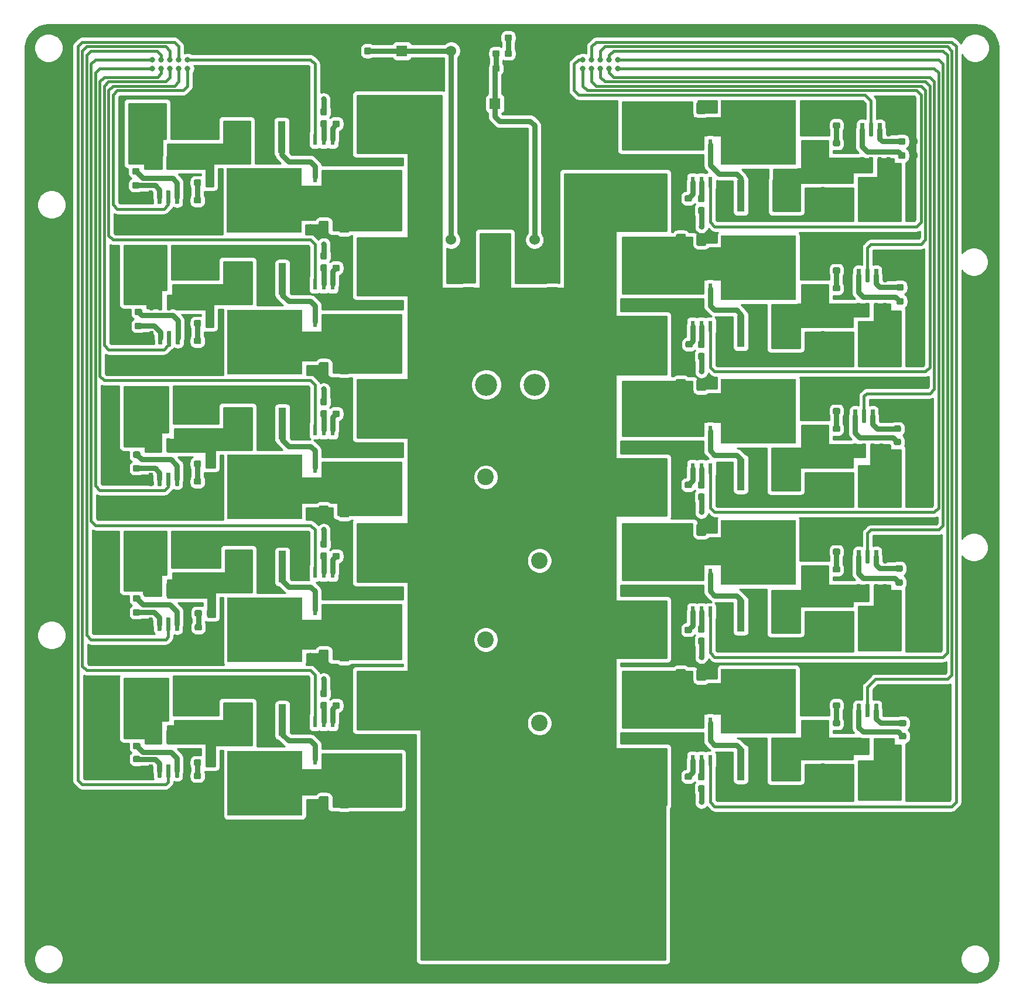
<source format=gbr>
G04 #@! TF.GenerationSoftware,KiCad,Pcbnew,(5.1.5)-3*
G04 #@! TF.CreationDate,2019-12-18T20:06:36-06:00*
G04 #@! TF.ProjectId,PowerBoard_Hardware,506f7765-7242-46f6-9172-645f48617264,rev?*
G04 #@! TF.SameCoordinates,Original*
G04 #@! TF.FileFunction,Copper,L1,Top*
G04 #@! TF.FilePolarity,Positive*
%FSLAX46Y46*%
G04 Gerber Fmt 4.6, Leading zero omitted, Abs format (unit mm)*
G04 Created by KiCad (PCBNEW (5.1.5)-3) date 2019-12-18 20:06:36*
%MOMM*%
%LPD*%
G04 APERTURE LIST*
%ADD10C,0.800000*%
%ADD11C,0.100000*%
%ADD12R,1.100000X4.600000*%
%ADD13R,10.800000X9.400000*%
%ADD14R,0.600000X1.550000*%
%ADD15C,5.080000*%
%ADD16C,2.819400*%
%ADD17C,18.288000*%
%ADD18C,1.524000*%
%ADD19C,2.400000*%
%ADD20R,2.400000X2.400000*%
%ADD21C,1.600000*%
%ADD22R,1.600000X1.600000*%
%ADD23O,3.200000X3.200000*%
%ADD24R,3.200000X3.200000*%
%ADD25C,0.762000*%
%ADD26C,0.381000*%
%ADD27C,0.254000*%
G04 APERTURE END LIST*
D10*
X182880000Y-36185000D03*
X182880000Y-37455000D03*
X181610000Y-36185000D03*
X181610000Y-37455000D03*
X180340000Y-36185000D03*
X180340000Y-37455000D03*
X179070000Y-36185000D03*
X179070000Y-37455000D03*
X177800000Y-36185000D03*
X177800000Y-37455000D03*
X120650000Y-36185000D03*
X120650000Y-37455000D03*
X119380000Y-36185000D03*
X119380000Y-37455000D03*
X118110000Y-36185000D03*
X118110000Y-37455000D03*
X116840000Y-36185000D03*
X116840000Y-37455000D03*
X115570000Y-36185000D03*
X115570000Y-37455000D03*
G04 #@! TA.AperFunction,SMDPad,CuDef*
D11*
G36*
X195432004Y-124221204D02*
G01*
X195456273Y-124224804D01*
X195480071Y-124230765D01*
X195503171Y-124239030D01*
X195525349Y-124249520D01*
X195546393Y-124262133D01*
X195566098Y-124276747D01*
X195584277Y-124293223D01*
X195600753Y-124311402D01*
X195615367Y-124331107D01*
X195627980Y-124352151D01*
X195638470Y-124374329D01*
X195646735Y-124397429D01*
X195652696Y-124421227D01*
X195656296Y-124445496D01*
X195657500Y-124470000D01*
X195657500Y-125720000D01*
X195656296Y-125744504D01*
X195652696Y-125768773D01*
X195646735Y-125792571D01*
X195638470Y-125815671D01*
X195627980Y-125837849D01*
X195615367Y-125858893D01*
X195600753Y-125878598D01*
X195584277Y-125896777D01*
X195566098Y-125913253D01*
X195546393Y-125927867D01*
X195525349Y-125940480D01*
X195503171Y-125950970D01*
X195480071Y-125959235D01*
X195456273Y-125965196D01*
X195432004Y-125968796D01*
X195407500Y-125970000D01*
X194482500Y-125970000D01*
X194457996Y-125968796D01*
X194433727Y-125965196D01*
X194409929Y-125959235D01*
X194386829Y-125950970D01*
X194364651Y-125940480D01*
X194343607Y-125927867D01*
X194323902Y-125913253D01*
X194305723Y-125896777D01*
X194289247Y-125878598D01*
X194274633Y-125858893D01*
X194262020Y-125837849D01*
X194251530Y-125815671D01*
X194243265Y-125792571D01*
X194237304Y-125768773D01*
X194233704Y-125744504D01*
X194232500Y-125720000D01*
X194232500Y-124470000D01*
X194233704Y-124445496D01*
X194237304Y-124421227D01*
X194243265Y-124397429D01*
X194251530Y-124374329D01*
X194262020Y-124352151D01*
X194274633Y-124331107D01*
X194289247Y-124311402D01*
X194305723Y-124293223D01*
X194323902Y-124276747D01*
X194343607Y-124262133D01*
X194364651Y-124249520D01*
X194386829Y-124239030D01*
X194409929Y-124230765D01*
X194433727Y-124224804D01*
X194457996Y-124221204D01*
X194482500Y-124220000D01*
X195407500Y-124220000D01*
X195432004Y-124221204D01*
G37*
G04 #@! TD.AperFunction*
G04 #@! TA.AperFunction,SMDPad,CuDef*
G36*
X192457004Y-124221204D02*
G01*
X192481273Y-124224804D01*
X192505071Y-124230765D01*
X192528171Y-124239030D01*
X192550349Y-124249520D01*
X192571393Y-124262133D01*
X192591098Y-124276747D01*
X192609277Y-124293223D01*
X192625753Y-124311402D01*
X192640367Y-124331107D01*
X192652980Y-124352151D01*
X192663470Y-124374329D01*
X192671735Y-124397429D01*
X192677696Y-124421227D01*
X192681296Y-124445496D01*
X192682500Y-124470000D01*
X192682500Y-125720000D01*
X192681296Y-125744504D01*
X192677696Y-125768773D01*
X192671735Y-125792571D01*
X192663470Y-125815671D01*
X192652980Y-125837849D01*
X192640367Y-125858893D01*
X192625753Y-125878598D01*
X192609277Y-125896777D01*
X192591098Y-125913253D01*
X192571393Y-125927867D01*
X192550349Y-125940480D01*
X192528171Y-125950970D01*
X192505071Y-125959235D01*
X192481273Y-125965196D01*
X192457004Y-125968796D01*
X192432500Y-125970000D01*
X191507500Y-125970000D01*
X191482996Y-125968796D01*
X191458727Y-125965196D01*
X191434929Y-125959235D01*
X191411829Y-125950970D01*
X191389651Y-125940480D01*
X191368607Y-125927867D01*
X191348902Y-125913253D01*
X191330723Y-125896777D01*
X191314247Y-125878598D01*
X191299633Y-125858893D01*
X191287020Y-125837849D01*
X191276530Y-125815671D01*
X191268265Y-125792571D01*
X191262304Y-125768773D01*
X191258704Y-125744504D01*
X191257500Y-125720000D01*
X191257500Y-124470000D01*
X191258704Y-124445496D01*
X191262304Y-124421227D01*
X191268265Y-124397429D01*
X191276530Y-124374329D01*
X191287020Y-124352151D01*
X191299633Y-124331107D01*
X191314247Y-124311402D01*
X191330723Y-124293223D01*
X191348902Y-124276747D01*
X191368607Y-124262133D01*
X191389651Y-124249520D01*
X191411829Y-124239030D01*
X191434929Y-124230765D01*
X191458727Y-124224804D01*
X191482996Y-124221204D01*
X191507500Y-124220000D01*
X192432500Y-124220000D01*
X192457004Y-124221204D01*
G37*
G04 #@! TD.AperFunction*
G04 #@! TA.AperFunction,SMDPad,CuDef*
G36*
X140822004Y-142636204D02*
G01*
X140846273Y-142639804D01*
X140870071Y-142645765D01*
X140893171Y-142654030D01*
X140915349Y-142664520D01*
X140936393Y-142677133D01*
X140956098Y-142691747D01*
X140974277Y-142708223D01*
X140990753Y-142726402D01*
X141005367Y-142746107D01*
X141017980Y-142767151D01*
X141028470Y-142789329D01*
X141036735Y-142812429D01*
X141042696Y-142836227D01*
X141046296Y-142860496D01*
X141047500Y-142885000D01*
X141047500Y-144135000D01*
X141046296Y-144159504D01*
X141042696Y-144183773D01*
X141036735Y-144207571D01*
X141028470Y-144230671D01*
X141017980Y-144252849D01*
X141005367Y-144273893D01*
X140990753Y-144293598D01*
X140974277Y-144311777D01*
X140956098Y-144328253D01*
X140936393Y-144342867D01*
X140915349Y-144355480D01*
X140893171Y-144365970D01*
X140870071Y-144374235D01*
X140846273Y-144380196D01*
X140822004Y-144383796D01*
X140797500Y-144385000D01*
X139872500Y-144385000D01*
X139847996Y-144383796D01*
X139823727Y-144380196D01*
X139799929Y-144374235D01*
X139776829Y-144365970D01*
X139754651Y-144355480D01*
X139733607Y-144342867D01*
X139713902Y-144328253D01*
X139695723Y-144311777D01*
X139679247Y-144293598D01*
X139664633Y-144273893D01*
X139652020Y-144252849D01*
X139641530Y-144230671D01*
X139633265Y-144207571D01*
X139627304Y-144183773D01*
X139623704Y-144159504D01*
X139622500Y-144135000D01*
X139622500Y-142885000D01*
X139623704Y-142860496D01*
X139627304Y-142836227D01*
X139633265Y-142812429D01*
X139641530Y-142789329D01*
X139652020Y-142767151D01*
X139664633Y-142746107D01*
X139679247Y-142726402D01*
X139695723Y-142708223D01*
X139713902Y-142691747D01*
X139733607Y-142677133D01*
X139754651Y-142664520D01*
X139776829Y-142654030D01*
X139799929Y-142645765D01*
X139823727Y-142639804D01*
X139847996Y-142636204D01*
X139872500Y-142635000D01*
X140797500Y-142635000D01*
X140822004Y-142636204D01*
G37*
G04 #@! TD.AperFunction*
G04 #@! TA.AperFunction,SMDPad,CuDef*
G36*
X143797004Y-142636204D02*
G01*
X143821273Y-142639804D01*
X143845071Y-142645765D01*
X143868171Y-142654030D01*
X143890349Y-142664520D01*
X143911393Y-142677133D01*
X143931098Y-142691747D01*
X143949277Y-142708223D01*
X143965753Y-142726402D01*
X143980367Y-142746107D01*
X143992980Y-142767151D01*
X144003470Y-142789329D01*
X144011735Y-142812429D01*
X144017696Y-142836227D01*
X144021296Y-142860496D01*
X144022500Y-142885000D01*
X144022500Y-144135000D01*
X144021296Y-144159504D01*
X144017696Y-144183773D01*
X144011735Y-144207571D01*
X144003470Y-144230671D01*
X143992980Y-144252849D01*
X143980367Y-144273893D01*
X143965753Y-144293598D01*
X143949277Y-144311777D01*
X143931098Y-144328253D01*
X143911393Y-144342867D01*
X143890349Y-144355480D01*
X143868171Y-144365970D01*
X143845071Y-144374235D01*
X143821273Y-144380196D01*
X143797004Y-144383796D01*
X143772500Y-144385000D01*
X142847500Y-144385000D01*
X142822996Y-144383796D01*
X142798727Y-144380196D01*
X142774929Y-144374235D01*
X142751829Y-144365970D01*
X142729651Y-144355480D01*
X142708607Y-144342867D01*
X142688902Y-144328253D01*
X142670723Y-144311777D01*
X142654247Y-144293598D01*
X142639633Y-144273893D01*
X142627020Y-144252849D01*
X142616530Y-144230671D01*
X142608265Y-144207571D01*
X142602304Y-144183773D01*
X142598704Y-144159504D01*
X142597500Y-144135000D01*
X142597500Y-142885000D01*
X142598704Y-142860496D01*
X142602304Y-142836227D01*
X142608265Y-142812429D01*
X142616530Y-142789329D01*
X142627020Y-142767151D01*
X142639633Y-142746107D01*
X142654247Y-142726402D01*
X142670723Y-142708223D01*
X142688902Y-142691747D01*
X142708607Y-142677133D01*
X142729651Y-142664520D01*
X142751829Y-142654030D01*
X142774929Y-142645765D01*
X142798727Y-142639804D01*
X142822996Y-142636204D01*
X142847500Y-142635000D01*
X143772500Y-142635000D01*
X143797004Y-142636204D01*
G37*
G04 #@! TD.AperFunction*
G04 #@! TA.AperFunction,SMDPad,CuDef*
G36*
X140822004Y-121427204D02*
G01*
X140846273Y-121430804D01*
X140870071Y-121436765D01*
X140893171Y-121445030D01*
X140915349Y-121455520D01*
X140936393Y-121468133D01*
X140956098Y-121482747D01*
X140974277Y-121499223D01*
X140990753Y-121517402D01*
X141005367Y-121537107D01*
X141017980Y-121558151D01*
X141028470Y-121580329D01*
X141036735Y-121603429D01*
X141042696Y-121627227D01*
X141046296Y-121651496D01*
X141047500Y-121676000D01*
X141047500Y-122926000D01*
X141046296Y-122950504D01*
X141042696Y-122974773D01*
X141036735Y-122998571D01*
X141028470Y-123021671D01*
X141017980Y-123043849D01*
X141005367Y-123064893D01*
X140990753Y-123084598D01*
X140974277Y-123102777D01*
X140956098Y-123119253D01*
X140936393Y-123133867D01*
X140915349Y-123146480D01*
X140893171Y-123156970D01*
X140870071Y-123165235D01*
X140846273Y-123171196D01*
X140822004Y-123174796D01*
X140797500Y-123176000D01*
X139872500Y-123176000D01*
X139847996Y-123174796D01*
X139823727Y-123171196D01*
X139799929Y-123165235D01*
X139776829Y-123156970D01*
X139754651Y-123146480D01*
X139733607Y-123133867D01*
X139713902Y-123119253D01*
X139695723Y-123102777D01*
X139679247Y-123084598D01*
X139664633Y-123064893D01*
X139652020Y-123043849D01*
X139641530Y-123021671D01*
X139633265Y-122998571D01*
X139627304Y-122974773D01*
X139623704Y-122950504D01*
X139622500Y-122926000D01*
X139622500Y-121676000D01*
X139623704Y-121651496D01*
X139627304Y-121627227D01*
X139633265Y-121603429D01*
X139641530Y-121580329D01*
X139652020Y-121558151D01*
X139664633Y-121537107D01*
X139679247Y-121517402D01*
X139695723Y-121499223D01*
X139713902Y-121482747D01*
X139733607Y-121468133D01*
X139754651Y-121455520D01*
X139776829Y-121445030D01*
X139799929Y-121436765D01*
X139823727Y-121430804D01*
X139847996Y-121427204D01*
X139872500Y-121426000D01*
X140797500Y-121426000D01*
X140822004Y-121427204D01*
G37*
G04 #@! TD.AperFunction*
G04 #@! TA.AperFunction,SMDPad,CuDef*
G36*
X143797004Y-121427204D02*
G01*
X143821273Y-121430804D01*
X143845071Y-121436765D01*
X143868171Y-121445030D01*
X143890349Y-121455520D01*
X143911393Y-121468133D01*
X143931098Y-121482747D01*
X143949277Y-121499223D01*
X143965753Y-121517402D01*
X143980367Y-121537107D01*
X143992980Y-121558151D01*
X144003470Y-121580329D01*
X144011735Y-121603429D01*
X144017696Y-121627227D01*
X144021296Y-121651496D01*
X144022500Y-121676000D01*
X144022500Y-122926000D01*
X144021296Y-122950504D01*
X144017696Y-122974773D01*
X144011735Y-122998571D01*
X144003470Y-123021671D01*
X143992980Y-123043849D01*
X143980367Y-123064893D01*
X143965753Y-123084598D01*
X143949277Y-123102777D01*
X143931098Y-123119253D01*
X143911393Y-123133867D01*
X143890349Y-123146480D01*
X143868171Y-123156970D01*
X143845071Y-123165235D01*
X143821273Y-123171196D01*
X143797004Y-123174796D01*
X143772500Y-123176000D01*
X142847500Y-123176000D01*
X142822996Y-123174796D01*
X142798727Y-123171196D01*
X142774929Y-123165235D01*
X142751829Y-123156970D01*
X142729651Y-123146480D01*
X142708607Y-123133867D01*
X142688902Y-123119253D01*
X142670723Y-123102777D01*
X142654247Y-123084598D01*
X142639633Y-123064893D01*
X142627020Y-123043849D01*
X142616530Y-123021671D01*
X142608265Y-122998571D01*
X142602304Y-122974773D01*
X142598704Y-122950504D01*
X142597500Y-122926000D01*
X142597500Y-121676000D01*
X142598704Y-121651496D01*
X142602304Y-121627227D01*
X142608265Y-121603429D01*
X142616530Y-121580329D01*
X142627020Y-121558151D01*
X142639633Y-121537107D01*
X142654247Y-121517402D01*
X142670723Y-121499223D01*
X142688902Y-121482747D01*
X142708607Y-121468133D01*
X142729651Y-121455520D01*
X142751829Y-121445030D01*
X142774929Y-121436765D01*
X142798727Y-121430804D01*
X142822996Y-121427204D01*
X142847500Y-121426000D01*
X143772500Y-121426000D01*
X143797004Y-121427204D01*
G37*
G04 #@! TD.AperFunction*
G04 #@! TA.AperFunction,SMDPad,CuDef*
G36*
X195432004Y-103266204D02*
G01*
X195456273Y-103269804D01*
X195480071Y-103275765D01*
X195503171Y-103284030D01*
X195525349Y-103294520D01*
X195546393Y-103307133D01*
X195566098Y-103321747D01*
X195584277Y-103338223D01*
X195600753Y-103356402D01*
X195615367Y-103376107D01*
X195627980Y-103397151D01*
X195638470Y-103419329D01*
X195646735Y-103442429D01*
X195652696Y-103466227D01*
X195656296Y-103490496D01*
X195657500Y-103515000D01*
X195657500Y-104765000D01*
X195656296Y-104789504D01*
X195652696Y-104813773D01*
X195646735Y-104837571D01*
X195638470Y-104860671D01*
X195627980Y-104882849D01*
X195615367Y-104903893D01*
X195600753Y-104923598D01*
X195584277Y-104941777D01*
X195566098Y-104958253D01*
X195546393Y-104972867D01*
X195525349Y-104985480D01*
X195503171Y-104995970D01*
X195480071Y-105004235D01*
X195456273Y-105010196D01*
X195432004Y-105013796D01*
X195407500Y-105015000D01*
X194482500Y-105015000D01*
X194457996Y-105013796D01*
X194433727Y-105010196D01*
X194409929Y-105004235D01*
X194386829Y-104995970D01*
X194364651Y-104985480D01*
X194343607Y-104972867D01*
X194323902Y-104958253D01*
X194305723Y-104941777D01*
X194289247Y-104923598D01*
X194274633Y-104903893D01*
X194262020Y-104882849D01*
X194251530Y-104860671D01*
X194243265Y-104837571D01*
X194237304Y-104813773D01*
X194233704Y-104789504D01*
X194232500Y-104765000D01*
X194232500Y-103515000D01*
X194233704Y-103490496D01*
X194237304Y-103466227D01*
X194243265Y-103442429D01*
X194251530Y-103419329D01*
X194262020Y-103397151D01*
X194274633Y-103376107D01*
X194289247Y-103356402D01*
X194305723Y-103338223D01*
X194323902Y-103321747D01*
X194343607Y-103307133D01*
X194364651Y-103294520D01*
X194386829Y-103284030D01*
X194409929Y-103275765D01*
X194433727Y-103269804D01*
X194457996Y-103266204D01*
X194482500Y-103265000D01*
X195407500Y-103265000D01*
X195432004Y-103266204D01*
G37*
G04 #@! TD.AperFunction*
G04 #@! TA.AperFunction,SMDPad,CuDef*
G36*
X192457004Y-103266204D02*
G01*
X192481273Y-103269804D01*
X192505071Y-103275765D01*
X192528171Y-103284030D01*
X192550349Y-103294520D01*
X192571393Y-103307133D01*
X192591098Y-103321747D01*
X192609277Y-103338223D01*
X192625753Y-103356402D01*
X192640367Y-103376107D01*
X192652980Y-103397151D01*
X192663470Y-103419329D01*
X192671735Y-103442429D01*
X192677696Y-103466227D01*
X192681296Y-103490496D01*
X192682500Y-103515000D01*
X192682500Y-104765000D01*
X192681296Y-104789504D01*
X192677696Y-104813773D01*
X192671735Y-104837571D01*
X192663470Y-104860671D01*
X192652980Y-104882849D01*
X192640367Y-104903893D01*
X192625753Y-104923598D01*
X192609277Y-104941777D01*
X192591098Y-104958253D01*
X192571393Y-104972867D01*
X192550349Y-104985480D01*
X192528171Y-104995970D01*
X192505071Y-105004235D01*
X192481273Y-105010196D01*
X192457004Y-105013796D01*
X192432500Y-105015000D01*
X191507500Y-105015000D01*
X191482996Y-105013796D01*
X191458727Y-105010196D01*
X191434929Y-105004235D01*
X191411829Y-104995970D01*
X191389651Y-104985480D01*
X191368607Y-104972867D01*
X191348902Y-104958253D01*
X191330723Y-104941777D01*
X191314247Y-104923598D01*
X191299633Y-104903893D01*
X191287020Y-104882849D01*
X191276530Y-104860671D01*
X191268265Y-104837571D01*
X191262304Y-104813773D01*
X191258704Y-104789504D01*
X191257500Y-104765000D01*
X191257500Y-103515000D01*
X191258704Y-103490496D01*
X191262304Y-103466227D01*
X191268265Y-103442429D01*
X191276530Y-103419329D01*
X191287020Y-103397151D01*
X191299633Y-103376107D01*
X191314247Y-103356402D01*
X191330723Y-103338223D01*
X191348902Y-103321747D01*
X191368607Y-103307133D01*
X191389651Y-103294520D01*
X191411829Y-103284030D01*
X191434929Y-103275765D01*
X191458727Y-103269804D01*
X191482996Y-103266204D01*
X191507500Y-103265000D01*
X192432500Y-103265000D01*
X192457004Y-103266204D01*
G37*
G04 #@! TD.AperFunction*
G04 #@! TA.AperFunction,SMDPad,CuDef*
G36*
X195432004Y-82311204D02*
G01*
X195456273Y-82314804D01*
X195480071Y-82320765D01*
X195503171Y-82329030D01*
X195525349Y-82339520D01*
X195546393Y-82352133D01*
X195566098Y-82366747D01*
X195584277Y-82383223D01*
X195600753Y-82401402D01*
X195615367Y-82421107D01*
X195627980Y-82442151D01*
X195638470Y-82464329D01*
X195646735Y-82487429D01*
X195652696Y-82511227D01*
X195656296Y-82535496D01*
X195657500Y-82560000D01*
X195657500Y-83810000D01*
X195656296Y-83834504D01*
X195652696Y-83858773D01*
X195646735Y-83882571D01*
X195638470Y-83905671D01*
X195627980Y-83927849D01*
X195615367Y-83948893D01*
X195600753Y-83968598D01*
X195584277Y-83986777D01*
X195566098Y-84003253D01*
X195546393Y-84017867D01*
X195525349Y-84030480D01*
X195503171Y-84040970D01*
X195480071Y-84049235D01*
X195456273Y-84055196D01*
X195432004Y-84058796D01*
X195407500Y-84060000D01*
X194482500Y-84060000D01*
X194457996Y-84058796D01*
X194433727Y-84055196D01*
X194409929Y-84049235D01*
X194386829Y-84040970D01*
X194364651Y-84030480D01*
X194343607Y-84017867D01*
X194323902Y-84003253D01*
X194305723Y-83986777D01*
X194289247Y-83968598D01*
X194274633Y-83948893D01*
X194262020Y-83927849D01*
X194251530Y-83905671D01*
X194243265Y-83882571D01*
X194237304Y-83858773D01*
X194233704Y-83834504D01*
X194232500Y-83810000D01*
X194232500Y-82560000D01*
X194233704Y-82535496D01*
X194237304Y-82511227D01*
X194243265Y-82487429D01*
X194251530Y-82464329D01*
X194262020Y-82442151D01*
X194274633Y-82421107D01*
X194289247Y-82401402D01*
X194305723Y-82383223D01*
X194323902Y-82366747D01*
X194343607Y-82352133D01*
X194364651Y-82339520D01*
X194386829Y-82329030D01*
X194409929Y-82320765D01*
X194433727Y-82314804D01*
X194457996Y-82311204D01*
X194482500Y-82310000D01*
X195407500Y-82310000D01*
X195432004Y-82311204D01*
G37*
G04 #@! TD.AperFunction*
G04 #@! TA.AperFunction,SMDPad,CuDef*
G36*
X192457004Y-82311204D02*
G01*
X192481273Y-82314804D01*
X192505071Y-82320765D01*
X192528171Y-82329030D01*
X192550349Y-82339520D01*
X192571393Y-82352133D01*
X192591098Y-82366747D01*
X192609277Y-82383223D01*
X192625753Y-82401402D01*
X192640367Y-82421107D01*
X192652980Y-82442151D01*
X192663470Y-82464329D01*
X192671735Y-82487429D01*
X192677696Y-82511227D01*
X192681296Y-82535496D01*
X192682500Y-82560000D01*
X192682500Y-83810000D01*
X192681296Y-83834504D01*
X192677696Y-83858773D01*
X192671735Y-83882571D01*
X192663470Y-83905671D01*
X192652980Y-83927849D01*
X192640367Y-83948893D01*
X192625753Y-83968598D01*
X192609277Y-83986777D01*
X192591098Y-84003253D01*
X192571393Y-84017867D01*
X192550349Y-84030480D01*
X192528171Y-84040970D01*
X192505071Y-84049235D01*
X192481273Y-84055196D01*
X192457004Y-84058796D01*
X192432500Y-84060000D01*
X191507500Y-84060000D01*
X191482996Y-84058796D01*
X191458727Y-84055196D01*
X191434929Y-84049235D01*
X191411829Y-84040970D01*
X191389651Y-84030480D01*
X191368607Y-84017867D01*
X191348902Y-84003253D01*
X191330723Y-83986777D01*
X191314247Y-83968598D01*
X191299633Y-83948893D01*
X191287020Y-83927849D01*
X191276530Y-83905671D01*
X191268265Y-83882571D01*
X191262304Y-83858773D01*
X191258704Y-83834504D01*
X191257500Y-83810000D01*
X191257500Y-82560000D01*
X191258704Y-82535496D01*
X191262304Y-82511227D01*
X191268265Y-82487429D01*
X191276530Y-82464329D01*
X191287020Y-82442151D01*
X191299633Y-82421107D01*
X191314247Y-82401402D01*
X191330723Y-82383223D01*
X191348902Y-82366747D01*
X191368607Y-82352133D01*
X191389651Y-82339520D01*
X191411829Y-82329030D01*
X191434929Y-82320765D01*
X191458727Y-82314804D01*
X191482996Y-82311204D01*
X191507500Y-82310000D01*
X192432500Y-82310000D01*
X192457004Y-82311204D01*
G37*
G04 #@! TD.AperFunction*
G04 #@! TA.AperFunction,SMDPad,CuDef*
G36*
X195432004Y-61356204D02*
G01*
X195456273Y-61359804D01*
X195480071Y-61365765D01*
X195503171Y-61374030D01*
X195525349Y-61384520D01*
X195546393Y-61397133D01*
X195566098Y-61411747D01*
X195584277Y-61428223D01*
X195600753Y-61446402D01*
X195615367Y-61466107D01*
X195627980Y-61487151D01*
X195638470Y-61509329D01*
X195646735Y-61532429D01*
X195652696Y-61556227D01*
X195656296Y-61580496D01*
X195657500Y-61605000D01*
X195657500Y-62855000D01*
X195656296Y-62879504D01*
X195652696Y-62903773D01*
X195646735Y-62927571D01*
X195638470Y-62950671D01*
X195627980Y-62972849D01*
X195615367Y-62993893D01*
X195600753Y-63013598D01*
X195584277Y-63031777D01*
X195566098Y-63048253D01*
X195546393Y-63062867D01*
X195525349Y-63075480D01*
X195503171Y-63085970D01*
X195480071Y-63094235D01*
X195456273Y-63100196D01*
X195432004Y-63103796D01*
X195407500Y-63105000D01*
X194482500Y-63105000D01*
X194457996Y-63103796D01*
X194433727Y-63100196D01*
X194409929Y-63094235D01*
X194386829Y-63085970D01*
X194364651Y-63075480D01*
X194343607Y-63062867D01*
X194323902Y-63048253D01*
X194305723Y-63031777D01*
X194289247Y-63013598D01*
X194274633Y-62993893D01*
X194262020Y-62972849D01*
X194251530Y-62950671D01*
X194243265Y-62927571D01*
X194237304Y-62903773D01*
X194233704Y-62879504D01*
X194232500Y-62855000D01*
X194232500Y-61605000D01*
X194233704Y-61580496D01*
X194237304Y-61556227D01*
X194243265Y-61532429D01*
X194251530Y-61509329D01*
X194262020Y-61487151D01*
X194274633Y-61466107D01*
X194289247Y-61446402D01*
X194305723Y-61428223D01*
X194323902Y-61411747D01*
X194343607Y-61397133D01*
X194364651Y-61384520D01*
X194386829Y-61374030D01*
X194409929Y-61365765D01*
X194433727Y-61359804D01*
X194457996Y-61356204D01*
X194482500Y-61355000D01*
X195407500Y-61355000D01*
X195432004Y-61356204D01*
G37*
G04 #@! TD.AperFunction*
G04 #@! TA.AperFunction,SMDPad,CuDef*
G36*
X192457004Y-61356204D02*
G01*
X192481273Y-61359804D01*
X192505071Y-61365765D01*
X192528171Y-61374030D01*
X192550349Y-61384520D01*
X192571393Y-61397133D01*
X192591098Y-61411747D01*
X192609277Y-61428223D01*
X192625753Y-61446402D01*
X192640367Y-61466107D01*
X192652980Y-61487151D01*
X192663470Y-61509329D01*
X192671735Y-61532429D01*
X192677696Y-61556227D01*
X192681296Y-61580496D01*
X192682500Y-61605000D01*
X192682500Y-62855000D01*
X192681296Y-62879504D01*
X192677696Y-62903773D01*
X192671735Y-62927571D01*
X192663470Y-62950671D01*
X192652980Y-62972849D01*
X192640367Y-62993893D01*
X192625753Y-63013598D01*
X192609277Y-63031777D01*
X192591098Y-63048253D01*
X192571393Y-63062867D01*
X192550349Y-63075480D01*
X192528171Y-63085970D01*
X192505071Y-63094235D01*
X192481273Y-63100196D01*
X192457004Y-63103796D01*
X192432500Y-63105000D01*
X191507500Y-63105000D01*
X191482996Y-63103796D01*
X191458727Y-63100196D01*
X191434929Y-63094235D01*
X191411829Y-63085970D01*
X191389651Y-63075480D01*
X191368607Y-63062867D01*
X191348902Y-63048253D01*
X191330723Y-63031777D01*
X191314247Y-63013598D01*
X191299633Y-62993893D01*
X191287020Y-62972849D01*
X191276530Y-62950671D01*
X191268265Y-62927571D01*
X191262304Y-62903773D01*
X191258704Y-62879504D01*
X191257500Y-62855000D01*
X191257500Y-61605000D01*
X191258704Y-61580496D01*
X191262304Y-61556227D01*
X191268265Y-61532429D01*
X191276530Y-61509329D01*
X191287020Y-61487151D01*
X191299633Y-61466107D01*
X191314247Y-61446402D01*
X191330723Y-61428223D01*
X191348902Y-61411747D01*
X191368607Y-61397133D01*
X191389651Y-61384520D01*
X191411829Y-61374030D01*
X191434929Y-61365765D01*
X191458727Y-61359804D01*
X191482996Y-61356204D01*
X191507500Y-61355000D01*
X192432500Y-61355000D01*
X192457004Y-61356204D01*
G37*
G04 #@! TD.AperFunction*
G04 #@! TA.AperFunction,SMDPad,CuDef*
G36*
X195432004Y-42306204D02*
G01*
X195456273Y-42309804D01*
X195480071Y-42315765D01*
X195503171Y-42324030D01*
X195525349Y-42334520D01*
X195546393Y-42347133D01*
X195566098Y-42361747D01*
X195584277Y-42378223D01*
X195600753Y-42396402D01*
X195615367Y-42416107D01*
X195627980Y-42437151D01*
X195638470Y-42459329D01*
X195646735Y-42482429D01*
X195652696Y-42506227D01*
X195656296Y-42530496D01*
X195657500Y-42555000D01*
X195657500Y-43805000D01*
X195656296Y-43829504D01*
X195652696Y-43853773D01*
X195646735Y-43877571D01*
X195638470Y-43900671D01*
X195627980Y-43922849D01*
X195615367Y-43943893D01*
X195600753Y-43963598D01*
X195584277Y-43981777D01*
X195566098Y-43998253D01*
X195546393Y-44012867D01*
X195525349Y-44025480D01*
X195503171Y-44035970D01*
X195480071Y-44044235D01*
X195456273Y-44050196D01*
X195432004Y-44053796D01*
X195407500Y-44055000D01*
X194482500Y-44055000D01*
X194457996Y-44053796D01*
X194433727Y-44050196D01*
X194409929Y-44044235D01*
X194386829Y-44035970D01*
X194364651Y-44025480D01*
X194343607Y-44012867D01*
X194323902Y-43998253D01*
X194305723Y-43981777D01*
X194289247Y-43963598D01*
X194274633Y-43943893D01*
X194262020Y-43922849D01*
X194251530Y-43900671D01*
X194243265Y-43877571D01*
X194237304Y-43853773D01*
X194233704Y-43829504D01*
X194232500Y-43805000D01*
X194232500Y-42555000D01*
X194233704Y-42530496D01*
X194237304Y-42506227D01*
X194243265Y-42482429D01*
X194251530Y-42459329D01*
X194262020Y-42437151D01*
X194274633Y-42416107D01*
X194289247Y-42396402D01*
X194305723Y-42378223D01*
X194323902Y-42361747D01*
X194343607Y-42347133D01*
X194364651Y-42334520D01*
X194386829Y-42324030D01*
X194409929Y-42315765D01*
X194433727Y-42309804D01*
X194457996Y-42306204D01*
X194482500Y-42305000D01*
X195407500Y-42305000D01*
X195432004Y-42306204D01*
G37*
G04 #@! TD.AperFunction*
G04 #@! TA.AperFunction,SMDPad,CuDef*
G36*
X192457004Y-42306204D02*
G01*
X192481273Y-42309804D01*
X192505071Y-42315765D01*
X192528171Y-42324030D01*
X192550349Y-42334520D01*
X192571393Y-42347133D01*
X192591098Y-42361747D01*
X192609277Y-42378223D01*
X192625753Y-42396402D01*
X192640367Y-42416107D01*
X192652980Y-42437151D01*
X192663470Y-42459329D01*
X192671735Y-42482429D01*
X192677696Y-42506227D01*
X192681296Y-42530496D01*
X192682500Y-42555000D01*
X192682500Y-43805000D01*
X192681296Y-43829504D01*
X192677696Y-43853773D01*
X192671735Y-43877571D01*
X192663470Y-43900671D01*
X192652980Y-43922849D01*
X192640367Y-43943893D01*
X192625753Y-43963598D01*
X192609277Y-43981777D01*
X192591098Y-43998253D01*
X192571393Y-44012867D01*
X192550349Y-44025480D01*
X192528171Y-44035970D01*
X192505071Y-44044235D01*
X192481273Y-44050196D01*
X192457004Y-44053796D01*
X192432500Y-44055000D01*
X191507500Y-44055000D01*
X191482996Y-44053796D01*
X191458727Y-44050196D01*
X191434929Y-44044235D01*
X191411829Y-44035970D01*
X191389651Y-44025480D01*
X191368607Y-44012867D01*
X191348902Y-43998253D01*
X191330723Y-43981777D01*
X191314247Y-43963598D01*
X191299633Y-43943893D01*
X191287020Y-43922849D01*
X191276530Y-43900671D01*
X191268265Y-43877571D01*
X191262304Y-43853773D01*
X191258704Y-43829504D01*
X191257500Y-43805000D01*
X191257500Y-42555000D01*
X191258704Y-42530496D01*
X191262304Y-42506227D01*
X191268265Y-42482429D01*
X191276530Y-42459329D01*
X191287020Y-42437151D01*
X191299633Y-42416107D01*
X191314247Y-42396402D01*
X191330723Y-42378223D01*
X191348902Y-42361747D01*
X191368607Y-42347133D01*
X191389651Y-42334520D01*
X191411829Y-42324030D01*
X191434929Y-42315765D01*
X191458727Y-42309804D01*
X191482996Y-42306204D01*
X191507500Y-42305000D01*
X192432500Y-42305000D01*
X192457004Y-42306204D01*
G37*
G04 #@! TD.AperFunction*
G04 #@! TA.AperFunction,SMDPad,CuDef*
G36*
X140822004Y-100599204D02*
G01*
X140846273Y-100602804D01*
X140870071Y-100608765D01*
X140893171Y-100617030D01*
X140915349Y-100627520D01*
X140936393Y-100640133D01*
X140956098Y-100654747D01*
X140974277Y-100671223D01*
X140990753Y-100689402D01*
X141005367Y-100709107D01*
X141017980Y-100730151D01*
X141028470Y-100752329D01*
X141036735Y-100775429D01*
X141042696Y-100799227D01*
X141046296Y-100823496D01*
X141047500Y-100848000D01*
X141047500Y-102098000D01*
X141046296Y-102122504D01*
X141042696Y-102146773D01*
X141036735Y-102170571D01*
X141028470Y-102193671D01*
X141017980Y-102215849D01*
X141005367Y-102236893D01*
X140990753Y-102256598D01*
X140974277Y-102274777D01*
X140956098Y-102291253D01*
X140936393Y-102305867D01*
X140915349Y-102318480D01*
X140893171Y-102328970D01*
X140870071Y-102337235D01*
X140846273Y-102343196D01*
X140822004Y-102346796D01*
X140797500Y-102348000D01*
X139872500Y-102348000D01*
X139847996Y-102346796D01*
X139823727Y-102343196D01*
X139799929Y-102337235D01*
X139776829Y-102328970D01*
X139754651Y-102318480D01*
X139733607Y-102305867D01*
X139713902Y-102291253D01*
X139695723Y-102274777D01*
X139679247Y-102256598D01*
X139664633Y-102236893D01*
X139652020Y-102215849D01*
X139641530Y-102193671D01*
X139633265Y-102170571D01*
X139627304Y-102146773D01*
X139623704Y-102122504D01*
X139622500Y-102098000D01*
X139622500Y-100848000D01*
X139623704Y-100823496D01*
X139627304Y-100799227D01*
X139633265Y-100775429D01*
X139641530Y-100752329D01*
X139652020Y-100730151D01*
X139664633Y-100709107D01*
X139679247Y-100689402D01*
X139695723Y-100671223D01*
X139713902Y-100654747D01*
X139733607Y-100640133D01*
X139754651Y-100627520D01*
X139776829Y-100617030D01*
X139799929Y-100608765D01*
X139823727Y-100602804D01*
X139847996Y-100599204D01*
X139872500Y-100598000D01*
X140797500Y-100598000D01*
X140822004Y-100599204D01*
G37*
G04 #@! TD.AperFunction*
G04 #@! TA.AperFunction,SMDPad,CuDef*
G36*
X143797004Y-100599204D02*
G01*
X143821273Y-100602804D01*
X143845071Y-100608765D01*
X143868171Y-100617030D01*
X143890349Y-100627520D01*
X143911393Y-100640133D01*
X143931098Y-100654747D01*
X143949277Y-100671223D01*
X143965753Y-100689402D01*
X143980367Y-100709107D01*
X143992980Y-100730151D01*
X144003470Y-100752329D01*
X144011735Y-100775429D01*
X144017696Y-100799227D01*
X144021296Y-100823496D01*
X144022500Y-100848000D01*
X144022500Y-102098000D01*
X144021296Y-102122504D01*
X144017696Y-102146773D01*
X144011735Y-102170571D01*
X144003470Y-102193671D01*
X143992980Y-102215849D01*
X143980367Y-102236893D01*
X143965753Y-102256598D01*
X143949277Y-102274777D01*
X143931098Y-102291253D01*
X143911393Y-102305867D01*
X143890349Y-102318480D01*
X143868171Y-102328970D01*
X143845071Y-102337235D01*
X143821273Y-102343196D01*
X143797004Y-102346796D01*
X143772500Y-102348000D01*
X142847500Y-102348000D01*
X142822996Y-102346796D01*
X142798727Y-102343196D01*
X142774929Y-102337235D01*
X142751829Y-102328970D01*
X142729651Y-102318480D01*
X142708607Y-102305867D01*
X142688902Y-102291253D01*
X142670723Y-102274777D01*
X142654247Y-102256598D01*
X142639633Y-102236893D01*
X142627020Y-102215849D01*
X142616530Y-102193671D01*
X142608265Y-102170571D01*
X142602304Y-102146773D01*
X142598704Y-102122504D01*
X142597500Y-102098000D01*
X142597500Y-100848000D01*
X142598704Y-100823496D01*
X142602304Y-100799227D01*
X142608265Y-100775429D01*
X142616530Y-100752329D01*
X142627020Y-100730151D01*
X142639633Y-100709107D01*
X142654247Y-100689402D01*
X142670723Y-100671223D01*
X142688902Y-100654747D01*
X142708607Y-100640133D01*
X142729651Y-100627520D01*
X142751829Y-100617030D01*
X142774929Y-100608765D01*
X142798727Y-100602804D01*
X142822996Y-100599204D01*
X142847500Y-100598000D01*
X143772500Y-100598000D01*
X143797004Y-100599204D01*
G37*
G04 #@! TD.AperFunction*
G04 #@! TA.AperFunction,SMDPad,CuDef*
G36*
X140822004Y-79898204D02*
G01*
X140846273Y-79901804D01*
X140870071Y-79907765D01*
X140893171Y-79916030D01*
X140915349Y-79926520D01*
X140936393Y-79939133D01*
X140956098Y-79953747D01*
X140974277Y-79970223D01*
X140990753Y-79988402D01*
X141005367Y-80008107D01*
X141017980Y-80029151D01*
X141028470Y-80051329D01*
X141036735Y-80074429D01*
X141042696Y-80098227D01*
X141046296Y-80122496D01*
X141047500Y-80147000D01*
X141047500Y-81397000D01*
X141046296Y-81421504D01*
X141042696Y-81445773D01*
X141036735Y-81469571D01*
X141028470Y-81492671D01*
X141017980Y-81514849D01*
X141005367Y-81535893D01*
X140990753Y-81555598D01*
X140974277Y-81573777D01*
X140956098Y-81590253D01*
X140936393Y-81604867D01*
X140915349Y-81617480D01*
X140893171Y-81627970D01*
X140870071Y-81636235D01*
X140846273Y-81642196D01*
X140822004Y-81645796D01*
X140797500Y-81647000D01*
X139872500Y-81647000D01*
X139847996Y-81645796D01*
X139823727Y-81642196D01*
X139799929Y-81636235D01*
X139776829Y-81627970D01*
X139754651Y-81617480D01*
X139733607Y-81604867D01*
X139713902Y-81590253D01*
X139695723Y-81573777D01*
X139679247Y-81555598D01*
X139664633Y-81535893D01*
X139652020Y-81514849D01*
X139641530Y-81492671D01*
X139633265Y-81469571D01*
X139627304Y-81445773D01*
X139623704Y-81421504D01*
X139622500Y-81397000D01*
X139622500Y-80147000D01*
X139623704Y-80122496D01*
X139627304Y-80098227D01*
X139633265Y-80074429D01*
X139641530Y-80051329D01*
X139652020Y-80029151D01*
X139664633Y-80008107D01*
X139679247Y-79988402D01*
X139695723Y-79970223D01*
X139713902Y-79953747D01*
X139733607Y-79939133D01*
X139754651Y-79926520D01*
X139776829Y-79916030D01*
X139799929Y-79907765D01*
X139823727Y-79901804D01*
X139847996Y-79898204D01*
X139872500Y-79897000D01*
X140797500Y-79897000D01*
X140822004Y-79898204D01*
G37*
G04 #@! TD.AperFunction*
G04 #@! TA.AperFunction,SMDPad,CuDef*
G36*
X143797004Y-79898204D02*
G01*
X143821273Y-79901804D01*
X143845071Y-79907765D01*
X143868171Y-79916030D01*
X143890349Y-79926520D01*
X143911393Y-79939133D01*
X143931098Y-79953747D01*
X143949277Y-79970223D01*
X143965753Y-79988402D01*
X143980367Y-80008107D01*
X143992980Y-80029151D01*
X144003470Y-80051329D01*
X144011735Y-80074429D01*
X144017696Y-80098227D01*
X144021296Y-80122496D01*
X144022500Y-80147000D01*
X144022500Y-81397000D01*
X144021296Y-81421504D01*
X144017696Y-81445773D01*
X144011735Y-81469571D01*
X144003470Y-81492671D01*
X143992980Y-81514849D01*
X143980367Y-81535893D01*
X143965753Y-81555598D01*
X143949277Y-81573777D01*
X143931098Y-81590253D01*
X143911393Y-81604867D01*
X143890349Y-81617480D01*
X143868171Y-81627970D01*
X143845071Y-81636235D01*
X143821273Y-81642196D01*
X143797004Y-81645796D01*
X143772500Y-81647000D01*
X142847500Y-81647000D01*
X142822996Y-81645796D01*
X142798727Y-81642196D01*
X142774929Y-81636235D01*
X142751829Y-81627970D01*
X142729651Y-81617480D01*
X142708607Y-81604867D01*
X142688902Y-81590253D01*
X142670723Y-81573777D01*
X142654247Y-81555598D01*
X142639633Y-81535893D01*
X142627020Y-81514849D01*
X142616530Y-81492671D01*
X142608265Y-81469571D01*
X142602304Y-81445773D01*
X142598704Y-81421504D01*
X142597500Y-81397000D01*
X142597500Y-80147000D01*
X142598704Y-80122496D01*
X142602304Y-80098227D01*
X142608265Y-80074429D01*
X142616530Y-80051329D01*
X142627020Y-80029151D01*
X142639633Y-80008107D01*
X142654247Y-79988402D01*
X142670723Y-79970223D01*
X142688902Y-79953747D01*
X142708607Y-79939133D01*
X142729651Y-79926520D01*
X142751829Y-79916030D01*
X142774929Y-79907765D01*
X142798727Y-79901804D01*
X142822996Y-79898204D01*
X142847500Y-79897000D01*
X143772500Y-79897000D01*
X143797004Y-79898204D01*
G37*
G04 #@! TD.AperFunction*
G04 #@! TA.AperFunction,SMDPad,CuDef*
G36*
X140822004Y-59451204D02*
G01*
X140846273Y-59454804D01*
X140870071Y-59460765D01*
X140893171Y-59469030D01*
X140915349Y-59479520D01*
X140936393Y-59492133D01*
X140956098Y-59506747D01*
X140974277Y-59523223D01*
X140990753Y-59541402D01*
X141005367Y-59561107D01*
X141017980Y-59582151D01*
X141028470Y-59604329D01*
X141036735Y-59627429D01*
X141042696Y-59651227D01*
X141046296Y-59675496D01*
X141047500Y-59700000D01*
X141047500Y-60950000D01*
X141046296Y-60974504D01*
X141042696Y-60998773D01*
X141036735Y-61022571D01*
X141028470Y-61045671D01*
X141017980Y-61067849D01*
X141005367Y-61088893D01*
X140990753Y-61108598D01*
X140974277Y-61126777D01*
X140956098Y-61143253D01*
X140936393Y-61157867D01*
X140915349Y-61170480D01*
X140893171Y-61180970D01*
X140870071Y-61189235D01*
X140846273Y-61195196D01*
X140822004Y-61198796D01*
X140797500Y-61200000D01*
X139872500Y-61200000D01*
X139847996Y-61198796D01*
X139823727Y-61195196D01*
X139799929Y-61189235D01*
X139776829Y-61180970D01*
X139754651Y-61170480D01*
X139733607Y-61157867D01*
X139713902Y-61143253D01*
X139695723Y-61126777D01*
X139679247Y-61108598D01*
X139664633Y-61088893D01*
X139652020Y-61067849D01*
X139641530Y-61045671D01*
X139633265Y-61022571D01*
X139627304Y-60998773D01*
X139623704Y-60974504D01*
X139622500Y-60950000D01*
X139622500Y-59700000D01*
X139623704Y-59675496D01*
X139627304Y-59651227D01*
X139633265Y-59627429D01*
X139641530Y-59604329D01*
X139652020Y-59582151D01*
X139664633Y-59561107D01*
X139679247Y-59541402D01*
X139695723Y-59523223D01*
X139713902Y-59506747D01*
X139733607Y-59492133D01*
X139754651Y-59479520D01*
X139776829Y-59469030D01*
X139799929Y-59460765D01*
X139823727Y-59454804D01*
X139847996Y-59451204D01*
X139872500Y-59450000D01*
X140797500Y-59450000D01*
X140822004Y-59451204D01*
G37*
G04 #@! TD.AperFunction*
G04 #@! TA.AperFunction,SMDPad,CuDef*
G36*
X143797004Y-59451204D02*
G01*
X143821273Y-59454804D01*
X143845071Y-59460765D01*
X143868171Y-59469030D01*
X143890349Y-59479520D01*
X143911393Y-59492133D01*
X143931098Y-59506747D01*
X143949277Y-59523223D01*
X143965753Y-59541402D01*
X143980367Y-59561107D01*
X143992980Y-59582151D01*
X144003470Y-59604329D01*
X144011735Y-59627429D01*
X144017696Y-59651227D01*
X144021296Y-59675496D01*
X144022500Y-59700000D01*
X144022500Y-60950000D01*
X144021296Y-60974504D01*
X144017696Y-60998773D01*
X144011735Y-61022571D01*
X144003470Y-61045671D01*
X143992980Y-61067849D01*
X143980367Y-61088893D01*
X143965753Y-61108598D01*
X143949277Y-61126777D01*
X143931098Y-61143253D01*
X143911393Y-61157867D01*
X143890349Y-61170480D01*
X143868171Y-61180970D01*
X143845071Y-61189235D01*
X143821273Y-61195196D01*
X143797004Y-61198796D01*
X143772500Y-61200000D01*
X142847500Y-61200000D01*
X142822996Y-61198796D01*
X142798727Y-61195196D01*
X142774929Y-61189235D01*
X142751829Y-61180970D01*
X142729651Y-61170480D01*
X142708607Y-61157867D01*
X142688902Y-61143253D01*
X142670723Y-61126777D01*
X142654247Y-61108598D01*
X142639633Y-61088893D01*
X142627020Y-61067849D01*
X142616530Y-61045671D01*
X142608265Y-61022571D01*
X142602304Y-60998773D01*
X142598704Y-60974504D01*
X142597500Y-60950000D01*
X142597500Y-59700000D01*
X142598704Y-59675496D01*
X142602304Y-59651227D01*
X142608265Y-59627429D01*
X142616530Y-59604329D01*
X142627020Y-59582151D01*
X142639633Y-59561107D01*
X142654247Y-59541402D01*
X142670723Y-59523223D01*
X142688902Y-59506747D01*
X142708607Y-59492133D01*
X142729651Y-59479520D01*
X142751829Y-59469030D01*
X142774929Y-59460765D01*
X142798727Y-59454804D01*
X142822996Y-59451204D01*
X142847500Y-59450000D01*
X143772500Y-59450000D01*
X143797004Y-59451204D01*
G37*
G04 #@! TD.AperFunction*
D12*
X200660000Y-96145000D03*
X205740000Y-96145000D03*
D13*
X203200000Y-86995000D03*
G04 #@! TA.AperFunction,SMDPad,CuDef*
D11*
G36*
X144173779Y-129066144D02*
G01*
X144196834Y-129069563D01*
X144219443Y-129075227D01*
X144241387Y-129083079D01*
X144262457Y-129093044D01*
X144282448Y-129105026D01*
X144301168Y-129118910D01*
X144318438Y-129134562D01*
X144334090Y-129151832D01*
X144347974Y-129170552D01*
X144359956Y-129190543D01*
X144369921Y-129211613D01*
X144377773Y-129233557D01*
X144383437Y-129256166D01*
X144386856Y-129279221D01*
X144388000Y-129302500D01*
X144388000Y-129777500D01*
X144386856Y-129800779D01*
X144383437Y-129823834D01*
X144377773Y-129846443D01*
X144369921Y-129868387D01*
X144359956Y-129889457D01*
X144347974Y-129909448D01*
X144334090Y-129928168D01*
X144318438Y-129945438D01*
X144301168Y-129961090D01*
X144282448Y-129974974D01*
X144262457Y-129986956D01*
X144241387Y-129996921D01*
X144219443Y-130004773D01*
X144196834Y-130010437D01*
X144173779Y-130013856D01*
X144150500Y-130015000D01*
X143575500Y-130015000D01*
X143552221Y-130013856D01*
X143529166Y-130010437D01*
X143506557Y-130004773D01*
X143484613Y-129996921D01*
X143463543Y-129986956D01*
X143443552Y-129974974D01*
X143424832Y-129961090D01*
X143407562Y-129945438D01*
X143391910Y-129928168D01*
X143378026Y-129909448D01*
X143366044Y-129889457D01*
X143356079Y-129868387D01*
X143348227Y-129846443D01*
X143342563Y-129823834D01*
X143339144Y-129800779D01*
X143338000Y-129777500D01*
X143338000Y-129302500D01*
X143339144Y-129279221D01*
X143342563Y-129256166D01*
X143348227Y-129233557D01*
X143356079Y-129211613D01*
X143366044Y-129190543D01*
X143378026Y-129170552D01*
X143391910Y-129151832D01*
X143407562Y-129134562D01*
X143424832Y-129118910D01*
X143443552Y-129105026D01*
X143463543Y-129093044D01*
X143484613Y-129083079D01*
X143506557Y-129075227D01*
X143529166Y-129069563D01*
X143552221Y-129066144D01*
X143575500Y-129065000D01*
X144150500Y-129065000D01*
X144173779Y-129066144D01*
G37*
G04 #@! TD.AperFunction*
G04 #@! TA.AperFunction,SMDPad,CuDef*
G36*
X142423779Y-129066144D02*
G01*
X142446834Y-129069563D01*
X142469443Y-129075227D01*
X142491387Y-129083079D01*
X142512457Y-129093044D01*
X142532448Y-129105026D01*
X142551168Y-129118910D01*
X142568438Y-129134562D01*
X142584090Y-129151832D01*
X142597974Y-129170552D01*
X142609956Y-129190543D01*
X142619921Y-129211613D01*
X142627773Y-129233557D01*
X142633437Y-129256166D01*
X142636856Y-129279221D01*
X142638000Y-129302500D01*
X142638000Y-129777500D01*
X142636856Y-129800779D01*
X142633437Y-129823834D01*
X142627773Y-129846443D01*
X142619921Y-129868387D01*
X142609956Y-129889457D01*
X142597974Y-129909448D01*
X142584090Y-129928168D01*
X142568438Y-129945438D01*
X142551168Y-129961090D01*
X142532448Y-129974974D01*
X142512457Y-129986956D01*
X142491387Y-129996921D01*
X142469443Y-130004773D01*
X142446834Y-130010437D01*
X142423779Y-130013856D01*
X142400500Y-130015000D01*
X141825500Y-130015000D01*
X141802221Y-130013856D01*
X141779166Y-130010437D01*
X141756557Y-130004773D01*
X141734613Y-129996921D01*
X141713543Y-129986956D01*
X141693552Y-129974974D01*
X141674832Y-129961090D01*
X141657562Y-129945438D01*
X141641910Y-129928168D01*
X141628026Y-129909448D01*
X141616044Y-129889457D01*
X141606079Y-129868387D01*
X141598227Y-129846443D01*
X141592563Y-129823834D01*
X141589144Y-129800779D01*
X141588000Y-129777500D01*
X141588000Y-129302500D01*
X141589144Y-129279221D01*
X141592563Y-129256166D01*
X141598227Y-129233557D01*
X141606079Y-129211613D01*
X141616044Y-129190543D01*
X141628026Y-129170552D01*
X141641910Y-129151832D01*
X141657562Y-129134562D01*
X141674832Y-129118910D01*
X141693552Y-129105026D01*
X141713543Y-129093044D01*
X141734613Y-129083079D01*
X141756557Y-129075227D01*
X141779166Y-129069563D01*
X141802221Y-129066144D01*
X141825500Y-129065000D01*
X142400500Y-129065000D01*
X142423779Y-129066144D01*
G37*
G04 #@! TD.AperFunction*
D14*
X142875000Y-131920000D03*
X141605000Y-131920000D03*
X140335000Y-131920000D03*
X139065000Y-131920000D03*
X139065000Y-137320000D03*
X140335000Y-137320000D03*
X142875000Y-137320000D03*
G04 #@! TA.AperFunction,SMDPad,CuDef*
D11*
G36*
X140595779Y-129016144D02*
G01*
X140618834Y-129019563D01*
X140641443Y-129025227D01*
X140663387Y-129033079D01*
X140684457Y-129043044D01*
X140704448Y-129055026D01*
X140723168Y-129068910D01*
X140740438Y-129084562D01*
X140756090Y-129101832D01*
X140769974Y-129120552D01*
X140781956Y-129140543D01*
X140791921Y-129161613D01*
X140799773Y-129183557D01*
X140805437Y-129206166D01*
X140808856Y-129229221D01*
X140810000Y-129252500D01*
X140810000Y-129827500D01*
X140808856Y-129850779D01*
X140805437Y-129873834D01*
X140799773Y-129896443D01*
X140791921Y-129918387D01*
X140781956Y-129939457D01*
X140769974Y-129959448D01*
X140756090Y-129978168D01*
X140740438Y-129995438D01*
X140723168Y-130011090D01*
X140704448Y-130024974D01*
X140684457Y-130036956D01*
X140663387Y-130046921D01*
X140641443Y-130054773D01*
X140618834Y-130060437D01*
X140595779Y-130063856D01*
X140572500Y-130065000D01*
X140097500Y-130065000D01*
X140074221Y-130063856D01*
X140051166Y-130060437D01*
X140028557Y-130054773D01*
X140006613Y-130046921D01*
X139985543Y-130036956D01*
X139965552Y-130024974D01*
X139946832Y-130011090D01*
X139929562Y-129995438D01*
X139913910Y-129978168D01*
X139900026Y-129959448D01*
X139888044Y-129939457D01*
X139878079Y-129918387D01*
X139870227Y-129896443D01*
X139864563Y-129873834D01*
X139861144Y-129850779D01*
X139860000Y-129827500D01*
X139860000Y-129252500D01*
X139861144Y-129229221D01*
X139864563Y-129206166D01*
X139870227Y-129183557D01*
X139878079Y-129161613D01*
X139888044Y-129140543D01*
X139900026Y-129120552D01*
X139913910Y-129101832D01*
X139929562Y-129084562D01*
X139946832Y-129068910D01*
X139965552Y-129055026D01*
X139985543Y-129043044D01*
X140006613Y-129033079D01*
X140028557Y-129025227D01*
X140051166Y-129019563D01*
X140074221Y-129016144D01*
X140097500Y-129015000D01*
X140572500Y-129015000D01*
X140595779Y-129016144D01*
G37*
G04 #@! TD.AperFunction*
G04 #@! TA.AperFunction,SMDPad,CuDef*
G36*
X140595779Y-127266144D02*
G01*
X140618834Y-127269563D01*
X140641443Y-127275227D01*
X140663387Y-127283079D01*
X140684457Y-127293044D01*
X140704448Y-127305026D01*
X140723168Y-127318910D01*
X140740438Y-127334562D01*
X140756090Y-127351832D01*
X140769974Y-127370552D01*
X140781956Y-127390543D01*
X140791921Y-127411613D01*
X140799773Y-127433557D01*
X140805437Y-127456166D01*
X140808856Y-127479221D01*
X140810000Y-127502500D01*
X140810000Y-128077500D01*
X140808856Y-128100779D01*
X140805437Y-128123834D01*
X140799773Y-128146443D01*
X140791921Y-128168387D01*
X140781956Y-128189457D01*
X140769974Y-128209448D01*
X140756090Y-128228168D01*
X140740438Y-128245438D01*
X140723168Y-128261090D01*
X140704448Y-128274974D01*
X140684457Y-128286956D01*
X140663387Y-128296921D01*
X140641443Y-128304773D01*
X140618834Y-128310437D01*
X140595779Y-128313856D01*
X140572500Y-128315000D01*
X140097500Y-128315000D01*
X140074221Y-128313856D01*
X140051166Y-128310437D01*
X140028557Y-128304773D01*
X140006613Y-128296921D01*
X139985543Y-128286956D01*
X139965552Y-128274974D01*
X139946832Y-128261090D01*
X139929562Y-128245438D01*
X139913910Y-128228168D01*
X139900026Y-128209448D01*
X139888044Y-128189457D01*
X139878079Y-128168387D01*
X139870227Y-128146443D01*
X139864563Y-128123834D01*
X139861144Y-128100779D01*
X139860000Y-128077500D01*
X139860000Y-127502500D01*
X139861144Y-127479221D01*
X139864563Y-127456166D01*
X139870227Y-127433557D01*
X139878079Y-127411613D01*
X139888044Y-127390543D01*
X139900026Y-127370552D01*
X139913910Y-127351832D01*
X139929562Y-127334562D01*
X139946832Y-127318910D01*
X139965552Y-127305026D01*
X139985543Y-127293044D01*
X140006613Y-127283079D01*
X140028557Y-127275227D01*
X140051166Y-127269563D01*
X140074221Y-127266144D01*
X140097500Y-127265000D01*
X140572500Y-127265000D01*
X140595779Y-127266144D01*
G37*
G04 #@! TD.AperFunction*
D15*
X122555000Y-45212000D03*
X114681000Y-45212000D03*
D16*
X188341000Y-106172000D03*
X184912000Y-106172000D03*
X184912000Y-119634000D03*
X188341000Y-119634000D03*
X188341000Y-85598000D03*
X184912000Y-85598000D03*
X184912000Y-99060000D03*
X188341000Y-99060000D03*
G04 #@! TA.AperFunction,SMDPad,CuDef*
D11*
G36*
X112098779Y-72170144D02*
G01*
X112121834Y-72173563D01*
X112144443Y-72179227D01*
X112166387Y-72187079D01*
X112187457Y-72197044D01*
X112207448Y-72209026D01*
X112226168Y-72222910D01*
X112243438Y-72238562D01*
X112259090Y-72255832D01*
X112272974Y-72274552D01*
X112284956Y-72294543D01*
X112294921Y-72315613D01*
X112302773Y-72337557D01*
X112308437Y-72360166D01*
X112311856Y-72383221D01*
X112313000Y-72406500D01*
X112313000Y-72881500D01*
X112311856Y-72904779D01*
X112308437Y-72927834D01*
X112302773Y-72950443D01*
X112294921Y-72972387D01*
X112284956Y-72993457D01*
X112272974Y-73013448D01*
X112259090Y-73032168D01*
X112243438Y-73049438D01*
X112226168Y-73065090D01*
X112207448Y-73078974D01*
X112187457Y-73090956D01*
X112166387Y-73100921D01*
X112144443Y-73108773D01*
X112121834Y-73114437D01*
X112098779Y-73117856D01*
X112075500Y-73119000D01*
X111500500Y-73119000D01*
X111477221Y-73117856D01*
X111454166Y-73114437D01*
X111431557Y-73108773D01*
X111409613Y-73100921D01*
X111388543Y-73090956D01*
X111368552Y-73078974D01*
X111349832Y-73065090D01*
X111332562Y-73049438D01*
X111316910Y-73032168D01*
X111303026Y-73013448D01*
X111291044Y-72993457D01*
X111281079Y-72972387D01*
X111273227Y-72950443D01*
X111267563Y-72927834D01*
X111264144Y-72904779D01*
X111263000Y-72881500D01*
X111263000Y-72406500D01*
X111264144Y-72383221D01*
X111267563Y-72360166D01*
X111273227Y-72337557D01*
X111281079Y-72315613D01*
X111291044Y-72294543D01*
X111303026Y-72274552D01*
X111316910Y-72255832D01*
X111332562Y-72238562D01*
X111349832Y-72222910D01*
X111368552Y-72209026D01*
X111388543Y-72197044D01*
X111409613Y-72187079D01*
X111431557Y-72179227D01*
X111454166Y-72173563D01*
X111477221Y-72170144D01*
X111500500Y-72169000D01*
X112075500Y-72169000D01*
X112098779Y-72170144D01*
G37*
G04 #@! TD.AperFunction*
G04 #@! TA.AperFunction,SMDPad,CuDef*
G36*
X113848779Y-72170144D02*
G01*
X113871834Y-72173563D01*
X113894443Y-72179227D01*
X113916387Y-72187079D01*
X113937457Y-72197044D01*
X113957448Y-72209026D01*
X113976168Y-72222910D01*
X113993438Y-72238562D01*
X114009090Y-72255832D01*
X114022974Y-72274552D01*
X114034956Y-72294543D01*
X114044921Y-72315613D01*
X114052773Y-72337557D01*
X114058437Y-72360166D01*
X114061856Y-72383221D01*
X114063000Y-72406500D01*
X114063000Y-72881500D01*
X114061856Y-72904779D01*
X114058437Y-72927834D01*
X114052773Y-72950443D01*
X114044921Y-72972387D01*
X114034956Y-72993457D01*
X114022974Y-73013448D01*
X114009090Y-73032168D01*
X113993438Y-73049438D01*
X113976168Y-73065090D01*
X113957448Y-73078974D01*
X113937457Y-73090956D01*
X113916387Y-73100921D01*
X113894443Y-73108773D01*
X113871834Y-73114437D01*
X113848779Y-73117856D01*
X113825500Y-73119000D01*
X113250500Y-73119000D01*
X113227221Y-73117856D01*
X113204166Y-73114437D01*
X113181557Y-73108773D01*
X113159613Y-73100921D01*
X113138543Y-73090956D01*
X113118552Y-73078974D01*
X113099832Y-73065090D01*
X113082562Y-73049438D01*
X113066910Y-73032168D01*
X113053026Y-73013448D01*
X113041044Y-72993457D01*
X113031079Y-72972387D01*
X113023227Y-72950443D01*
X113017563Y-72927834D01*
X113014144Y-72904779D01*
X113013000Y-72881500D01*
X113013000Y-72406500D01*
X113014144Y-72383221D01*
X113017563Y-72360166D01*
X113023227Y-72337557D01*
X113031079Y-72315613D01*
X113041044Y-72294543D01*
X113053026Y-72274552D01*
X113066910Y-72255832D01*
X113082562Y-72238562D01*
X113099832Y-72222910D01*
X113118552Y-72209026D01*
X113138543Y-72197044D01*
X113159613Y-72187079D01*
X113181557Y-72179227D01*
X113204166Y-72173563D01*
X113227221Y-72170144D01*
X113250500Y-72169000D01*
X113825500Y-72169000D01*
X113848779Y-72170144D01*
G37*
G04 #@! TD.AperFunction*
D15*
X122555000Y-86106000D03*
X114681000Y-86106000D03*
X122555000Y-128270000D03*
X114681000Y-128270000D03*
G04 #@! TA.AperFunction,SMDPad,CuDef*
D11*
G36*
X122385779Y-139226144D02*
G01*
X122408834Y-139229563D01*
X122431443Y-139235227D01*
X122453387Y-139243079D01*
X122474457Y-139253044D01*
X122494448Y-139265026D01*
X122513168Y-139278910D01*
X122530438Y-139294562D01*
X122546090Y-139311832D01*
X122559974Y-139330552D01*
X122571956Y-139350543D01*
X122581921Y-139371613D01*
X122589773Y-139393557D01*
X122595437Y-139416166D01*
X122598856Y-139439221D01*
X122600000Y-139462500D01*
X122600000Y-139937500D01*
X122598856Y-139960779D01*
X122595437Y-139983834D01*
X122589773Y-140006443D01*
X122581921Y-140028387D01*
X122571956Y-140049457D01*
X122559974Y-140069448D01*
X122546090Y-140088168D01*
X122530438Y-140105438D01*
X122513168Y-140121090D01*
X122494448Y-140134974D01*
X122474457Y-140146956D01*
X122453387Y-140156921D01*
X122431443Y-140164773D01*
X122408834Y-140170437D01*
X122385779Y-140173856D01*
X122362500Y-140175000D01*
X121787500Y-140175000D01*
X121764221Y-140173856D01*
X121741166Y-140170437D01*
X121718557Y-140164773D01*
X121696613Y-140156921D01*
X121675543Y-140146956D01*
X121655552Y-140134974D01*
X121636832Y-140121090D01*
X121619562Y-140105438D01*
X121603910Y-140088168D01*
X121590026Y-140069448D01*
X121578044Y-140049457D01*
X121568079Y-140028387D01*
X121560227Y-140006443D01*
X121554563Y-139983834D01*
X121551144Y-139960779D01*
X121550000Y-139937500D01*
X121550000Y-139462500D01*
X121551144Y-139439221D01*
X121554563Y-139416166D01*
X121560227Y-139393557D01*
X121568079Y-139371613D01*
X121578044Y-139350543D01*
X121590026Y-139330552D01*
X121603910Y-139311832D01*
X121619562Y-139294562D01*
X121636832Y-139278910D01*
X121655552Y-139265026D01*
X121675543Y-139253044D01*
X121696613Y-139243079D01*
X121718557Y-139235227D01*
X121741166Y-139229563D01*
X121764221Y-139226144D01*
X121787500Y-139225000D01*
X122362500Y-139225000D01*
X122385779Y-139226144D01*
G37*
G04 #@! TD.AperFunction*
G04 #@! TA.AperFunction,SMDPad,CuDef*
G36*
X124135779Y-139226144D02*
G01*
X124158834Y-139229563D01*
X124181443Y-139235227D01*
X124203387Y-139243079D01*
X124224457Y-139253044D01*
X124244448Y-139265026D01*
X124263168Y-139278910D01*
X124280438Y-139294562D01*
X124296090Y-139311832D01*
X124309974Y-139330552D01*
X124321956Y-139350543D01*
X124331921Y-139371613D01*
X124339773Y-139393557D01*
X124345437Y-139416166D01*
X124348856Y-139439221D01*
X124350000Y-139462500D01*
X124350000Y-139937500D01*
X124348856Y-139960779D01*
X124345437Y-139983834D01*
X124339773Y-140006443D01*
X124331921Y-140028387D01*
X124321956Y-140049457D01*
X124309974Y-140069448D01*
X124296090Y-140088168D01*
X124280438Y-140105438D01*
X124263168Y-140121090D01*
X124244448Y-140134974D01*
X124224457Y-140146956D01*
X124203387Y-140156921D01*
X124181443Y-140164773D01*
X124158834Y-140170437D01*
X124135779Y-140173856D01*
X124112500Y-140175000D01*
X123537500Y-140175000D01*
X123514221Y-140173856D01*
X123491166Y-140170437D01*
X123468557Y-140164773D01*
X123446613Y-140156921D01*
X123425543Y-140146956D01*
X123405552Y-140134974D01*
X123386832Y-140121090D01*
X123369562Y-140105438D01*
X123353910Y-140088168D01*
X123340026Y-140069448D01*
X123328044Y-140049457D01*
X123318079Y-140028387D01*
X123310227Y-140006443D01*
X123304563Y-139983834D01*
X123301144Y-139960779D01*
X123300000Y-139937500D01*
X123300000Y-139462500D01*
X123301144Y-139439221D01*
X123304563Y-139416166D01*
X123310227Y-139393557D01*
X123318079Y-139371613D01*
X123328044Y-139350543D01*
X123340026Y-139330552D01*
X123353910Y-139311832D01*
X123369562Y-139294562D01*
X123386832Y-139278910D01*
X123405552Y-139265026D01*
X123425543Y-139253044D01*
X123446613Y-139243079D01*
X123468557Y-139235227D01*
X123491166Y-139229563D01*
X123514221Y-139226144D01*
X123537500Y-139225000D01*
X124112500Y-139225000D01*
X124135779Y-139226144D01*
G37*
G04 #@! TD.AperFunction*
G04 #@! TA.AperFunction,SMDPad,CuDef*
G36*
X122385779Y-137321144D02*
G01*
X122408834Y-137324563D01*
X122431443Y-137330227D01*
X122453387Y-137338079D01*
X122474457Y-137348044D01*
X122494448Y-137360026D01*
X122513168Y-137373910D01*
X122530438Y-137389562D01*
X122546090Y-137406832D01*
X122559974Y-137425552D01*
X122571956Y-137445543D01*
X122581921Y-137466613D01*
X122589773Y-137488557D01*
X122595437Y-137511166D01*
X122598856Y-137534221D01*
X122600000Y-137557500D01*
X122600000Y-138032500D01*
X122598856Y-138055779D01*
X122595437Y-138078834D01*
X122589773Y-138101443D01*
X122581921Y-138123387D01*
X122571956Y-138144457D01*
X122559974Y-138164448D01*
X122546090Y-138183168D01*
X122530438Y-138200438D01*
X122513168Y-138216090D01*
X122494448Y-138229974D01*
X122474457Y-138241956D01*
X122453387Y-138251921D01*
X122431443Y-138259773D01*
X122408834Y-138265437D01*
X122385779Y-138268856D01*
X122362500Y-138270000D01*
X121787500Y-138270000D01*
X121764221Y-138268856D01*
X121741166Y-138265437D01*
X121718557Y-138259773D01*
X121696613Y-138251921D01*
X121675543Y-138241956D01*
X121655552Y-138229974D01*
X121636832Y-138216090D01*
X121619562Y-138200438D01*
X121603910Y-138183168D01*
X121590026Y-138164448D01*
X121578044Y-138144457D01*
X121568079Y-138123387D01*
X121560227Y-138101443D01*
X121554563Y-138078834D01*
X121551144Y-138055779D01*
X121550000Y-138032500D01*
X121550000Y-137557500D01*
X121551144Y-137534221D01*
X121554563Y-137511166D01*
X121560227Y-137488557D01*
X121568079Y-137466613D01*
X121578044Y-137445543D01*
X121590026Y-137425552D01*
X121603910Y-137406832D01*
X121619562Y-137389562D01*
X121636832Y-137373910D01*
X121655552Y-137360026D01*
X121675543Y-137348044D01*
X121696613Y-137338079D01*
X121718557Y-137330227D01*
X121741166Y-137324563D01*
X121764221Y-137321144D01*
X121787500Y-137320000D01*
X122362500Y-137320000D01*
X122385779Y-137321144D01*
G37*
G04 #@! TD.AperFunction*
G04 #@! TA.AperFunction,SMDPad,CuDef*
G36*
X124135779Y-137321144D02*
G01*
X124158834Y-137324563D01*
X124181443Y-137330227D01*
X124203387Y-137338079D01*
X124224457Y-137348044D01*
X124244448Y-137360026D01*
X124263168Y-137373910D01*
X124280438Y-137389562D01*
X124296090Y-137406832D01*
X124309974Y-137425552D01*
X124321956Y-137445543D01*
X124331921Y-137466613D01*
X124339773Y-137488557D01*
X124345437Y-137511166D01*
X124348856Y-137534221D01*
X124350000Y-137557500D01*
X124350000Y-138032500D01*
X124348856Y-138055779D01*
X124345437Y-138078834D01*
X124339773Y-138101443D01*
X124331921Y-138123387D01*
X124321956Y-138144457D01*
X124309974Y-138164448D01*
X124296090Y-138183168D01*
X124280438Y-138200438D01*
X124263168Y-138216090D01*
X124244448Y-138229974D01*
X124224457Y-138241956D01*
X124203387Y-138251921D01*
X124181443Y-138259773D01*
X124158834Y-138265437D01*
X124135779Y-138268856D01*
X124112500Y-138270000D01*
X123537500Y-138270000D01*
X123514221Y-138268856D01*
X123491166Y-138265437D01*
X123468557Y-138259773D01*
X123446613Y-138251921D01*
X123425543Y-138241956D01*
X123405552Y-138229974D01*
X123386832Y-138216090D01*
X123369562Y-138200438D01*
X123353910Y-138183168D01*
X123340026Y-138164448D01*
X123328044Y-138144457D01*
X123318079Y-138123387D01*
X123310227Y-138101443D01*
X123304563Y-138078834D01*
X123301144Y-138055779D01*
X123300000Y-138032500D01*
X123300000Y-137557500D01*
X123301144Y-137534221D01*
X123304563Y-137511166D01*
X123310227Y-137488557D01*
X123318079Y-137466613D01*
X123328044Y-137445543D01*
X123340026Y-137425552D01*
X123353910Y-137406832D01*
X123369562Y-137389562D01*
X123386832Y-137373910D01*
X123405552Y-137360026D01*
X123425543Y-137348044D01*
X123446613Y-137338079D01*
X123468557Y-137330227D01*
X123491166Y-137324563D01*
X123514221Y-137321144D01*
X123537500Y-137320000D01*
X124112500Y-137320000D01*
X124135779Y-137321144D01*
G37*
G04 #@! TD.AperFunction*
G04 #@! TA.AperFunction,SMDPad,CuDef*
G36*
X113594779Y-134908144D02*
G01*
X113617834Y-134911563D01*
X113640443Y-134917227D01*
X113662387Y-134925079D01*
X113683457Y-134935044D01*
X113703448Y-134947026D01*
X113722168Y-134960910D01*
X113739438Y-134976562D01*
X113755090Y-134993832D01*
X113768974Y-135012552D01*
X113780956Y-135032543D01*
X113790921Y-135053613D01*
X113798773Y-135075557D01*
X113804437Y-135098166D01*
X113807856Y-135121221D01*
X113809000Y-135144500D01*
X113809000Y-135619500D01*
X113807856Y-135642779D01*
X113804437Y-135665834D01*
X113798773Y-135688443D01*
X113790921Y-135710387D01*
X113780956Y-135731457D01*
X113768974Y-135751448D01*
X113755090Y-135770168D01*
X113739438Y-135787438D01*
X113722168Y-135803090D01*
X113703448Y-135816974D01*
X113683457Y-135828956D01*
X113662387Y-135838921D01*
X113640443Y-135846773D01*
X113617834Y-135852437D01*
X113594779Y-135855856D01*
X113571500Y-135857000D01*
X112996500Y-135857000D01*
X112973221Y-135855856D01*
X112950166Y-135852437D01*
X112927557Y-135846773D01*
X112905613Y-135838921D01*
X112884543Y-135828956D01*
X112864552Y-135816974D01*
X112845832Y-135803090D01*
X112828562Y-135787438D01*
X112812910Y-135770168D01*
X112799026Y-135751448D01*
X112787044Y-135731457D01*
X112777079Y-135710387D01*
X112769227Y-135688443D01*
X112763563Y-135665834D01*
X112760144Y-135642779D01*
X112759000Y-135619500D01*
X112759000Y-135144500D01*
X112760144Y-135121221D01*
X112763563Y-135098166D01*
X112769227Y-135075557D01*
X112777079Y-135053613D01*
X112787044Y-135032543D01*
X112799026Y-135012552D01*
X112812910Y-134993832D01*
X112828562Y-134976562D01*
X112845832Y-134960910D01*
X112864552Y-134947026D01*
X112884543Y-134935044D01*
X112905613Y-134925079D01*
X112927557Y-134917227D01*
X112950166Y-134911563D01*
X112973221Y-134908144D01*
X112996500Y-134907000D01*
X113571500Y-134907000D01*
X113594779Y-134908144D01*
G37*
G04 #@! TD.AperFunction*
G04 #@! TA.AperFunction,SMDPad,CuDef*
G36*
X111844779Y-134908144D02*
G01*
X111867834Y-134911563D01*
X111890443Y-134917227D01*
X111912387Y-134925079D01*
X111933457Y-134935044D01*
X111953448Y-134947026D01*
X111972168Y-134960910D01*
X111989438Y-134976562D01*
X112005090Y-134993832D01*
X112018974Y-135012552D01*
X112030956Y-135032543D01*
X112040921Y-135053613D01*
X112048773Y-135075557D01*
X112054437Y-135098166D01*
X112057856Y-135121221D01*
X112059000Y-135144500D01*
X112059000Y-135619500D01*
X112057856Y-135642779D01*
X112054437Y-135665834D01*
X112048773Y-135688443D01*
X112040921Y-135710387D01*
X112030956Y-135731457D01*
X112018974Y-135751448D01*
X112005090Y-135770168D01*
X111989438Y-135787438D01*
X111972168Y-135803090D01*
X111953448Y-135816974D01*
X111933457Y-135828956D01*
X111912387Y-135838921D01*
X111890443Y-135846773D01*
X111867834Y-135852437D01*
X111844779Y-135855856D01*
X111821500Y-135857000D01*
X111246500Y-135857000D01*
X111223221Y-135855856D01*
X111200166Y-135852437D01*
X111177557Y-135846773D01*
X111155613Y-135838921D01*
X111134543Y-135828956D01*
X111114552Y-135816974D01*
X111095832Y-135803090D01*
X111078562Y-135787438D01*
X111062910Y-135770168D01*
X111049026Y-135751448D01*
X111037044Y-135731457D01*
X111027079Y-135710387D01*
X111019227Y-135688443D01*
X111013563Y-135665834D01*
X111010144Y-135642779D01*
X111009000Y-135619500D01*
X111009000Y-135144500D01*
X111010144Y-135121221D01*
X111013563Y-135098166D01*
X111019227Y-135075557D01*
X111027079Y-135053613D01*
X111037044Y-135032543D01*
X111049026Y-135012552D01*
X111062910Y-134993832D01*
X111078562Y-134976562D01*
X111095832Y-134960910D01*
X111114552Y-134947026D01*
X111134543Y-134935044D01*
X111155613Y-134925079D01*
X111177557Y-134917227D01*
X111200166Y-134911563D01*
X111223221Y-134908144D01*
X111246500Y-134907000D01*
X111821500Y-134907000D01*
X111844779Y-134908144D01*
G37*
G04 #@! TD.AperFunction*
G04 #@! TA.AperFunction,SMDPad,CuDef*
G36*
X111844779Y-92807644D02*
G01*
X111867834Y-92811063D01*
X111890443Y-92816727D01*
X111912387Y-92824579D01*
X111933457Y-92834544D01*
X111953448Y-92846526D01*
X111972168Y-92860410D01*
X111989438Y-92876062D01*
X112005090Y-92893332D01*
X112018974Y-92912052D01*
X112030956Y-92932043D01*
X112040921Y-92953113D01*
X112048773Y-92975057D01*
X112054437Y-92997666D01*
X112057856Y-93020721D01*
X112059000Y-93044000D01*
X112059000Y-93519000D01*
X112057856Y-93542279D01*
X112054437Y-93565334D01*
X112048773Y-93587943D01*
X112040921Y-93609887D01*
X112030956Y-93630957D01*
X112018974Y-93650948D01*
X112005090Y-93669668D01*
X111989438Y-93686938D01*
X111972168Y-93702590D01*
X111953448Y-93716474D01*
X111933457Y-93728456D01*
X111912387Y-93738421D01*
X111890443Y-93746273D01*
X111867834Y-93751937D01*
X111844779Y-93755356D01*
X111821500Y-93756500D01*
X111246500Y-93756500D01*
X111223221Y-93755356D01*
X111200166Y-93751937D01*
X111177557Y-93746273D01*
X111155613Y-93738421D01*
X111134543Y-93728456D01*
X111114552Y-93716474D01*
X111095832Y-93702590D01*
X111078562Y-93686938D01*
X111062910Y-93669668D01*
X111049026Y-93650948D01*
X111037044Y-93630957D01*
X111027079Y-93609887D01*
X111019227Y-93587943D01*
X111013563Y-93565334D01*
X111010144Y-93542279D01*
X111009000Y-93519000D01*
X111009000Y-93044000D01*
X111010144Y-93020721D01*
X111013563Y-92997666D01*
X111019227Y-92975057D01*
X111027079Y-92953113D01*
X111037044Y-92932043D01*
X111049026Y-92912052D01*
X111062910Y-92893332D01*
X111078562Y-92876062D01*
X111095832Y-92860410D01*
X111114552Y-92846526D01*
X111134543Y-92834544D01*
X111155613Y-92824579D01*
X111177557Y-92816727D01*
X111200166Y-92811063D01*
X111223221Y-92807644D01*
X111246500Y-92806500D01*
X111821500Y-92806500D01*
X111844779Y-92807644D01*
G37*
G04 #@! TD.AperFunction*
G04 #@! TA.AperFunction,SMDPad,CuDef*
G36*
X113594779Y-92807644D02*
G01*
X113617834Y-92811063D01*
X113640443Y-92816727D01*
X113662387Y-92824579D01*
X113683457Y-92834544D01*
X113703448Y-92846526D01*
X113722168Y-92860410D01*
X113739438Y-92876062D01*
X113755090Y-92893332D01*
X113768974Y-92912052D01*
X113780956Y-92932043D01*
X113790921Y-92953113D01*
X113798773Y-92975057D01*
X113804437Y-92997666D01*
X113807856Y-93020721D01*
X113809000Y-93044000D01*
X113809000Y-93519000D01*
X113807856Y-93542279D01*
X113804437Y-93565334D01*
X113798773Y-93587943D01*
X113790921Y-93609887D01*
X113780956Y-93630957D01*
X113768974Y-93650948D01*
X113755090Y-93669668D01*
X113739438Y-93686938D01*
X113722168Y-93702590D01*
X113703448Y-93716474D01*
X113683457Y-93728456D01*
X113662387Y-93738421D01*
X113640443Y-93746273D01*
X113617834Y-93751937D01*
X113594779Y-93755356D01*
X113571500Y-93756500D01*
X112996500Y-93756500D01*
X112973221Y-93755356D01*
X112950166Y-93751937D01*
X112927557Y-93746273D01*
X112905613Y-93738421D01*
X112884543Y-93728456D01*
X112864552Y-93716474D01*
X112845832Y-93702590D01*
X112828562Y-93686938D01*
X112812910Y-93669668D01*
X112799026Y-93650948D01*
X112787044Y-93630957D01*
X112777079Y-93609887D01*
X112769227Y-93587943D01*
X112763563Y-93565334D01*
X112760144Y-93542279D01*
X112759000Y-93519000D01*
X112759000Y-93044000D01*
X112760144Y-93020721D01*
X112763563Y-92997666D01*
X112769227Y-92975057D01*
X112777079Y-92953113D01*
X112787044Y-92932043D01*
X112799026Y-92912052D01*
X112812910Y-92893332D01*
X112828562Y-92876062D01*
X112845832Y-92860410D01*
X112864552Y-92846526D01*
X112884543Y-92834544D01*
X112905613Y-92824579D01*
X112927557Y-92816727D01*
X112950166Y-92811063D01*
X112973221Y-92807644D01*
X112996500Y-92806500D01*
X113571500Y-92806500D01*
X113594779Y-92807644D01*
G37*
G04 #@! TD.AperFunction*
G04 #@! TA.AperFunction,SMDPad,CuDef*
G36*
X124135779Y-94141144D02*
G01*
X124158834Y-94144563D01*
X124181443Y-94150227D01*
X124203387Y-94158079D01*
X124224457Y-94168044D01*
X124244448Y-94180026D01*
X124263168Y-94193910D01*
X124280438Y-94209562D01*
X124296090Y-94226832D01*
X124309974Y-94245552D01*
X124321956Y-94265543D01*
X124331921Y-94286613D01*
X124339773Y-94308557D01*
X124345437Y-94331166D01*
X124348856Y-94354221D01*
X124350000Y-94377500D01*
X124350000Y-94852500D01*
X124348856Y-94875779D01*
X124345437Y-94898834D01*
X124339773Y-94921443D01*
X124331921Y-94943387D01*
X124321956Y-94964457D01*
X124309974Y-94984448D01*
X124296090Y-95003168D01*
X124280438Y-95020438D01*
X124263168Y-95036090D01*
X124244448Y-95049974D01*
X124224457Y-95061956D01*
X124203387Y-95071921D01*
X124181443Y-95079773D01*
X124158834Y-95085437D01*
X124135779Y-95088856D01*
X124112500Y-95090000D01*
X123537500Y-95090000D01*
X123514221Y-95088856D01*
X123491166Y-95085437D01*
X123468557Y-95079773D01*
X123446613Y-95071921D01*
X123425543Y-95061956D01*
X123405552Y-95049974D01*
X123386832Y-95036090D01*
X123369562Y-95020438D01*
X123353910Y-95003168D01*
X123340026Y-94984448D01*
X123328044Y-94964457D01*
X123318079Y-94943387D01*
X123310227Y-94921443D01*
X123304563Y-94898834D01*
X123301144Y-94875779D01*
X123300000Y-94852500D01*
X123300000Y-94377500D01*
X123301144Y-94354221D01*
X123304563Y-94331166D01*
X123310227Y-94308557D01*
X123318079Y-94286613D01*
X123328044Y-94265543D01*
X123340026Y-94245552D01*
X123353910Y-94226832D01*
X123369562Y-94209562D01*
X123386832Y-94193910D01*
X123405552Y-94180026D01*
X123425543Y-94168044D01*
X123446613Y-94158079D01*
X123468557Y-94150227D01*
X123491166Y-94144563D01*
X123514221Y-94141144D01*
X123537500Y-94140000D01*
X124112500Y-94140000D01*
X124135779Y-94141144D01*
G37*
G04 #@! TD.AperFunction*
G04 #@! TA.AperFunction,SMDPad,CuDef*
G36*
X122385779Y-94141144D02*
G01*
X122408834Y-94144563D01*
X122431443Y-94150227D01*
X122453387Y-94158079D01*
X122474457Y-94168044D01*
X122494448Y-94180026D01*
X122513168Y-94193910D01*
X122530438Y-94209562D01*
X122546090Y-94226832D01*
X122559974Y-94245552D01*
X122571956Y-94265543D01*
X122581921Y-94286613D01*
X122589773Y-94308557D01*
X122595437Y-94331166D01*
X122598856Y-94354221D01*
X122600000Y-94377500D01*
X122600000Y-94852500D01*
X122598856Y-94875779D01*
X122595437Y-94898834D01*
X122589773Y-94921443D01*
X122581921Y-94943387D01*
X122571956Y-94964457D01*
X122559974Y-94984448D01*
X122546090Y-95003168D01*
X122530438Y-95020438D01*
X122513168Y-95036090D01*
X122494448Y-95049974D01*
X122474457Y-95061956D01*
X122453387Y-95071921D01*
X122431443Y-95079773D01*
X122408834Y-95085437D01*
X122385779Y-95088856D01*
X122362500Y-95090000D01*
X121787500Y-95090000D01*
X121764221Y-95088856D01*
X121741166Y-95085437D01*
X121718557Y-95079773D01*
X121696613Y-95071921D01*
X121675543Y-95061956D01*
X121655552Y-95049974D01*
X121636832Y-95036090D01*
X121619562Y-95020438D01*
X121603910Y-95003168D01*
X121590026Y-94984448D01*
X121578044Y-94964457D01*
X121568079Y-94943387D01*
X121560227Y-94921443D01*
X121554563Y-94898834D01*
X121551144Y-94875779D01*
X121550000Y-94852500D01*
X121550000Y-94377500D01*
X121551144Y-94354221D01*
X121554563Y-94331166D01*
X121560227Y-94308557D01*
X121568079Y-94286613D01*
X121578044Y-94265543D01*
X121590026Y-94245552D01*
X121603910Y-94226832D01*
X121619562Y-94209562D01*
X121636832Y-94193910D01*
X121655552Y-94180026D01*
X121675543Y-94168044D01*
X121696613Y-94158079D01*
X121718557Y-94150227D01*
X121741166Y-94144563D01*
X121764221Y-94141144D01*
X121787500Y-94140000D01*
X122362500Y-94140000D01*
X122385779Y-94141144D01*
G37*
G04 #@! TD.AperFunction*
G04 #@! TA.AperFunction,SMDPad,CuDef*
G36*
X144173779Y-44992144D02*
G01*
X144196834Y-44995563D01*
X144219443Y-45001227D01*
X144241387Y-45009079D01*
X144262457Y-45019044D01*
X144282448Y-45031026D01*
X144301168Y-45044910D01*
X144318438Y-45060562D01*
X144334090Y-45077832D01*
X144347974Y-45096552D01*
X144359956Y-45116543D01*
X144369921Y-45137613D01*
X144377773Y-45159557D01*
X144383437Y-45182166D01*
X144386856Y-45205221D01*
X144388000Y-45228500D01*
X144388000Y-45703500D01*
X144386856Y-45726779D01*
X144383437Y-45749834D01*
X144377773Y-45772443D01*
X144369921Y-45794387D01*
X144359956Y-45815457D01*
X144347974Y-45835448D01*
X144334090Y-45854168D01*
X144318438Y-45871438D01*
X144301168Y-45887090D01*
X144282448Y-45900974D01*
X144262457Y-45912956D01*
X144241387Y-45922921D01*
X144219443Y-45930773D01*
X144196834Y-45936437D01*
X144173779Y-45939856D01*
X144150500Y-45941000D01*
X143575500Y-45941000D01*
X143552221Y-45939856D01*
X143529166Y-45936437D01*
X143506557Y-45930773D01*
X143484613Y-45922921D01*
X143463543Y-45912956D01*
X143443552Y-45900974D01*
X143424832Y-45887090D01*
X143407562Y-45871438D01*
X143391910Y-45854168D01*
X143378026Y-45835448D01*
X143366044Y-45815457D01*
X143356079Y-45794387D01*
X143348227Y-45772443D01*
X143342563Y-45749834D01*
X143339144Y-45726779D01*
X143338000Y-45703500D01*
X143338000Y-45228500D01*
X143339144Y-45205221D01*
X143342563Y-45182166D01*
X143348227Y-45159557D01*
X143356079Y-45137613D01*
X143366044Y-45116543D01*
X143378026Y-45096552D01*
X143391910Y-45077832D01*
X143407562Y-45060562D01*
X143424832Y-45044910D01*
X143443552Y-45031026D01*
X143463543Y-45019044D01*
X143484613Y-45009079D01*
X143506557Y-45001227D01*
X143529166Y-44995563D01*
X143552221Y-44992144D01*
X143575500Y-44991000D01*
X144150500Y-44991000D01*
X144173779Y-44992144D01*
G37*
G04 #@! TD.AperFunction*
G04 #@! TA.AperFunction,SMDPad,CuDef*
G36*
X142423779Y-44992144D02*
G01*
X142446834Y-44995563D01*
X142469443Y-45001227D01*
X142491387Y-45009079D01*
X142512457Y-45019044D01*
X142532448Y-45031026D01*
X142551168Y-45044910D01*
X142568438Y-45060562D01*
X142584090Y-45077832D01*
X142597974Y-45096552D01*
X142609956Y-45116543D01*
X142619921Y-45137613D01*
X142627773Y-45159557D01*
X142633437Y-45182166D01*
X142636856Y-45205221D01*
X142638000Y-45228500D01*
X142638000Y-45703500D01*
X142636856Y-45726779D01*
X142633437Y-45749834D01*
X142627773Y-45772443D01*
X142619921Y-45794387D01*
X142609956Y-45815457D01*
X142597974Y-45835448D01*
X142584090Y-45854168D01*
X142568438Y-45871438D01*
X142551168Y-45887090D01*
X142532448Y-45900974D01*
X142512457Y-45912956D01*
X142491387Y-45922921D01*
X142469443Y-45930773D01*
X142446834Y-45936437D01*
X142423779Y-45939856D01*
X142400500Y-45941000D01*
X141825500Y-45941000D01*
X141802221Y-45939856D01*
X141779166Y-45936437D01*
X141756557Y-45930773D01*
X141734613Y-45922921D01*
X141713543Y-45912956D01*
X141693552Y-45900974D01*
X141674832Y-45887090D01*
X141657562Y-45871438D01*
X141641910Y-45854168D01*
X141628026Y-45835448D01*
X141616044Y-45815457D01*
X141606079Y-45794387D01*
X141598227Y-45772443D01*
X141592563Y-45749834D01*
X141589144Y-45726779D01*
X141588000Y-45703500D01*
X141588000Y-45228500D01*
X141589144Y-45205221D01*
X141592563Y-45182166D01*
X141598227Y-45159557D01*
X141606079Y-45137613D01*
X141616044Y-45116543D01*
X141628026Y-45096552D01*
X141641910Y-45077832D01*
X141657562Y-45060562D01*
X141674832Y-45044910D01*
X141693552Y-45031026D01*
X141713543Y-45019044D01*
X141734613Y-45009079D01*
X141756557Y-45001227D01*
X141779166Y-44995563D01*
X141802221Y-44992144D01*
X141825500Y-44991000D01*
X142400500Y-44991000D01*
X142423779Y-44992144D01*
G37*
G04 #@! TD.AperFunction*
G04 #@! TA.AperFunction,SMDPad,CuDef*
G36*
X142423779Y-65820144D02*
G01*
X142446834Y-65823563D01*
X142469443Y-65829227D01*
X142491387Y-65837079D01*
X142512457Y-65847044D01*
X142532448Y-65859026D01*
X142551168Y-65872910D01*
X142568438Y-65888562D01*
X142584090Y-65905832D01*
X142597974Y-65924552D01*
X142609956Y-65944543D01*
X142619921Y-65965613D01*
X142627773Y-65987557D01*
X142633437Y-66010166D01*
X142636856Y-66033221D01*
X142638000Y-66056500D01*
X142638000Y-66531500D01*
X142636856Y-66554779D01*
X142633437Y-66577834D01*
X142627773Y-66600443D01*
X142619921Y-66622387D01*
X142609956Y-66643457D01*
X142597974Y-66663448D01*
X142584090Y-66682168D01*
X142568438Y-66699438D01*
X142551168Y-66715090D01*
X142532448Y-66728974D01*
X142512457Y-66740956D01*
X142491387Y-66750921D01*
X142469443Y-66758773D01*
X142446834Y-66764437D01*
X142423779Y-66767856D01*
X142400500Y-66769000D01*
X141825500Y-66769000D01*
X141802221Y-66767856D01*
X141779166Y-66764437D01*
X141756557Y-66758773D01*
X141734613Y-66750921D01*
X141713543Y-66740956D01*
X141693552Y-66728974D01*
X141674832Y-66715090D01*
X141657562Y-66699438D01*
X141641910Y-66682168D01*
X141628026Y-66663448D01*
X141616044Y-66643457D01*
X141606079Y-66622387D01*
X141598227Y-66600443D01*
X141592563Y-66577834D01*
X141589144Y-66554779D01*
X141588000Y-66531500D01*
X141588000Y-66056500D01*
X141589144Y-66033221D01*
X141592563Y-66010166D01*
X141598227Y-65987557D01*
X141606079Y-65965613D01*
X141616044Y-65944543D01*
X141628026Y-65924552D01*
X141641910Y-65905832D01*
X141657562Y-65888562D01*
X141674832Y-65872910D01*
X141693552Y-65859026D01*
X141713543Y-65847044D01*
X141734613Y-65837079D01*
X141756557Y-65829227D01*
X141779166Y-65823563D01*
X141802221Y-65820144D01*
X141825500Y-65819000D01*
X142400500Y-65819000D01*
X142423779Y-65820144D01*
G37*
G04 #@! TD.AperFunction*
G04 #@! TA.AperFunction,SMDPad,CuDef*
G36*
X144173779Y-65820144D02*
G01*
X144196834Y-65823563D01*
X144219443Y-65829227D01*
X144241387Y-65837079D01*
X144262457Y-65847044D01*
X144282448Y-65859026D01*
X144301168Y-65872910D01*
X144318438Y-65888562D01*
X144334090Y-65905832D01*
X144347974Y-65924552D01*
X144359956Y-65944543D01*
X144369921Y-65965613D01*
X144377773Y-65987557D01*
X144383437Y-66010166D01*
X144386856Y-66033221D01*
X144388000Y-66056500D01*
X144388000Y-66531500D01*
X144386856Y-66554779D01*
X144383437Y-66577834D01*
X144377773Y-66600443D01*
X144369921Y-66622387D01*
X144359956Y-66643457D01*
X144347974Y-66663448D01*
X144334090Y-66682168D01*
X144318438Y-66699438D01*
X144301168Y-66715090D01*
X144282448Y-66728974D01*
X144262457Y-66740956D01*
X144241387Y-66750921D01*
X144219443Y-66758773D01*
X144196834Y-66764437D01*
X144173779Y-66767856D01*
X144150500Y-66769000D01*
X143575500Y-66769000D01*
X143552221Y-66767856D01*
X143529166Y-66764437D01*
X143506557Y-66758773D01*
X143484613Y-66750921D01*
X143463543Y-66740956D01*
X143443552Y-66728974D01*
X143424832Y-66715090D01*
X143407562Y-66699438D01*
X143391910Y-66682168D01*
X143378026Y-66663448D01*
X143366044Y-66643457D01*
X143356079Y-66622387D01*
X143348227Y-66600443D01*
X143342563Y-66577834D01*
X143339144Y-66554779D01*
X143338000Y-66531500D01*
X143338000Y-66056500D01*
X143339144Y-66033221D01*
X143342563Y-66010166D01*
X143348227Y-65987557D01*
X143356079Y-65965613D01*
X143366044Y-65944543D01*
X143378026Y-65924552D01*
X143391910Y-65905832D01*
X143407562Y-65888562D01*
X143424832Y-65872910D01*
X143443552Y-65859026D01*
X143463543Y-65847044D01*
X143484613Y-65837079D01*
X143506557Y-65829227D01*
X143529166Y-65823563D01*
X143552221Y-65820144D01*
X143575500Y-65819000D01*
X144150500Y-65819000D01*
X144173779Y-65820144D01*
G37*
G04 #@! TD.AperFunction*
D15*
X114681000Y-65532000D03*
X122555000Y-65532000D03*
D14*
X192405000Y-74709000D03*
X193675000Y-74709000D03*
X194945000Y-74709000D03*
X196215000Y-74709000D03*
X196215000Y-69309000D03*
X194945000Y-69309000D03*
X192405000Y-69309000D03*
G04 #@! TA.AperFunction,SMDPad,CuDef*
D11*
G36*
X195205779Y-78569144D02*
G01*
X195228834Y-78572563D01*
X195251443Y-78578227D01*
X195273387Y-78586079D01*
X195294457Y-78596044D01*
X195314448Y-78608026D01*
X195333168Y-78621910D01*
X195350438Y-78637562D01*
X195366090Y-78654832D01*
X195379974Y-78673552D01*
X195391956Y-78693543D01*
X195401921Y-78714613D01*
X195409773Y-78736557D01*
X195415437Y-78759166D01*
X195418856Y-78782221D01*
X195420000Y-78805500D01*
X195420000Y-79380500D01*
X195418856Y-79403779D01*
X195415437Y-79426834D01*
X195409773Y-79449443D01*
X195401921Y-79471387D01*
X195391956Y-79492457D01*
X195379974Y-79512448D01*
X195366090Y-79531168D01*
X195350438Y-79548438D01*
X195333168Y-79564090D01*
X195314448Y-79577974D01*
X195294457Y-79589956D01*
X195273387Y-79599921D01*
X195251443Y-79607773D01*
X195228834Y-79613437D01*
X195205779Y-79616856D01*
X195182500Y-79618000D01*
X194707500Y-79618000D01*
X194684221Y-79616856D01*
X194661166Y-79613437D01*
X194638557Y-79607773D01*
X194616613Y-79599921D01*
X194595543Y-79589956D01*
X194575552Y-79577974D01*
X194556832Y-79564090D01*
X194539562Y-79548438D01*
X194523910Y-79531168D01*
X194510026Y-79512448D01*
X194498044Y-79492457D01*
X194488079Y-79471387D01*
X194480227Y-79449443D01*
X194474563Y-79426834D01*
X194471144Y-79403779D01*
X194470000Y-79380500D01*
X194470000Y-78805500D01*
X194471144Y-78782221D01*
X194474563Y-78759166D01*
X194480227Y-78736557D01*
X194488079Y-78714613D01*
X194498044Y-78693543D01*
X194510026Y-78673552D01*
X194523910Y-78654832D01*
X194539562Y-78637562D01*
X194556832Y-78621910D01*
X194575552Y-78608026D01*
X194595543Y-78596044D01*
X194616613Y-78586079D01*
X194638557Y-78578227D01*
X194661166Y-78572563D01*
X194684221Y-78569144D01*
X194707500Y-78568000D01*
X195182500Y-78568000D01*
X195205779Y-78569144D01*
G37*
G04 #@! TD.AperFunction*
G04 #@! TA.AperFunction,SMDPad,CuDef*
G36*
X195205779Y-76819144D02*
G01*
X195228834Y-76822563D01*
X195251443Y-76828227D01*
X195273387Y-76836079D01*
X195294457Y-76846044D01*
X195314448Y-76858026D01*
X195333168Y-76871910D01*
X195350438Y-76887562D01*
X195366090Y-76904832D01*
X195379974Y-76923552D01*
X195391956Y-76943543D01*
X195401921Y-76964613D01*
X195409773Y-76986557D01*
X195415437Y-77009166D01*
X195418856Y-77032221D01*
X195420000Y-77055500D01*
X195420000Y-77630500D01*
X195418856Y-77653779D01*
X195415437Y-77676834D01*
X195409773Y-77699443D01*
X195401921Y-77721387D01*
X195391956Y-77742457D01*
X195379974Y-77762448D01*
X195366090Y-77781168D01*
X195350438Y-77798438D01*
X195333168Y-77814090D01*
X195314448Y-77827974D01*
X195294457Y-77839956D01*
X195273387Y-77849921D01*
X195251443Y-77857773D01*
X195228834Y-77863437D01*
X195205779Y-77866856D01*
X195182500Y-77868000D01*
X194707500Y-77868000D01*
X194684221Y-77866856D01*
X194661166Y-77863437D01*
X194638557Y-77857773D01*
X194616613Y-77849921D01*
X194595543Y-77839956D01*
X194575552Y-77827974D01*
X194556832Y-77814090D01*
X194539562Y-77798438D01*
X194523910Y-77781168D01*
X194510026Y-77762448D01*
X194498044Y-77742457D01*
X194488079Y-77721387D01*
X194480227Y-77699443D01*
X194474563Y-77676834D01*
X194471144Y-77653779D01*
X194470000Y-77630500D01*
X194470000Y-77055500D01*
X194471144Y-77032221D01*
X194474563Y-77009166D01*
X194480227Y-76986557D01*
X194488079Y-76964613D01*
X194498044Y-76943543D01*
X194510026Y-76923552D01*
X194523910Y-76904832D01*
X194539562Y-76887562D01*
X194556832Y-76871910D01*
X194575552Y-76858026D01*
X194595543Y-76846044D01*
X194616613Y-76836079D01*
X194638557Y-76828227D01*
X194661166Y-76822563D01*
X194684221Y-76819144D01*
X194707500Y-76818000D01*
X195182500Y-76818000D01*
X195205779Y-76819144D01*
G37*
G04 #@! TD.AperFunction*
G04 #@! TA.AperFunction,SMDPad,CuDef*
G36*
X223957779Y-70646144D02*
G01*
X223980834Y-70649563D01*
X224003443Y-70655227D01*
X224025387Y-70663079D01*
X224046457Y-70673044D01*
X224066448Y-70685026D01*
X224085168Y-70698910D01*
X224102438Y-70714562D01*
X224118090Y-70731832D01*
X224131974Y-70750552D01*
X224143956Y-70770543D01*
X224153921Y-70791613D01*
X224161773Y-70813557D01*
X224167437Y-70836166D01*
X224170856Y-70859221D01*
X224172000Y-70882500D01*
X224172000Y-71357500D01*
X224170856Y-71380779D01*
X224167437Y-71403834D01*
X224161773Y-71426443D01*
X224153921Y-71448387D01*
X224143956Y-71469457D01*
X224131974Y-71489448D01*
X224118090Y-71508168D01*
X224102438Y-71525438D01*
X224085168Y-71541090D01*
X224066448Y-71554974D01*
X224046457Y-71566956D01*
X224025387Y-71576921D01*
X224003443Y-71584773D01*
X223980834Y-71590437D01*
X223957779Y-71593856D01*
X223934500Y-71595000D01*
X223359500Y-71595000D01*
X223336221Y-71593856D01*
X223313166Y-71590437D01*
X223290557Y-71584773D01*
X223268613Y-71576921D01*
X223247543Y-71566956D01*
X223227552Y-71554974D01*
X223208832Y-71541090D01*
X223191562Y-71525438D01*
X223175910Y-71508168D01*
X223162026Y-71489448D01*
X223150044Y-71469457D01*
X223140079Y-71448387D01*
X223132227Y-71426443D01*
X223126563Y-71403834D01*
X223123144Y-71380779D01*
X223122000Y-71357500D01*
X223122000Y-70882500D01*
X223123144Y-70859221D01*
X223126563Y-70836166D01*
X223132227Y-70813557D01*
X223140079Y-70791613D01*
X223150044Y-70770543D01*
X223162026Y-70750552D01*
X223175910Y-70731832D01*
X223191562Y-70714562D01*
X223208832Y-70698910D01*
X223227552Y-70685026D01*
X223247543Y-70673044D01*
X223268613Y-70663079D01*
X223290557Y-70655227D01*
X223313166Y-70649563D01*
X223336221Y-70646144D01*
X223359500Y-70645000D01*
X223934500Y-70645000D01*
X223957779Y-70646144D01*
G37*
G04 #@! TD.AperFunction*
G04 #@! TA.AperFunction,SMDPad,CuDef*
G36*
X225707779Y-70646144D02*
G01*
X225730834Y-70649563D01*
X225753443Y-70655227D01*
X225775387Y-70663079D01*
X225796457Y-70673044D01*
X225816448Y-70685026D01*
X225835168Y-70698910D01*
X225852438Y-70714562D01*
X225868090Y-70731832D01*
X225881974Y-70750552D01*
X225893956Y-70770543D01*
X225903921Y-70791613D01*
X225911773Y-70813557D01*
X225917437Y-70836166D01*
X225920856Y-70859221D01*
X225922000Y-70882500D01*
X225922000Y-71357500D01*
X225920856Y-71380779D01*
X225917437Y-71403834D01*
X225911773Y-71426443D01*
X225903921Y-71448387D01*
X225893956Y-71469457D01*
X225881974Y-71489448D01*
X225868090Y-71508168D01*
X225852438Y-71525438D01*
X225835168Y-71541090D01*
X225816448Y-71554974D01*
X225796457Y-71566956D01*
X225775387Y-71576921D01*
X225753443Y-71584773D01*
X225730834Y-71590437D01*
X225707779Y-71593856D01*
X225684500Y-71595000D01*
X225109500Y-71595000D01*
X225086221Y-71593856D01*
X225063166Y-71590437D01*
X225040557Y-71584773D01*
X225018613Y-71576921D01*
X224997543Y-71566956D01*
X224977552Y-71554974D01*
X224958832Y-71541090D01*
X224941562Y-71525438D01*
X224925910Y-71508168D01*
X224912026Y-71489448D01*
X224900044Y-71469457D01*
X224890079Y-71448387D01*
X224882227Y-71426443D01*
X224876563Y-71403834D01*
X224873144Y-71380779D01*
X224872000Y-71357500D01*
X224872000Y-70882500D01*
X224873144Y-70859221D01*
X224876563Y-70836166D01*
X224882227Y-70813557D01*
X224890079Y-70791613D01*
X224900044Y-70770543D01*
X224912026Y-70750552D01*
X224925910Y-70731832D01*
X224941562Y-70714562D01*
X224958832Y-70698910D01*
X224977552Y-70685026D01*
X224997543Y-70673044D01*
X225018613Y-70663079D01*
X225040557Y-70655227D01*
X225063166Y-70649563D01*
X225086221Y-70646144D01*
X225109500Y-70645000D01*
X225684500Y-70645000D01*
X225707779Y-70646144D01*
G37*
G04 #@! TD.AperFunction*
D16*
X146685000Y-65024000D03*
X150114000Y-65024000D03*
X150114000Y-78486000D03*
X146685000Y-78486000D03*
G04 #@! TA.AperFunction,SMDPad,CuDef*
D11*
G36*
X142423779Y-86902144D02*
G01*
X142446834Y-86905563D01*
X142469443Y-86911227D01*
X142491387Y-86919079D01*
X142512457Y-86929044D01*
X142532448Y-86941026D01*
X142551168Y-86954910D01*
X142568438Y-86970562D01*
X142584090Y-86987832D01*
X142597974Y-87006552D01*
X142609956Y-87026543D01*
X142619921Y-87047613D01*
X142627773Y-87069557D01*
X142633437Y-87092166D01*
X142636856Y-87115221D01*
X142638000Y-87138500D01*
X142638000Y-87613500D01*
X142636856Y-87636779D01*
X142633437Y-87659834D01*
X142627773Y-87682443D01*
X142619921Y-87704387D01*
X142609956Y-87725457D01*
X142597974Y-87745448D01*
X142584090Y-87764168D01*
X142568438Y-87781438D01*
X142551168Y-87797090D01*
X142532448Y-87810974D01*
X142512457Y-87822956D01*
X142491387Y-87832921D01*
X142469443Y-87840773D01*
X142446834Y-87846437D01*
X142423779Y-87849856D01*
X142400500Y-87851000D01*
X141825500Y-87851000D01*
X141802221Y-87849856D01*
X141779166Y-87846437D01*
X141756557Y-87840773D01*
X141734613Y-87832921D01*
X141713543Y-87822956D01*
X141693552Y-87810974D01*
X141674832Y-87797090D01*
X141657562Y-87781438D01*
X141641910Y-87764168D01*
X141628026Y-87745448D01*
X141616044Y-87725457D01*
X141606079Y-87704387D01*
X141598227Y-87682443D01*
X141592563Y-87659834D01*
X141589144Y-87636779D01*
X141588000Y-87613500D01*
X141588000Y-87138500D01*
X141589144Y-87115221D01*
X141592563Y-87092166D01*
X141598227Y-87069557D01*
X141606079Y-87047613D01*
X141616044Y-87026543D01*
X141628026Y-87006552D01*
X141641910Y-86987832D01*
X141657562Y-86970562D01*
X141674832Y-86954910D01*
X141693552Y-86941026D01*
X141713543Y-86929044D01*
X141734613Y-86919079D01*
X141756557Y-86911227D01*
X141779166Y-86905563D01*
X141802221Y-86902144D01*
X141825500Y-86901000D01*
X142400500Y-86901000D01*
X142423779Y-86902144D01*
G37*
G04 #@! TD.AperFunction*
G04 #@! TA.AperFunction,SMDPad,CuDef*
G36*
X144173779Y-86902144D02*
G01*
X144196834Y-86905563D01*
X144219443Y-86911227D01*
X144241387Y-86919079D01*
X144262457Y-86929044D01*
X144282448Y-86941026D01*
X144301168Y-86954910D01*
X144318438Y-86970562D01*
X144334090Y-86987832D01*
X144347974Y-87006552D01*
X144359956Y-87026543D01*
X144369921Y-87047613D01*
X144377773Y-87069557D01*
X144383437Y-87092166D01*
X144386856Y-87115221D01*
X144388000Y-87138500D01*
X144388000Y-87613500D01*
X144386856Y-87636779D01*
X144383437Y-87659834D01*
X144377773Y-87682443D01*
X144369921Y-87704387D01*
X144359956Y-87725457D01*
X144347974Y-87745448D01*
X144334090Y-87764168D01*
X144318438Y-87781438D01*
X144301168Y-87797090D01*
X144282448Y-87810974D01*
X144262457Y-87822956D01*
X144241387Y-87832921D01*
X144219443Y-87840773D01*
X144196834Y-87846437D01*
X144173779Y-87849856D01*
X144150500Y-87851000D01*
X143575500Y-87851000D01*
X143552221Y-87849856D01*
X143529166Y-87846437D01*
X143506557Y-87840773D01*
X143484613Y-87832921D01*
X143463543Y-87822956D01*
X143443552Y-87810974D01*
X143424832Y-87797090D01*
X143407562Y-87781438D01*
X143391910Y-87764168D01*
X143378026Y-87745448D01*
X143366044Y-87725457D01*
X143356079Y-87704387D01*
X143348227Y-87682443D01*
X143342563Y-87659834D01*
X143339144Y-87636779D01*
X143338000Y-87613500D01*
X143338000Y-87138500D01*
X143339144Y-87115221D01*
X143342563Y-87092166D01*
X143348227Y-87069557D01*
X143356079Y-87047613D01*
X143366044Y-87026543D01*
X143378026Y-87006552D01*
X143391910Y-86987832D01*
X143407562Y-86970562D01*
X143424832Y-86954910D01*
X143443552Y-86941026D01*
X143463543Y-86929044D01*
X143484613Y-86919079D01*
X143506557Y-86911227D01*
X143529166Y-86905563D01*
X143552221Y-86902144D01*
X143575500Y-86901000D01*
X144150500Y-86901000D01*
X144173779Y-86902144D01*
G37*
G04 #@! TD.AperFunction*
G04 #@! TA.AperFunction,SMDPad,CuDef*
G36*
X193350779Y-55787144D02*
G01*
X193373834Y-55790563D01*
X193396443Y-55796227D01*
X193418387Y-55804079D01*
X193439457Y-55814044D01*
X193459448Y-55826026D01*
X193478168Y-55839910D01*
X193495438Y-55855562D01*
X193511090Y-55872832D01*
X193524974Y-55891552D01*
X193536956Y-55911543D01*
X193546921Y-55932613D01*
X193554773Y-55954557D01*
X193560437Y-55977166D01*
X193563856Y-56000221D01*
X193565000Y-56023500D01*
X193565000Y-56498500D01*
X193563856Y-56521779D01*
X193560437Y-56544834D01*
X193554773Y-56567443D01*
X193546921Y-56589387D01*
X193536956Y-56610457D01*
X193524974Y-56630448D01*
X193511090Y-56649168D01*
X193495438Y-56666438D01*
X193478168Y-56682090D01*
X193459448Y-56695974D01*
X193439457Y-56707956D01*
X193418387Y-56717921D01*
X193396443Y-56725773D01*
X193373834Y-56731437D01*
X193350779Y-56734856D01*
X193327500Y-56736000D01*
X192752500Y-56736000D01*
X192729221Y-56734856D01*
X192706166Y-56731437D01*
X192683557Y-56725773D01*
X192661613Y-56717921D01*
X192640543Y-56707956D01*
X192620552Y-56695974D01*
X192601832Y-56682090D01*
X192584562Y-56666438D01*
X192568910Y-56649168D01*
X192555026Y-56630448D01*
X192543044Y-56610457D01*
X192533079Y-56589387D01*
X192525227Y-56567443D01*
X192519563Y-56544834D01*
X192516144Y-56521779D01*
X192515000Y-56498500D01*
X192515000Y-56023500D01*
X192516144Y-56000221D01*
X192519563Y-55977166D01*
X192525227Y-55954557D01*
X192533079Y-55932613D01*
X192543044Y-55911543D01*
X192555026Y-55891552D01*
X192568910Y-55872832D01*
X192584562Y-55855562D01*
X192601832Y-55839910D01*
X192620552Y-55826026D01*
X192640543Y-55814044D01*
X192661613Y-55804079D01*
X192683557Y-55796227D01*
X192706166Y-55790563D01*
X192729221Y-55787144D01*
X192752500Y-55786000D01*
X193327500Y-55786000D01*
X193350779Y-55787144D01*
G37*
G04 #@! TD.AperFunction*
G04 #@! TA.AperFunction,SMDPad,CuDef*
G36*
X191600779Y-55787144D02*
G01*
X191623834Y-55790563D01*
X191646443Y-55796227D01*
X191668387Y-55804079D01*
X191689457Y-55814044D01*
X191709448Y-55826026D01*
X191728168Y-55839910D01*
X191745438Y-55855562D01*
X191761090Y-55872832D01*
X191774974Y-55891552D01*
X191786956Y-55911543D01*
X191796921Y-55932613D01*
X191804773Y-55954557D01*
X191810437Y-55977166D01*
X191813856Y-56000221D01*
X191815000Y-56023500D01*
X191815000Y-56498500D01*
X191813856Y-56521779D01*
X191810437Y-56544834D01*
X191804773Y-56567443D01*
X191796921Y-56589387D01*
X191786956Y-56610457D01*
X191774974Y-56630448D01*
X191761090Y-56649168D01*
X191745438Y-56666438D01*
X191728168Y-56682090D01*
X191709448Y-56695974D01*
X191689457Y-56707956D01*
X191668387Y-56717921D01*
X191646443Y-56725773D01*
X191623834Y-56731437D01*
X191600779Y-56734856D01*
X191577500Y-56736000D01*
X191002500Y-56736000D01*
X190979221Y-56734856D01*
X190956166Y-56731437D01*
X190933557Y-56725773D01*
X190911613Y-56717921D01*
X190890543Y-56707956D01*
X190870552Y-56695974D01*
X190851832Y-56682090D01*
X190834562Y-56666438D01*
X190818910Y-56649168D01*
X190805026Y-56630448D01*
X190793044Y-56610457D01*
X190783079Y-56589387D01*
X190775227Y-56567443D01*
X190769563Y-56544834D01*
X190766144Y-56521779D01*
X190765000Y-56498500D01*
X190765000Y-56023500D01*
X190766144Y-56000221D01*
X190769563Y-55977166D01*
X190775227Y-55954557D01*
X190783079Y-55932613D01*
X190793044Y-55911543D01*
X190805026Y-55891552D01*
X190818910Y-55872832D01*
X190834562Y-55855562D01*
X190851832Y-55839910D01*
X190870552Y-55826026D01*
X190890543Y-55814044D01*
X190911613Y-55804079D01*
X190933557Y-55796227D01*
X190956166Y-55790563D01*
X190979221Y-55787144D01*
X191002500Y-55786000D01*
X191577500Y-55786000D01*
X191600779Y-55787144D01*
G37*
G04 #@! TD.AperFunction*
G04 #@! TA.AperFunction,SMDPad,CuDef*
G36*
X113467779Y-51850144D02*
G01*
X113490834Y-51853563D01*
X113513443Y-51859227D01*
X113535387Y-51867079D01*
X113556457Y-51877044D01*
X113576448Y-51889026D01*
X113595168Y-51902910D01*
X113612438Y-51918562D01*
X113628090Y-51935832D01*
X113641974Y-51954552D01*
X113653956Y-51974543D01*
X113663921Y-51995613D01*
X113671773Y-52017557D01*
X113677437Y-52040166D01*
X113680856Y-52063221D01*
X113682000Y-52086500D01*
X113682000Y-52561500D01*
X113680856Y-52584779D01*
X113677437Y-52607834D01*
X113671773Y-52630443D01*
X113663921Y-52652387D01*
X113653956Y-52673457D01*
X113641974Y-52693448D01*
X113628090Y-52712168D01*
X113612438Y-52729438D01*
X113595168Y-52745090D01*
X113576448Y-52758974D01*
X113556457Y-52770956D01*
X113535387Y-52780921D01*
X113513443Y-52788773D01*
X113490834Y-52794437D01*
X113467779Y-52797856D01*
X113444500Y-52799000D01*
X112869500Y-52799000D01*
X112846221Y-52797856D01*
X112823166Y-52794437D01*
X112800557Y-52788773D01*
X112778613Y-52780921D01*
X112757543Y-52770956D01*
X112737552Y-52758974D01*
X112718832Y-52745090D01*
X112701562Y-52729438D01*
X112685910Y-52712168D01*
X112672026Y-52693448D01*
X112660044Y-52673457D01*
X112650079Y-52652387D01*
X112642227Y-52630443D01*
X112636563Y-52607834D01*
X112633144Y-52584779D01*
X112632000Y-52561500D01*
X112632000Y-52086500D01*
X112633144Y-52063221D01*
X112636563Y-52040166D01*
X112642227Y-52017557D01*
X112650079Y-51995613D01*
X112660044Y-51974543D01*
X112672026Y-51954552D01*
X112685910Y-51935832D01*
X112701562Y-51918562D01*
X112718832Y-51902910D01*
X112737552Y-51889026D01*
X112757543Y-51877044D01*
X112778613Y-51867079D01*
X112800557Y-51859227D01*
X112823166Y-51853563D01*
X112846221Y-51850144D01*
X112869500Y-51849000D01*
X113444500Y-51849000D01*
X113467779Y-51850144D01*
G37*
G04 #@! TD.AperFunction*
G04 #@! TA.AperFunction,SMDPad,CuDef*
G36*
X111717779Y-51850144D02*
G01*
X111740834Y-51853563D01*
X111763443Y-51859227D01*
X111785387Y-51867079D01*
X111806457Y-51877044D01*
X111826448Y-51889026D01*
X111845168Y-51902910D01*
X111862438Y-51918562D01*
X111878090Y-51935832D01*
X111891974Y-51954552D01*
X111903956Y-51974543D01*
X111913921Y-51995613D01*
X111921773Y-52017557D01*
X111927437Y-52040166D01*
X111930856Y-52063221D01*
X111932000Y-52086500D01*
X111932000Y-52561500D01*
X111930856Y-52584779D01*
X111927437Y-52607834D01*
X111921773Y-52630443D01*
X111913921Y-52652387D01*
X111903956Y-52673457D01*
X111891974Y-52693448D01*
X111878090Y-52712168D01*
X111862438Y-52729438D01*
X111845168Y-52745090D01*
X111826448Y-52758974D01*
X111806457Y-52770956D01*
X111785387Y-52780921D01*
X111763443Y-52788773D01*
X111740834Y-52794437D01*
X111717779Y-52797856D01*
X111694500Y-52799000D01*
X111119500Y-52799000D01*
X111096221Y-52797856D01*
X111073166Y-52794437D01*
X111050557Y-52788773D01*
X111028613Y-52780921D01*
X111007543Y-52770956D01*
X110987552Y-52758974D01*
X110968832Y-52745090D01*
X110951562Y-52729438D01*
X110935910Y-52712168D01*
X110922026Y-52693448D01*
X110910044Y-52673457D01*
X110900079Y-52652387D01*
X110892227Y-52630443D01*
X110886563Y-52607834D01*
X110883144Y-52584779D01*
X110882000Y-52561500D01*
X110882000Y-52086500D01*
X110883144Y-52063221D01*
X110886563Y-52040166D01*
X110892227Y-52017557D01*
X110900079Y-51995613D01*
X110910044Y-51974543D01*
X110922026Y-51954552D01*
X110935910Y-51935832D01*
X110951562Y-51918562D01*
X110968832Y-51902910D01*
X110987552Y-51889026D01*
X111007543Y-51877044D01*
X111028613Y-51867079D01*
X111050557Y-51859227D01*
X111073166Y-51853563D01*
X111096221Y-51850144D01*
X111119500Y-51849000D01*
X111694500Y-51849000D01*
X111717779Y-51850144D01*
G37*
G04 #@! TD.AperFunction*
G04 #@! TA.AperFunction,SMDPad,CuDef*
G36*
X225961779Y-49564144D02*
G01*
X225984834Y-49567563D01*
X226007443Y-49573227D01*
X226029387Y-49581079D01*
X226050457Y-49591044D01*
X226070448Y-49603026D01*
X226089168Y-49616910D01*
X226106438Y-49632562D01*
X226122090Y-49649832D01*
X226135974Y-49668552D01*
X226147956Y-49688543D01*
X226157921Y-49709613D01*
X226165773Y-49731557D01*
X226171437Y-49754166D01*
X226174856Y-49777221D01*
X226176000Y-49800500D01*
X226176000Y-50275500D01*
X226174856Y-50298779D01*
X226171437Y-50321834D01*
X226165773Y-50344443D01*
X226157921Y-50366387D01*
X226147956Y-50387457D01*
X226135974Y-50407448D01*
X226122090Y-50426168D01*
X226106438Y-50443438D01*
X226089168Y-50459090D01*
X226070448Y-50472974D01*
X226050457Y-50484956D01*
X226029387Y-50494921D01*
X226007443Y-50502773D01*
X225984834Y-50508437D01*
X225961779Y-50511856D01*
X225938500Y-50513000D01*
X225363500Y-50513000D01*
X225340221Y-50511856D01*
X225317166Y-50508437D01*
X225294557Y-50502773D01*
X225272613Y-50494921D01*
X225251543Y-50484956D01*
X225231552Y-50472974D01*
X225212832Y-50459090D01*
X225195562Y-50443438D01*
X225179910Y-50426168D01*
X225166026Y-50407448D01*
X225154044Y-50387457D01*
X225144079Y-50366387D01*
X225136227Y-50344443D01*
X225130563Y-50321834D01*
X225127144Y-50298779D01*
X225126000Y-50275500D01*
X225126000Y-49800500D01*
X225127144Y-49777221D01*
X225130563Y-49754166D01*
X225136227Y-49731557D01*
X225144079Y-49709613D01*
X225154044Y-49688543D01*
X225166026Y-49668552D01*
X225179910Y-49649832D01*
X225195562Y-49632562D01*
X225212832Y-49616910D01*
X225231552Y-49603026D01*
X225251543Y-49591044D01*
X225272613Y-49581079D01*
X225294557Y-49573227D01*
X225317166Y-49567563D01*
X225340221Y-49564144D01*
X225363500Y-49563000D01*
X225938500Y-49563000D01*
X225961779Y-49564144D01*
G37*
G04 #@! TD.AperFunction*
G04 #@! TA.AperFunction,SMDPad,CuDef*
G36*
X224211779Y-49564144D02*
G01*
X224234834Y-49567563D01*
X224257443Y-49573227D01*
X224279387Y-49581079D01*
X224300457Y-49591044D01*
X224320448Y-49603026D01*
X224339168Y-49616910D01*
X224356438Y-49632562D01*
X224372090Y-49649832D01*
X224385974Y-49668552D01*
X224397956Y-49688543D01*
X224407921Y-49709613D01*
X224415773Y-49731557D01*
X224421437Y-49754166D01*
X224424856Y-49777221D01*
X224426000Y-49800500D01*
X224426000Y-50275500D01*
X224424856Y-50298779D01*
X224421437Y-50321834D01*
X224415773Y-50344443D01*
X224407921Y-50366387D01*
X224397956Y-50387457D01*
X224385974Y-50407448D01*
X224372090Y-50426168D01*
X224356438Y-50443438D01*
X224339168Y-50459090D01*
X224320448Y-50472974D01*
X224300457Y-50484956D01*
X224279387Y-50494921D01*
X224257443Y-50502773D01*
X224234834Y-50508437D01*
X224211779Y-50511856D01*
X224188500Y-50513000D01*
X223613500Y-50513000D01*
X223590221Y-50511856D01*
X223567166Y-50508437D01*
X223544557Y-50502773D01*
X223522613Y-50494921D01*
X223501543Y-50484956D01*
X223481552Y-50472974D01*
X223462832Y-50459090D01*
X223445562Y-50443438D01*
X223429910Y-50426168D01*
X223416026Y-50407448D01*
X223404044Y-50387457D01*
X223394079Y-50366387D01*
X223386227Y-50344443D01*
X223380563Y-50321834D01*
X223377144Y-50298779D01*
X223376000Y-50275500D01*
X223376000Y-49800500D01*
X223377144Y-49777221D01*
X223380563Y-49754166D01*
X223386227Y-49731557D01*
X223394079Y-49709613D01*
X223404044Y-49688543D01*
X223416026Y-49668552D01*
X223429910Y-49649832D01*
X223445562Y-49632562D01*
X223462832Y-49616910D01*
X223481552Y-49603026D01*
X223501543Y-49591044D01*
X223522613Y-49581079D01*
X223544557Y-49573227D01*
X223567166Y-49567563D01*
X223590221Y-49564144D01*
X223613500Y-49563000D01*
X224188500Y-49563000D01*
X224211779Y-49564144D01*
G37*
G04 #@! TD.AperFunction*
G04 #@! TA.AperFunction,SMDPad,CuDef*
G36*
X191713779Y-76869144D02*
G01*
X191736834Y-76872563D01*
X191759443Y-76878227D01*
X191781387Y-76886079D01*
X191802457Y-76896044D01*
X191822448Y-76908026D01*
X191841168Y-76921910D01*
X191858438Y-76937562D01*
X191874090Y-76954832D01*
X191887974Y-76973552D01*
X191899956Y-76993543D01*
X191909921Y-77014613D01*
X191917773Y-77036557D01*
X191923437Y-77059166D01*
X191926856Y-77082221D01*
X191928000Y-77105500D01*
X191928000Y-77580500D01*
X191926856Y-77603779D01*
X191923437Y-77626834D01*
X191917773Y-77649443D01*
X191909921Y-77671387D01*
X191899956Y-77692457D01*
X191887974Y-77712448D01*
X191874090Y-77731168D01*
X191858438Y-77748438D01*
X191841168Y-77764090D01*
X191822448Y-77777974D01*
X191802457Y-77789956D01*
X191781387Y-77799921D01*
X191759443Y-77807773D01*
X191736834Y-77813437D01*
X191713779Y-77816856D01*
X191690500Y-77818000D01*
X191115500Y-77818000D01*
X191092221Y-77816856D01*
X191069166Y-77813437D01*
X191046557Y-77807773D01*
X191024613Y-77799921D01*
X191003543Y-77789956D01*
X190983552Y-77777974D01*
X190964832Y-77764090D01*
X190947562Y-77748438D01*
X190931910Y-77731168D01*
X190918026Y-77712448D01*
X190906044Y-77692457D01*
X190896079Y-77671387D01*
X190888227Y-77649443D01*
X190882563Y-77626834D01*
X190879144Y-77603779D01*
X190878000Y-77580500D01*
X190878000Y-77105500D01*
X190879144Y-77082221D01*
X190882563Y-77059166D01*
X190888227Y-77036557D01*
X190896079Y-77014613D01*
X190906044Y-76993543D01*
X190918026Y-76973552D01*
X190931910Y-76954832D01*
X190947562Y-76937562D01*
X190964832Y-76921910D01*
X190983552Y-76908026D01*
X191003543Y-76896044D01*
X191024613Y-76886079D01*
X191046557Y-76878227D01*
X191069166Y-76872563D01*
X191092221Y-76869144D01*
X191115500Y-76868000D01*
X191690500Y-76868000D01*
X191713779Y-76869144D01*
G37*
G04 #@! TD.AperFunction*
G04 #@! TA.AperFunction,SMDPad,CuDef*
G36*
X193463779Y-76869144D02*
G01*
X193486834Y-76872563D01*
X193509443Y-76878227D01*
X193531387Y-76886079D01*
X193552457Y-76896044D01*
X193572448Y-76908026D01*
X193591168Y-76921910D01*
X193608438Y-76937562D01*
X193624090Y-76954832D01*
X193637974Y-76973552D01*
X193649956Y-76993543D01*
X193659921Y-77014613D01*
X193667773Y-77036557D01*
X193673437Y-77059166D01*
X193676856Y-77082221D01*
X193678000Y-77105500D01*
X193678000Y-77580500D01*
X193676856Y-77603779D01*
X193673437Y-77626834D01*
X193667773Y-77649443D01*
X193659921Y-77671387D01*
X193649956Y-77692457D01*
X193637974Y-77712448D01*
X193624090Y-77731168D01*
X193608438Y-77748438D01*
X193591168Y-77764090D01*
X193572448Y-77777974D01*
X193552457Y-77789956D01*
X193531387Y-77799921D01*
X193509443Y-77807773D01*
X193486834Y-77813437D01*
X193463779Y-77816856D01*
X193440500Y-77818000D01*
X192865500Y-77818000D01*
X192842221Y-77816856D01*
X192819166Y-77813437D01*
X192796557Y-77807773D01*
X192774613Y-77799921D01*
X192753543Y-77789956D01*
X192733552Y-77777974D01*
X192714832Y-77764090D01*
X192697562Y-77748438D01*
X192681910Y-77731168D01*
X192668026Y-77712448D01*
X192656044Y-77692457D01*
X192646079Y-77671387D01*
X192638227Y-77649443D01*
X192632563Y-77626834D01*
X192629144Y-77603779D01*
X192628000Y-77580500D01*
X192628000Y-77105500D01*
X192629144Y-77082221D01*
X192632563Y-77059166D01*
X192638227Y-77036557D01*
X192646079Y-77014613D01*
X192656044Y-76993543D01*
X192668026Y-76973552D01*
X192681910Y-76954832D01*
X192697562Y-76937562D01*
X192714832Y-76921910D01*
X192733552Y-76908026D01*
X192753543Y-76896044D01*
X192774613Y-76886079D01*
X192796557Y-76878227D01*
X192819166Y-76872563D01*
X192842221Y-76869144D01*
X192865500Y-76868000D01*
X193440500Y-76868000D01*
X193463779Y-76869144D01*
G37*
G04 #@! TD.AperFunction*
G04 #@! TA.AperFunction,SMDPad,CuDef*
G36*
X193350779Y-97189144D02*
G01*
X193373834Y-97192563D01*
X193396443Y-97198227D01*
X193418387Y-97206079D01*
X193439457Y-97216044D01*
X193459448Y-97228026D01*
X193478168Y-97241910D01*
X193495438Y-97257562D01*
X193511090Y-97274832D01*
X193524974Y-97293552D01*
X193536956Y-97313543D01*
X193546921Y-97334613D01*
X193554773Y-97356557D01*
X193560437Y-97379166D01*
X193563856Y-97402221D01*
X193565000Y-97425500D01*
X193565000Y-97900500D01*
X193563856Y-97923779D01*
X193560437Y-97946834D01*
X193554773Y-97969443D01*
X193546921Y-97991387D01*
X193536956Y-98012457D01*
X193524974Y-98032448D01*
X193511090Y-98051168D01*
X193495438Y-98068438D01*
X193478168Y-98084090D01*
X193459448Y-98097974D01*
X193439457Y-98109956D01*
X193418387Y-98119921D01*
X193396443Y-98127773D01*
X193373834Y-98133437D01*
X193350779Y-98136856D01*
X193327500Y-98138000D01*
X192752500Y-98138000D01*
X192729221Y-98136856D01*
X192706166Y-98133437D01*
X192683557Y-98127773D01*
X192661613Y-98119921D01*
X192640543Y-98109956D01*
X192620552Y-98097974D01*
X192601832Y-98084090D01*
X192584562Y-98068438D01*
X192568910Y-98051168D01*
X192555026Y-98032448D01*
X192543044Y-98012457D01*
X192533079Y-97991387D01*
X192525227Y-97969443D01*
X192519563Y-97946834D01*
X192516144Y-97923779D01*
X192515000Y-97900500D01*
X192515000Y-97425500D01*
X192516144Y-97402221D01*
X192519563Y-97379166D01*
X192525227Y-97356557D01*
X192533079Y-97334613D01*
X192543044Y-97313543D01*
X192555026Y-97293552D01*
X192568910Y-97274832D01*
X192584562Y-97257562D01*
X192601832Y-97241910D01*
X192620552Y-97228026D01*
X192640543Y-97216044D01*
X192661613Y-97206079D01*
X192683557Y-97198227D01*
X192706166Y-97192563D01*
X192729221Y-97189144D01*
X192752500Y-97188000D01*
X193327500Y-97188000D01*
X193350779Y-97189144D01*
G37*
G04 #@! TD.AperFunction*
G04 #@! TA.AperFunction,SMDPad,CuDef*
G36*
X191600779Y-97189144D02*
G01*
X191623834Y-97192563D01*
X191646443Y-97198227D01*
X191668387Y-97206079D01*
X191689457Y-97216044D01*
X191709448Y-97228026D01*
X191728168Y-97241910D01*
X191745438Y-97257562D01*
X191761090Y-97274832D01*
X191774974Y-97293552D01*
X191786956Y-97313543D01*
X191796921Y-97334613D01*
X191804773Y-97356557D01*
X191810437Y-97379166D01*
X191813856Y-97402221D01*
X191815000Y-97425500D01*
X191815000Y-97900500D01*
X191813856Y-97923779D01*
X191810437Y-97946834D01*
X191804773Y-97969443D01*
X191796921Y-97991387D01*
X191786956Y-98012457D01*
X191774974Y-98032448D01*
X191761090Y-98051168D01*
X191745438Y-98068438D01*
X191728168Y-98084090D01*
X191709448Y-98097974D01*
X191689457Y-98109956D01*
X191668387Y-98119921D01*
X191646443Y-98127773D01*
X191623834Y-98133437D01*
X191600779Y-98136856D01*
X191577500Y-98138000D01*
X191002500Y-98138000D01*
X190979221Y-98136856D01*
X190956166Y-98133437D01*
X190933557Y-98127773D01*
X190911613Y-98119921D01*
X190890543Y-98109956D01*
X190870552Y-98097974D01*
X190851832Y-98084090D01*
X190834562Y-98068438D01*
X190818910Y-98051168D01*
X190805026Y-98032448D01*
X190793044Y-98012457D01*
X190783079Y-97991387D01*
X190775227Y-97969443D01*
X190769563Y-97946834D01*
X190766144Y-97923779D01*
X190765000Y-97900500D01*
X190765000Y-97425500D01*
X190766144Y-97402221D01*
X190769563Y-97379166D01*
X190775227Y-97356557D01*
X190783079Y-97334613D01*
X190793044Y-97313543D01*
X190805026Y-97293552D01*
X190818910Y-97274832D01*
X190834562Y-97257562D01*
X190851832Y-97241910D01*
X190870552Y-97228026D01*
X190890543Y-97216044D01*
X190911613Y-97206079D01*
X190933557Y-97198227D01*
X190956166Y-97192563D01*
X190979221Y-97189144D01*
X191002500Y-97188000D01*
X191577500Y-97188000D01*
X191600779Y-97189144D01*
G37*
G04 #@! TD.AperFunction*
G04 #@! TA.AperFunction,SMDPad,CuDef*
G36*
X193350779Y-118144144D02*
G01*
X193373834Y-118147563D01*
X193396443Y-118153227D01*
X193418387Y-118161079D01*
X193439457Y-118171044D01*
X193459448Y-118183026D01*
X193478168Y-118196910D01*
X193495438Y-118212562D01*
X193511090Y-118229832D01*
X193524974Y-118248552D01*
X193536956Y-118268543D01*
X193546921Y-118289613D01*
X193554773Y-118311557D01*
X193560437Y-118334166D01*
X193563856Y-118357221D01*
X193565000Y-118380500D01*
X193565000Y-118855500D01*
X193563856Y-118878779D01*
X193560437Y-118901834D01*
X193554773Y-118924443D01*
X193546921Y-118946387D01*
X193536956Y-118967457D01*
X193524974Y-118987448D01*
X193511090Y-119006168D01*
X193495438Y-119023438D01*
X193478168Y-119039090D01*
X193459448Y-119052974D01*
X193439457Y-119064956D01*
X193418387Y-119074921D01*
X193396443Y-119082773D01*
X193373834Y-119088437D01*
X193350779Y-119091856D01*
X193327500Y-119093000D01*
X192752500Y-119093000D01*
X192729221Y-119091856D01*
X192706166Y-119088437D01*
X192683557Y-119082773D01*
X192661613Y-119074921D01*
X192640543Y-119064956D01*
X192620552Y-119052974D01*
X192601832Y-119039090D01*
X192584562Y-119023438D01*
X192568910Y-119006168D01*
X192555026Y-118987448D01*
X192543044Y-118967457D01*
X192533079Y-118946387D01*
X192525227Y-118924443D01*
X192519563Y-118901834D01*
X192516144Y-118878779D01*
X192515000Y-118855500D01*
X192515000Y-118380500D01*
X192516144Y-118357221D01*
X192519563Y-118334166D01*
X192525227Y-118311557D01*
X192533079Y-118289613D01*
X192543044Y-118268543D01*
X192555026Y-118248552D01*
X192568910Y-118229832D01*
X192584562Y-118212562D01*
X192601832Y-118196910D01*
X192620552Y-118183026D01*
X192640543Y-118171044D01*
X192661613Y-118161079D01*
X192683557Y-118153227D01*
X192706166Y-118147563D01*
X192729221Y-118144144D01*
X192752500Y-118143000D01*
X193327500Y-118143000D01*
X193350779Y-118144144D01*
G37*
G04 #@! TD.AperFunction*
G04 #@! TA.AperFunction,SMDPad,CuDef*
G36*
X191600779Y-118144144D02*
G01*
X191623834Y-118147563D01*
X191646443Y-118153227D01*
X191668387Y-118161079D01*
X191689457Y-118171044D01*
X191709448Y-118183026D01*
X191728168Y-118196910D01*
X191745438Y-118212562D01*
X191761090Y-118229832D01*
X191774974Y-118248552D01*
X191786956Y-118268543D01*
X191796921Y-118289613D01*
X191804773Y-118311557D01*
X191810437Y-118334166D01*
X191813856Y-118357221D01*
X191815000Y-118380500D01*
X191815000Y-118855500D01*
X191813856Y-118878779D01*
X191810437Y-118901834D01*
X191804773Y-118924443D01*
X191796921Y-118946387D01*
X191786956Y-118967457D01*
X191774974Y-118987448D01*
X191761090Y-119006168D01*
X191745438Y-119023438D01*
X191728168Y-119039090D01*
X191709448Y-119052974D01*
X191689457Y-119064956D01*
X191668387Y-119074921D01*
X191646443Y-119082773D01*
X191623834Y-119088437D01*
X191600779Y-119091856D01*
X191577500Y-119093000D01*
X191002500Y-119093000D01*
X190979221Y-119091856D01*
X190956166Y-119088437D01*
X190933557Y-119082773D01*
X190911613Y-119074921D01*
X190890543Y-119064956D01*
X190870552Y-119052974D01*
X190851832Y-119039090D01*
X190834562Y-119023438D01*
X190818910Y-119006168D01*
X190805026Y-118987448D01*
X190793044Y-118967457D01*
X190783079Y-118946387D01*
X190775227Y-118924443D01*
X190769563Y-118901834D01*
X190766144Y-118878779D01*
X190765000Y-118855500D01*
X190765000Y-118380500D01*
X190766144Y-118357221D01*
X190769563Y-118334166D01*
X190775227Y-118311557D01*
X190783079Y-118289613D01*
X190793044Y-118268543D01*
X190805026Y-118248552D01*
X190818910Y-118229832D01*
X190834562Y-118212562D01*
X190851832Y-118196910D01*
X190870552Y-118183026D01*
X190890543Y-118171044D01*
X190911613Y-118161079D01*
X190933557Y-118153227D01*
X190956166Y-118147563D01*
X190979221Y-118144144D01*
X191002500Y-118143000D01*
X191577500Y-118143000D01*
X191600779Y-118144144D01*
G37*
G04 #@! TD.AperFunction*
G04 #@! TA.AperFunction,SMDPad,CuDef*
G36*
X225340779Y-90966144D02*
G01*
X225363834Y-90969563D01*
X225386443Y-90975227D01*
X225408387Y-90983079D01*
X225429457Y-90993044D01*
X225449448Y-91005026D01*
X225468168Y-91018910D01*
X225485438Y-91034562D01*
X225501090Y-91051832D01*
X225514974Y-91070552D01*
X225526956Y-91090543D01*
X225536921Y-91111613D01*
X225544773Y-91133557D01*
X225550437Y-91156166D01*
X225553856Y-91179221D01*
X225555000Y-91202500D01*
X225555000Y-91677500D01*
X225553856Y-91700779D01*
X225550437Y-91723834D01*
X225544773Y-91746443D01*
X225536921Y-91768387D01*
X225526956Y-91789457D01*
X225514974Y-91809448D01*
X225501090Y-91828168D01*
X225485438Y-91845438D01*
X225468168Y-91861090D01*
X225449448Y-91874974D01*
X225429457Y-91886956D01*
X225408387Y-91896921D01*
X225386443Y-91904773D01*
X225363834Y-91910437D01*
X225340779Y-91913856D01*
X225317500Y-91915000D01*
X224742500Y-91915000D01*
X224719221Y-91913856D01*
X224696166Y-91910437D01*
X224673557Y-91904773D01*
X224651613Y-91896921D01*
X224630543Y-91886956D01*
X224610552Y-91874974D01*
X224591832Y-91861090D01*
X224574562Y-91845438D01*
X224558910Y-91828168D01*
X224545026Y-91809448D01*
X224533044Y-91789457D01*
X224523079Y-91768387D01*
X224515227Y-91746443D01*
X224509563Y-91723834D01*
X224506144Y-91700779D01*
X224505000Y-91677500D01*
X224505000Y-91202500D01*
X224506144Y-91179221D01*
X224509563Y-91156166D01*
X224515227Y-91133557D01*
X224523079Y-91111613D01*
X224533044Y-91090543D01*
X224545026Y-91070552D01*
X224558910Y-91051832D01*
X224574562Y-91034562D01*
X224591832Y-91018910D01*
X224610552Y-91005026D01*
X224630543Y-90993044D01*
X224651613Y-90983079D01*
X224673557Y-90975227D01*
X224696166Y-90969563D01*
X224719221Y-90966144D01*
X224742500Y-90965000D01*
X225317500Y-90965000D01*
X225340779Y-90966144D01*
G37*
G04 #@! TD.AperFunction*
G04 #@! TA.AperFunction,SMDPad,CuDef*
G36*
X223590779Y-90966144D02*
G01*
X223613834Y-90969563D01*
X223636443Y-90975227D01*
X223658387Y-90983079D01*
X223679457Y-90993044D01*
X223699448Y-91005026D01*
X223718168Y-91018910D01*
X223735438Y-91034562D01*
X223751090Y-91051832D01*
X223764974Y-91070552D01*
X223776956Y-91090543D01*
X223786921Y-91111613D01*
X223794773Y-91133557D01*
X223800437Y-91156166D01*
X223803856Y-91179221D01*
X223805000Y-91202500D01*
X223805000Y-91677500D01*
X223803856Y-91700779D01*
X223800437Y-91723834D01*
X223794773Y-91746443D01*
X223786921Y-91768387D01*
X223776956Y-91789457D01*
X223764974Y-91809448D01*
X223751090Y-91828168D01*
X223735438Y-91845438D01*
X223718168Y-91861090D01*
X223699448Y-91874974D01*
X223679457Y-91886956D01*
X223658387Y-91896921D01*
X223636443Y-91904773D01*
X223613834Y-91910437D01*
X223590779Y-91913856D01*
X223567500Y-91915000D01*
X222992500Y-91915000D01*
X222969221Y-91913856D01*
X222946166Y-91910437D01*
X222923557Y-91904773D01*
X222901613Y-91896921D01*
X222880543Y-91886956D01*
X222860552Y-91874974D01*
X222841832Y-91861090D01*
X222824562Y-91845438D01*
X222808910Y-91828168D01*
X222795026Y-91809448D01*
X222783044Y-91789457D01*
X222773079Y-91768387D01*
X222765227Y-91746443D01*
X222759563Y-91723834D01*
X222756144Y-91700779D01*
X222755000Y-91677500D01*
X222755000Y-91202500D01*
X222756144Y-91179221D01*
X222759563Y-91156166D01*
X222765227Y-91133557D01*
X222773079Y-91111613D01*
X222783044Y-91090543D01*
X222795026Y-91070552D01*
X222808910Y-91051832D01*
X222824562Y-91034562D01*
X222841832Y-91018910D01*
X222860552Y-91005026D01*
X222880543Y-90993044D01*
X222901613Y-90983079D01*
X222923557Y-90975227D01*
X222946166Y-90969563D01*
X222969221Y-90966144D01*
X222992500Y-90965000D01*
X223567500Y-90965000D01*
X223590779Y-90966144D01*
G37*
G04 #@! TD.AperFunction*
G04 #@! TA.AperFunction,SMDPad,CuDef*
G36*
X225594779Y-111286144D02*
G01*
X225617834Y-111289563D01*
X225640443Y-111295227D01*
X225662387Y-111303079D01*
X225683457Y-111313044D01*
X225703448Y-111325026D01*
X225722168Y-111338910D01*
X225739438Y-111354562D01*
X225755090Y-111371832D01*
X225768974Y-111390552D01*
X225780956Y-111410543D01*
X225790921Y-111431613D01*
X225798773Y-111453557D01*
X225804437Y-111476166D01*
X225807856Y-111499221D01*
X225809000Y-111522500D01*
X225809000Y-111997500D01*
X225807856Y-112020779D01*
X225804437Y-112043834D01*
X225798773Y-112066443D01*
X225790921Y-112088387D01*
X225780956Y-112109457D01*
X225768974Y-112129448D01*
X225755090Y-112148168D01*
X225739438Y-112165438D01*
X225722168Y-112181090D01*
X225703448Y-112194974D01*
X225683457Y-112206956D01*
X225662387Y-112216921D01*
X225640443Y-112224773D01*
X225617834Y-112230437D01*
X225594779Y-112233856D01*
X225571500Y-112235000D01*
X224996500Y-112235000D01*
X224973221Y-112233856D01*
X224950166Y-112230437D01*
X224927557Y-112224773D01*
X224905613Y-112216921D01*
X224884543Y-112206956D01*
X224864552Y-112194974D01*
X224845832Y-112181090D01*
X224828562Y-112165438D01*
X224812910Y-112148168D01*
X224799026Y-112129448D01*
X224787044Y-112109457D01*
X224777079Y-112088387D01*
X224769227Y-112066443D01*
X224763563Y-112043834D01*
X224760144Y-112020779D01*
X224759000Y-111997500D01*
X224759000Y-111522500D01*
X224760144Y-111499221D01*
X224763563Y-111476166D01*
X224769227Y-111453557D01*
X224777079Y-111431613D01*
X224787044Y-111410543D01*
X224799026Y-111390552D01*
X224812910Y-111371832D01*
X224828562Y-111354562D01*
X224845832Y-111338910D01*
X224864552Y-111325026D01*
X224884543Y-111313044D01*
X224905613Y-111303079D01*
X224927557Y-111295227D01*
X224950166Y-111289563D01*
X224973221Y-111286144D01*
X224996500Y-111285000D01*
X225571500Y-111285000D01*
X225594779Y-111286144D01*
G37*
G04 #@! TD.AperFunction*
G04 #@! TA.AperFunction,SMDPad,CuDef*
G36*
X223844779Y-111286144D02*
G01*
X223867834Y-111289563D01*
X223890443Y-111295227D01*
X223912387Y-111303079D01*
X223933457Y-111313044D01*
X223953448Y-111325026D01*
X223972168Y-111338910D01*
X223989438Y-111354562D01*
X224005090Y-111371832D01*
X224018974Y-111390552D01*
X224030956Y-111410543D01*
X224040921Y-111431613D01*
X224048773Y-111453557D01*
X224054437Y-111476166D01*
X224057856Y-111499221D01*
X224059000Y-111522500D01*
X224059000Y-111997500D01*
X224057856Y-112020779D01*
X224054437Y-112043834D01*
X224048773Y-112066443D01*
X224040921Y-112088387D01*
X224030956Y-112109457D01*
X224018974Y-112129448D01*
X224005090Y-112148168D01*
X223989438Y-112165438D01*
X223972168Y-112181090D01*
X223953448Y-112194974D01*
X223933457Y-112206956D01*
X223912387Y-112216921D01*
X223890443Y-112224773D01*
X223867834Y-112230437D01*
X223844779Y-112233856D01*
X223821500Y-112235000D01*
X223246500Y-112235000D01*
X223223221Y-112233856D01*
X223200166Y-112230437D01*
X223177557Y-112224773D01*
X223155613Y-112216921D01*
X223134543Y-112206956D01*
X223114552Y-112194974D01*
X223095832Y-112181090D01*
X223078562Y-112165438D01*
X223062910Y-112148168D01*
X223049026Y-112129448D01*
X223037044Y-112109457D01*
X223027079Y-112088387D01*
X223019227Y-112066443D01*
X223013563Y-112043834D01*
X223010144Y-112020779D01*
X223009000Y-111997500D01*
X223009000Y-111522500D01*
X223010144Y-111499221D01*
X223013563Y-111476166D01*
X223019227Y-111453557D01*
X223027079Y-111431613D01*
X223037044Y-111410543D01*
X223049026Y-111390552D01*
X223062910Y-111371832D01*
X223078562Y-111354562D01*
X223095832Y-111338910D01*
X223114552Y-111325026D01*
X223134543Y-111313044D01*
X223155613Y-111303079D01*
X223177557Y-111295227D01*
X223200166Y-111289563D01*
X223223221Y-111286144D01*
X223246500Y-111285000D01*
X223821500Y-111285000D01*
X223844779Y-111286144D01*
G37*
G04 #@! TD.AperFunction*
D16*
X146685000Y-44450000D03*
X150114000Y-44450000D03*
X150114000Y-57912000D03*
X146685000Y-57912000D03*
X146685000Y-85471000D03*
X150114000Y-85471000D03*
X150114000Y-98933000D03*
X146685000Y-98933000D03*
X188341000Y-57912000D03*
X184912000Y-57912000D03*
X184912000Y-44450000D03*
X188341000Y-44450000D03*
X188341000Y-65151000D03*
X184912000Y-65151000D03*
X184912000Y-78613000D03*
X188341000Y-78613000D03*
D12*
X134239000Y-47365000D03*
X129159000Y-47365000D03*
D13*
X131699000Y-56515000D03*
D12*
X134366000Y-67885000D03*
X129286000Y-67885000D03*
D13*
X131826000Y-77035000D03*
X131807000Y-97929000D03*
D12*
X129267000Y-88779000D03*
X134347000Y-88779000D03*
X134366000Y-109468000D03*
X129286000Y-109468000D03*
D13*
X131826000Y-118618000D03*
X131826000Y-140789000D03*
D12*
X129286000Y-131639000D03*
X134366000Y-131639000D03*
X200660000Y-55886000D03*
X205740000Y-55886000D03*
D13*
X203200000Y-46736000D03*
D12*
X200660000Y-75444000D03*
X205740000Y-75444000D03*
D13*
X203200000Y-66294000D03*
G04 #@! TA.AperFunction,SMDPad,CuDef*
D11*
G36*
X140595779Y-43192144D02*
G01*
X140618834Y-43195563D01*
X140641443Y-43201227D01*
X140663387Y-43209079D01*
X140684457Y-43219044D01*
X140704448Y-43231026D01*
X140723168Y-43244910D01*
X140740438Y-43260562D01*
X140756090Y-43277832D01*
X140769974Y-43296552D01*
X140781956Y-43316543D01*
X140791921Y-43337613D01*
X140799773Y-43359557D01*
X140805437Y-43382166D01*
X140808856Y-43405221D01*
X140810000Y-43428500D01*
X140810000Y-44003500D01*
X140808856Y-44026779D01*
X140805437Y-44049834D01*
X140799773Y-44072443D01*
X140791921Y-44094387D01*
X140781956Y-44115457D01*
X140769974Y-44135448D01*
X140756090Y-44154168D01*
X140740438Y-44171438D01*
X140723168Y-44187090D01*
X140704448Y-44200974D01*
X140684457Y-44212956D01*
X140663387Y-44222921D01*
X140641443Y-44230773D01*
X140618834Y-44236437D01*
X140595779Y-44239856D01*
X140572500Y-44241000D01*
X140097500Y-44241000D01*
X140074221Y-44239856D01*
X140051166Y-44236437D01*
X140028557Y-44230773D01*
X140006613Y-44222921D01*
X139985543Y-44212956D01*
X139965552Y-44200974D01*
X139946832Y-44187090D01*
X139929562Y-44171438D01*
X139913910Y-44154168D01*
X139900026Y-44135448D01*
X139888044Y-44115457D01*
X139878079Y-44094387D01*
X139870227Y-44072443D01*
X139864563Y-44049834D01*
X139861144Y-44026779D01*
X139860000Y-44003500D01*
X139860000Y-43428500D01*
X139861144Y-43405221D01*
X139864563Y-43382166D01*
X139870227Y-43359557D01*
X139878079Y-43337613D01*
X139888044Y-43316543D01*
X139900026Y-43296552D01*
X139913910Y-43277832D01*
X139929562Y-43260562D01*
X139946832Y-43244910D01*
X139965552Y-43231026D01*
X139985543Y-43219044D01*
X140006613Y-43209079D01*
X140028557Y-43201227D01*
X140051166Y-43195563D01*
X140074221Y-43192144D01*
X140097500Y-43191000D01*
X140572500Y-43191000D01*
X140595779Y-43192144D01*
G37*
G04 #@! TD.AperFunction*
G04 #@! TA.AperFunction,SMDPad,CuDef*
G36*
X140595779Y-44942144D02*
G01*
X140618834Y-44945563D01*
X140641443Y-44951227D01*
X140663387Y-44959079D01*
X140684457Y-44969044D01*
X140704448Y-44981026D01*
X140723168Y-44994910D01*
X140740438Y-45010562D01*
X140756090Y-45027832D01*
X140769974Y-45046552D01*
X140781956Y-45066543D01*
X140791921Y-45087613D01*
X140799773Y-45109557D01*
X140805437Y-45132166D01*
X140808856Y-45155221D01*
X140810000Y-45178500D01*
X140810000Y-45753500D01*
X140808856Y-45776779D01*
X140805437Y-45799834D01*
X140799773Y-45822443D01*
X140791921Y-45844387D01*
X140781956Y-45865457D01*
X140769974Y-45885448D01*
X140756090Y-45904168D01*
X140740438Y-45921438D01*
X140723168Y-45937090D01*
X140704448Y-45950974D01*
X140684457Y-45962956D01*
X140663387Y-45972921D01*
X140641443Y-45980773D01*
X140618834Y-45986437D01*
X140595779Y-45989856D01*
X140572500Y-45991000D01*
X140097500Y-45991000D01*
X140074221Y-45989856D01*
X140051166Y-45986437D01*
X140028557Y-45980773D01*
X140006613Y-45972921D01*
X139985543Y-45962956D01*
X139965552Y-45950974D01*
X139946832Y-45937090D01*
X139929562Y-45921438D01*
X139913910Y-45904168D01*
X139900026Y-45885448D01*
X139888044Y-45865457D01*
X139878079Y-45844387D01*
X139870227Y-45822443D01*
X139864563Y-45799834D01*
X139861144Y-45776779D01*
X139860000Y-45753500D01*
X139860000Y-45178500D01*
X139861144Y-45155221D01*
X139864563Y-45132166D01*
X139870227Y-45109557D01*
X139878079Y-45087613D01*
X139888044Y-45066543D01*
X139900026Y-45046552D01*
X139913910Y-45027832D01*
X139929562Y-45010562D01*
X139946832Y-44994910D01*
X139965552Y-44981026D01*
X139985543Y-44969044D01*
X140006613Y-44959079D01*
X140028557Y-44951227D01*
X140051166Y-44945563D01*
X140074221Y-44942144D01*
X140097500Y-44941000D01*
X140572500Y-44941000D01*
X140595779Y-44942144D01*
G37*
G04 #@! TD.AperFunction*
G04 #@! TA.AperFunction,SMDPad,CuDef*
G36*
X140595779Y-65770144D02*
G01*
X140618834Y-65773563D01*
X140641443Y-65779227D01*
X140663387Y-65787079D01*
X140684457Y-65797044D01*
X140704448Y-65809026D01*
X140723168Y-65822910D01*
X140740438Y-65838562D01*
X140756090Y-65855832D01*
X140769974Y-65874552D01*
X140781956Y-65894543D01*
X140791921Y-65915613D01*
X140799773Y-65937557D01*
X140805437Y-65960166D01*
X140808856Y-65983221D01*
X140810000Y-66006500D01*
X140810000Y-66581500D01*
X140808856Y-66604779D01*
X140805437Y-66627834D01*
X140799773Y-66650443D01*
X140791921Y-66672387D01*
X140781956Y-66693457D01*
X140769974Y-66713448D01*
X140756090Y-66732168D01*
X140740438Y-66749438D01*
X140723168Y-66765090D01*
X140704448Y-66778974D01*
X140684457Y-66790956D01*
X140663387Y-66800921D01*
X140641443Y-66808773D01*
X140618834Y-66814437D01*
X140595779Y-66817856D01*
X140572500Y-66819000D01*
X140097500Y-66819000D01*
X140074221Y-66817856D01*
X140051166Y-66814437D01*
X140028557Y-66808773D01*
X140006613Y-66800921D01*
X139985543Y-66790956D01*
X139965552Y-66778974D01*
X139946832Y-66765090D01*
X139929562Y-66749438D01*
X139913910Y-66732168D01*
X139900026Y-66713448D01*
X139888044Y-66693457D01*
X139878079Y-66672387D01*
X139870227Y-66650443D01*
X139864563Y-66627834D01*
X139861144Y-66604779D01*
X139860000Y-66581500D01*
X139860000Y-66006500D01*
X139861144Y-65983221D01*
X139864563Y-65960166D01*
X139870227Y-65937557D01*
X139878079Y-65915613D01*
X139888044Y-65894543D01*
X139900026Y-65874552D01*
X139913910Y-65855832D01*
X139929562Y-65838562D01*
X139946832Y-65822910D01*
X139965552Y-65809026D01*
X139985543Y-65797044D01*
X140006613Y-65787079D01*
X140028557Y-65779227D01*
X140051166Y-65773563D01*
X140074221Y-65770144D01*
X140097500Y-65769000D01*
X140572500Y-65769000D01*
X140595779Y-65770144D01*
G37*
G04 #@! TD.AperFunction*
G04 #@! TA.AperFunction,SMDPad,CuDef*
G36*
X140595779Y-64020144D02*
G01*
X140618834Y-64023563D01*
X140641443Y-64029227D01*
X140663387Y-64037079D01*
X140684457Y-64047044D01*
X140704448Y-64059026D01*
X140723168Y-64072910D01*
X140740438Y-64088562D01*
X140756090Y-64105832D01*
X140769974Y-64124552D01*
X140781956Y-64144543D01*
X140791921Y-64165613D01*
X140799773Y-64187557D01*
X140805437Y-64210166D01*
X140808856Y-64233221D01*
X140810000Y-64256500D01*
X140810000Y-64831500D01*
X140808856Y-64854779D01*
X140805437Y-64877834D01*
X140799773Y-64900443D01*
X140791921Y-64922387D01*
X140781956Y-64943457D01*
X140769974Y-64963448D01*
X140756090Y-64982168D01*
X140740438Y-64999438D01*
X140723168Y-65015090D01*
X140704448Y-65028974D01*
X140684457Y-65040956D01*
X140663387Y-65050921D01*
X140641443Y-65058773D01*
X140618834Y-65064437D01*
X140595779Y-65067856D01*
X140572500Y-65069000D01*
X140097500Y-65069000D01*
X140074221Y-65067856D01*
X140051166Y-65064437D01*
X140028557Y-65058773D01*
X140006613Y-65050921D01*
X139985543Y-65040956D01*
X139965552Y-65028974D01*
X139946832Y-65015090D01*
X139929562Y-64999438D01*
X139913910Y-64982168D01*
X139900026Y-64963448D01*
X139888044Y-64943457D01*
X139878079Y-64922387D01*
X139870227Y-64900443D01*
X139864563Y-64877834D01*
X139861144Y-64854779D01*
X139860000Y-64831500D01*
X139860000Y-64256500D01*
X139861144Y-64233221D01*
X139864563Y-64210166D01*
X139870227Y-64187557D01*
X139878079Y-64165613D01*
X139888044Y-64144543D01*
X139900026Y-64124552D01*
X139913910Y-64105832D01*
X139929562Y-64088562D01*
X139946832Y-64072910D01*
X139965552Y-64059026D01*
X139985543Y-64047044D01*
X140006613Y-64037079D01*
X140028557Y-64029227D01*
X140051166Y-64023563D01*
X140074221Y-64020144D01*
X140097500Y-64019000D01*
X140572500Y-64019000D01*
X140595779Y-64020144D01*
G37*
G04 #@! TD.AperFunction*
G04 #@! TA.AperFunction,SMDPad,CuDef*
G36*
X140595779Y-85102144D02*
G01*
X140618834Y-85105563D01*
X140641443Y-85111227D01*
X140663387Y-85119079D01*
X140684457Y-85129044D01*
X140704448Y-85141026D01*
X140723168Y-85154910D01*
X140740438Y-85170562D01*
X140756090Y-85187832D01*
X140769974Y-85206552D01*
X140781956Y-85226543D01*
X140791921Y-85247613D01*
X140799773Y-85269557D01*
X140805437Y-85292166D01*
X140808856Y-85315221D01*
X140810000Y-85338500D01*
X140810000Y-85913500D01*
X140808856Y-85936779D01*
X140805437Y-85959834D01*
X140799773Y-85982443D01*
X140791921Y-86004387D01*
X140781956Y-86025457D01*
X140769974Y-86045448D01*
X140756090Y-86064168D01*
X140740438Y-86081438D01*
X140723168Y-86097090D01*
X140704448Y-86110974D01*
X140684457Y-86122956D01*
X140663387Y-86132921D01*
X140641443Y-86140773D01*
X140618834Y-86146437D01*
X140595779Y-86149856D01*
X140572500Y-86151000D01*
X140097500Y-86151000D01*
X140074221Y-86149856D01*
X140051166Y-86146437D01*
X140028557Y-86140773D01*
X140006613Y-86132921D01*
X139985543Y-86122956D01*
X139965552Y-86110974D01*
X139946832Y-86097090D01*
X139929562Y-86081438D01*
X139913910Y-86064168D01*
X139900026Y-86045448D01*
X139888044Y-86025457D01*
X139878079Y-86004387D01*
X139870227Y-85982443D01*
X139864563Y-85959834D01*
X139861144Y-85936779D01*
X139860000Y-85913500D01*
X139860000Y-85338500D01*
X139861144Y-85315221D01*
X139864563Y-85292166D01*
X139870227Y-85269557D01*
X139878079Y-85247613D01*
X139888044Y-85226543D01*
X139900026Y-85206552D01*
X139913910Y-85187832D01*
X139929562Y-85170562D01*
X139946832Y-85154910D01*
X139965552Y-85141026D01*
X139985543Y-85129044D01*
X140006613Y-85119079D01*
X140028557Y-85111227D01*
X140051166Y-85105563D01*
X140074221Y-85102144D01*
X140097500Y-85101000D01*
X140572500Y-85101000D01*
X140595779Y-85102144D01*
G37*
G04 #@! TD.AperFunction*
G04 #@! TA.AperFunction,SMDPad,CuDef*
G36*
X140595779Y-86852144D02*
G01*
X140618834Y-86855563D01*
X140641443Y-86861227D01*
X140663387Y-86869079D01*
X140684457Y-86879044D01*
X140704448Y-86891026D01*
X140723168Y-86904910D01*
X140740438Y-86920562D01*
X140756090Y-86937832D01*
X140769974Y-86956552D01*
X140781956Y-86976543D01*
X140791921Y-86997613D01*
X140799773Y-87019557D01*
X140805437Y-87042166D01*
X140808856Y-87065221D01*
X140810000Y-87088500D01*
X140810000Y-87663500D01*
X140808856Y-87686779D01*
X140805437Y-87709834D01*
X140799773Y-87732443D01*
X140791921Y-87754387D01*
X140781956Y-87775457D01*
X140769974Y-87795448D01*
X140756090Y-87814168D01*
X140740438Y-87831438D01*
X140723168Y-87847090D01*
X140704448Y-87860974D01*
X140684457Y-87872956D01*
X140663387Y-87882921D01*
X140641443Y-87890773D01*
X140618834Y-87896437D01*
X140595779Y-87899856D01*
X140572500Y-87901000D01*
X140097500Y-87901000D01*
X140074221Y-87899856D01*
X140051166Y-87896437D01*
X140028557Y-87890773D01*
X140006613Y-87882921D01*
X139985543Y-87872956D01*
X139965552Y-87860974D01*
X139946832Y-87847090D01*
X139929562Y-87831438D01*
X139913910Y-87814168D01*
X139900026Y-87795448D01*
X139888044Y-87775457D01*
X139878079Y-87754387D01*
X139870227Y-87732443D01*
X139864563Y-87709834D01*
X139861144Y-87686779D01*
X139860000Y-87663500D01*
X139860000Y-87088500D01*
X139861144Y-87065221D01*
X139864563Y-87042166D01*
X139870227Y-87019557D01*
X139878079Y-86997613D01*
X139888044Y-86976543D01*
X139900026Y-86956552D01*
X139913910Y-86937832D01*
X139929562Y-86920562D01*
X139946832Y-86904910D01*
X139965552Y-86891026D01*
X139985543Y-86879044D01*
X140006613Y-86869079D01*
X140028557Y-86861227D01*
X140051166Y-86855563D01*
X140074221Y-86852144D01*
X140097500Y-86851000D01*
X140572500Y-86851000D01*
X140595779Y-86852144D01*
G37*
G04 #@! TD.AperFunction*
G04 #@! TA.AperFunction,SMDPad,CuDef*
G36*
X195205779Y-55737144D02*
G01*
X195228834Y-55740563D01*
X195251443Y-55746227D01*
X195273387Y-55754079D01*
X195294457Y-55764044D01*
X195314448Y-55776026D01*
X195333168Y-55789910D01*
X195350438Y-55805562D01*
X195366090Y-55822832D01*
X195379974Y-55841552D01*
X195391956Y-55861543D01*
X195401921Y-55882613D01*
X195409773Y-55904557D01*
X195415437Y-55927166D01*
X195418856Y-55950221D01*
X195420000Y-55973500D01*
X195420000Y-56548500D01*
X195418856Y-56571779D01*
X195415437Y-56594834D01*
X195409773Y-56617443D01*
X195401921Y-56639387D01*
X195391956Y-56660457D01*
X195379974Y-56680448D01*
X195366090Y-56699168D01*
X195350438Y-56716438D01*
X195333168Y-56732090D01*
X195314448Y-56745974D01*
X195294457Y-56757956D01*
X195273387Y-56767921D01*
X195251443Y-56775773D01*
X195228834Y-56781437D01*
X195205779Y-56784856D01*
X195182500Y-56786000D01*
X194707500Y-56786000D01*
X194684221Y-56784856D01*
X194661166Y-56781437D01*
X194638557Y-56775773D01*
X194616613Y-56767921D01*
X194595543Y-56757956D01*
X194575552Y-56745974D01*
X194556832Y-56732090D01*
X194539562Y-56716438D01*
X194523910Y-56699168D01*
X194510026Y-56680448D01*
X194498044Y-56660457D01*
X194488079Y-56639387D01*
X194480227Y-56617443D01*
X194474563Y-56594834D01*
X194471144Y-56571779D01*
X194470000Y-56548500D01*
X194470000Y-55973500D01*
X194471144Y-55950221D01*
X194474563Y-55927166D01*
X194480227Y-55904557D01*
X194488079Y-55882613D01*
X194498044Y-55861543D01*
X194510026Y-55841552D01*
X194523910Y-55822832D01*
X194539562Y-55805562D01*
X194556832Y-55789910D01*
X194575552Y-55776026D01*
X194595543Y-55764044D01*
X194616613Y-55754079D01*
X194638557Y-55746227D01*
X194661166Y-55740563D01*
X194684221Y-55737144D01*
X194707500Y-55736000D01*
X195182500Y-55736000D01*
X195205779Y-55737144D01*
G37*
G04 #@! TD.AperFunction*
G04 #@! TA.AperFunction,SMDPad,CuDef*
G36*
X195205779Y-57487144D02*
G01*
X195228834Y-57490563D01*
X195251443Y-57496227D01*
X195273387Y-57504079D01*
X195294457Y-57514044D01*
X195314448Y-57526026D01*
X195333168Y-57539910D01*
X195350438Y-57555562D01*
X195366090Y-57572832D01*
X195379974Y-57591552D01*
X195391956Y-57611543D01*
X195401921Y-57632613D01*
X195409773Y-57654557D01*
X195415437Y-57677166D01*
X195418856Y-57700221D01*
X195420000Y-57723500D01*
X195420000Y-58298500D01*
X195418856Y-58321779D01*
X195415437Y-58344834D01*
X195409773Y-58367443D01*
X195401921Y-58389387D01*
X195391956Y-58410457D01*
X195379974Y-58430448D01*
X195366090Y-58449168D01*
X195350438Y-58466438D01*
X195333168Y-58482090D01*
X195314448Y-58495974D01*
X195294457Y-58507956D01*
X195273387Y-58517921D01*
X195251443Y-58525773D01*
X195228834Y-58531437D01*
X195205779Y-58534856D01*
X195182500Y-58536000D01*
X194707500Y-58536000D01*
X194684221Y-58534856D01*
X194661166Y-58531437D01*
X194638557Y-58525773D01*
X194616613Y-58517921D01*
X194595543Y-58507956D01*
X194575552Y-58495974D01*
X194556832Y-58482090D01*
X194539562Y-58466438D01*
X194523910Y-58449168D01*
X194510026Y-58430448D01*
X194498044Y-58410457D01*
X194488079Y-58389387D01*
X194480227Y-58367443D01*
X194474563Y-58344834D01*
X194471144Y-58321779D01*
X194470000Y-58298500D01*
X194470000Y-57723500D01*
X194471144Y-57700221D01*
X194474563Y-57677166D01*
X194480227Y-57654557D01*
X194488079Y-57632613D01*
X194498044Y-57611543D01*
X194510026Y-57591552D01*
X194523910Y-57572832D01*
X194539562Y-57555562D01*
X194556832Y-57539910D01*
X194575552Y-57526026D01*
X194595543Y-57514044D01*
X194616613Y-57504079D01*
X194638557Y-57496227D01*
X194661166Y-57490563D01*
X194684221Y-57487144D01*
X194707500Y-57486000D01*
X195182500Y-57486000D01*
X195205779Y-57487144D01*
G37*
G04 #@! TD.AperFunction*
G04 #@! TA.AperFunction,SMDPad,CuDef*
G36*
X195205779Y-97139144D02*
G01*
X195228834Y-97142563D01*
X195251443Y-97148227D01*
X195273387Y-97156079D01*
X195294457Y-97166044D01*
X195314448Y-97178026D01*
X195333168Y-97191910D01*
X195350438Y-97207562D01*
X195366090Y-97224832D01*
X195379974Y-97243552D01*
X195391956Y-97263543D01*
X195401921Y-97284613D01*
X195409773Y-97306557D01*
X195415437Y-97329166D01*
X195418856Y-97352221D01*
X195420000Y-97375500D01*
X195420000Y-97950500D01*
X195418856Y-97973779D01*
X195415437Y-97996834D01*
X195409773Y-98019443D01*
X195401921Y-98041387D01*
X195391956Y-98062457D01*
X195379974Y-98082448D01*
X195366090Y-98101168D01*
X195350438Y-98118438D01*
X195333168Y-98134090D01*
X195314448Y-98147974D01*
X195294457Y-98159956D01*
X195273387Y-98169921D01*
X195251443Y-98177773D01*
X195228834Y-98183437D01*
X195205779Y-98186856D01*
X195182500Y-98188000D01*
X194707500Y-98188000D01*
X194684221Y-98186856D01*
X194661166Y-98183437D01*
X194638557Y-98177773D01*
X194616613Y-98169921D01*
X194595543Y-98159956D01*
X194575552Y-98147974D01*
X194556832Y-98134090D01*
X194539562Y-98118438D01*
X194523910Y-98101168D01*
X194510026Y-98082448D01*
X194498044Y-98062457D01*
X194488079Y-98041387D01*
X194480227Y-98019443D01*
X194474563Y-97996834D01*
X194471144Y-97973779D01*
X194470000Y-97950500D01*
X194470000Y-97375500D01*
X194471144Y-97352221D01*
X194474563Y-97329166D01*
X194480227Y-97306557D01*
X194488079Y-97284613D01*
X194498044Y-97263543D01*
X194510026Y-97243552D01*
X194523910Y-97224832D01*
X194539562Y-97207562D01*
X194556832Y-97191910D01*
X194575552Y-97178026D01*
X194595543Y-97166044D01*
X194616613Y-97156079D01*
X194638557Y-97148227D01*
X194661166Y-97142563D01*
X194684221Y-97139144D01*
X194707500Y-97138000D01*
X195182500Y-97138000D01*
X195205779Y-97139144D01*
G37*
G04 #@! TD.AperFunction*
G04 #@! TA.AperFunction,SMDPad,CuDef*
G36*
X195205779Y-98889144D02*
G01*
X195228834Y-98892563D01*
X195251443Y-98898227D01*
X195273387Y-98906079D01*
X195294457Y-98916044D01*
X195314448Y-98928026D01*
X195333168Y-98941910D01*
X195350438Y-98957562D01*
X195366090Y-98974832D01*
X195379974Y-98993552D01*
X195391956Y-99013543D01*
X195401921Y-99034613D01*
X195409773Y-99056557D01*
X195415437Y-99079166D01*
X195418856Y-99102221D01*
X195420000Y-99125500D01*
X195420000Y-99700500D01*
X195418856Y-99723779D01*
X195415437Y-99746834D01*
X195409773Y-99769443D01*
X195401921Y-99791387D01*
X195391956Y-99812457D01*
X195379974Y-99832448D01*
X195366090Y-99851168D01*
X195350438Y-99868438D01*
X195333168Y-99884090D01*
X195314448Y-99897974D01*
X195294457Y-99909956D01*
X195273387Y-99919921D01*
X195251443Y-99927773D01*
X195228834Y-99933437D01*
X195205779Y-99936856D01*
X195182500Y-99938000D01*
X194707500Y-99938000D01*
X194684221Y-99936856D01*
X194661166Y-99933437D01*
X194638557Y-99927773D01*
X194616613Y-99919921D01*
X194595543Y-99909956D01*
X194575552Y-99897974D01*
X194556832Y-99884090D01*
X194539562Y-99868438D01*
X194523910Y-99851168D01*
X194510026Y-99832448D01*
X194498044Y-99812457D01*
X194488079Y-99791387D01*
X194480227Y-99769443D01*
X194474563Y-99746834D01*
X194471144Y-99723779D01*
X194470000Y-99700500D01*
X194470000Y-99125500D01*
X194471144Y-99102221D01*
X194474563Y-99079166D01*
X194480227Y-99056557D01*
X194488079Y-99034613D01*
X194498044Y-99013543D01*
X194510026Y-98993552D01*
X194523910Y-98974832D01*
X194539562Y-98957562D01*
X194556832Y-98941910D01*
X194575552Y-98928026D01*
X194595543Y-98916044D01*
X194616613Y-98906079D01*
X194638557Y-98898227D01*
X194661166Y-98892563D01*
X194684221Y-98889144D01*
X194707500Y-98888000D01*
X195182500Y-98888000D01*
X195205779Y-98889144D01*
G37*
G04 #@! TD.AperFunction*
G04 #@! TA.AperFunction,SMDPad,CuDef*
G36*
X195205779Y-119717144D02*
G01*
X195228834Y-119720563D01*
X195251443Y-119726227D01*
X195273387Y-119734079D01*
X195294457Y-119744044D01*
X195314448Y-119756026D01*
X195333168Y-119769910D01*
X195350438Y-119785562D01*
X195366090Y-119802832D01*
X195379974Y-119821552D01*
X195391956Y-119841543D01*
X195401921Y-119862613D01*
X195409773Y-119884557D01*
X195415437Y-119907166D01*
X195418856Y-119930221D01*
X195420000Y-119953500D01*
X195420000Y-120528500D01*
X195418856Y-120551779D01*
X195415437Y-120574834D01*
X195409773Y-120597443D01*
X195401921Y-120619387D01*
X195391956Y-120640457D01*
X195379974Y-120660448D01*
X195366090Y-120679168D01*
X195350438Y-120696438D01*
X195333168Y-120712090D01*
X195314448Y-120725974D01*
X195294457Y-120737956D01*
X195273387Y-120747921D01*
X195251443Y-120755773D01*
X195228834Y-120761437D01*
X195205779Y-120764856D01*
X195182500Y-120766000D01*
X194707500Y-120766000D01*
X194684221Y-120764856D01*
X194661166Y-120761437D01*
X194638557Y-120755773D01*
X194616613Y-120747921D01*
X194595543Y-120737956D01*
X194575552Y-120725974D01*
X194556832Y-120712090D01*
X194539562Y-120696438D01*
X194523910Y-120679168D01*
X194510026Y-120660448D01*
X194498044Y-120640457D01*
X194488079Y-120619387D01*
X194480227Y-120597443D01*
X194474563Y-120574834D01*
X194471144Y-120551779D01*
X194470000Y-120528500D01*
X194470000Y-119953500D01*
X194471144Y-119930221D01*
X194474563Y-119907166D01*
X194480227Y-119884557D01*
X194488079Y-119862613D01*
X194498044Y-119841543D01*
X194510026Y-119821552D01*
X194523910Y-119802832D01*
X194539562Y-119785562D01*
X194556832Y-119769910D01*
X194575552Y-119756026D01*
X194595543Y-119744044D01*
X194616613Y-119734079D01*
X194638557Y-119726227D01*
X194661166Y-119720563D01*
X194684221Y-119717144D01*
X194707500Y-119716000D01*
X195182500Y-119716000D01*
X195205779Y-119717144D01*
G37*
G04 #@! TD.AperFunction*
G04 #@! TA.AperFunction,SMDPad,CuDef*
G36*
X195205779Y-117967144D02*
G01*
X195228834Y-117970563D01*
X195251443Y-117976227D01*
X195273387Y-117984079D01*
X195294457Y-117994044D01*
X195314448Y-118006026D01*
X195333168Y-118019910D01*
X195350438Y-118035562D01*
X195366090Y-118052832D01*
X195379974Y-118071552D01*
X195391956Y-118091543D01*
X195401921Y-118112613D01*
X195409773Y-118134557D01*
X195415437Y-118157166D01*
X195418856Y-118180221D01*
X195420000Y-118203500D01*
X195420000Y-118778500D01*
X195418856Y-118801779D01*
X195415437Y-118824834D01*
X195409773Y-118847443D01*
X195401921Y-118869387D01*
X195391956Y-118890457D01*
X195379974Y-118910448D01*
X195366090Y-118929168D01*
X195350438Y-118946438D01*
X195333168Y-118962090D01*
X195314448Y-118975974D01*
X195294457Y-118987956D01*
X195273387Y-118997921D01*
X195251443Y-119005773D01*
X195228834Y-119011437D01*
X195205779Y-119014856D01*
X195182500Y-119016000D01*
X194707500Y-119016000D01*
X194684221Y-119014856D01*
X194661166Y-119011437D01*
X194638557Y-119005773D01*
X194616613Y-118997921D01*
X194595543Y-118987956D01*
X194575552Y-118975974D01*
X194556832Y-118962090D01*
X194539562Y-118946438D01*
X194523910Y-118929168D01*
X194510026Y-118910448D01*
X194498044Y-118890457D01*
X194488079Y-118869387D01*
X194480227Y-118847443D01*
X194474563Y-118824834D01*
X194471144Y-118801779D01*
X194470000Y-118778500D01*
X194470000Y-118203500D01*
X194471144Y-118180221D01*
X194474563Y-118157166D01*
X194480227Y-118134557D01*
X194488079Y-118112613D01*
X194498044Y-118091543D01*
X194510026Y-118071552D01*
X194523910Y-118052832D01*
X194539562Y-118035562D01*
X194556832Y-118019910D01*
X194575552Y-118006026D01*
X194595543Y-117994044D01*
X194616613Y-117984079D01*
X194638557Y-117976227D01*
X194661166Y-117970563D01*
X194684221Y-117967144D01*
X194707500Y-117966000D01*
X195182500Y-117966000D01*
X195205779Y-117967144D01*
G37*
G04 #@! TD.AperFunction*
D14*
X142875000Y-47719000D03*
X141605000Y-47719000D03*
X140335000Y-47719000D03*
X139065000Y-47719000D03*
X139065000Y-53119000D03*
X140335000Y-53119000D03*
X142875000Y-53119000D03*
X142875000Y-89756000D03*
X141605000Y-89756000D03*
X140335000Y-89756000D03*
X139065000Y-89756000D03*
X139065000Y-95156000D03*
X140335000Y-95156000D03*
X142875000Y-95156000D03*
X192405000Y-53881000D03*
X193675000Y-53881000D03*
X194945000Y-53881000D03*
X196215000Y-53881000D03*
X196215000Y-48481000D03*
X194945000Y-48481000D03*
X192405000Y-48481000D03*
G04 #@! TA.AperFunction,SMDPad,CuDef*
D11*
G36*
X119290703Y-55094722D02*
G01*
X119305264Y-55096882D01*
X119319543Y-55100459D01*
X119333403Y-55105418D01*
X119346710Y-55111712D01*
X119359336Y-55119280D01*
X119371159Y-55128048D01*
X119382066Y-55137934D01*
X119391952Y-55148841D01*
X119400720Y-55160664D01*
X119408288Y-55173290D01*
X119414582Y-55186597D01*
X119419541Y-55200457D01*
X119423118Y-55214736D01*
X119425278Y-55229297D01*
X119426000Y-55244000D01*
X119426000Y-56894000D01*
X119425278Y-56908703D01*
X119423118Y-56923264D01*
X119419541Y-56937543D01*
X119414582Y-56951403D01*
X119408288Y-56964710D01*
X119400720Y-56977336D01*
X119391952Y-56989159D01*
X119382066Y-57000066D01*
X119371159Y-57009952D01*
X119359336Y-57018720D01*
X119346710Y-57026288D01*
X119333403Y-57032582D01*
X119319543Y-57037541D01*
X119305264Y-57041118D01*
X119290703Y-57043278D01*
X119276000Y-57044000D01*
X118976000Y-57044000D01*
X118961297Y-57043278D01*
X118946736Y-57041118D01*
X118932457Y-57037541D01*
X118918597Y-57032582D01*
X118905290Y-57026288D01*
X118892664Y-57018720D01*
X118880841Y-57009952D01*
X118869934Y-57000066D01*
X118860048Y-56989159D01*
X118851280Y-56977336D01*
X118843712Y-56964710D01*
X118837418Y-56951403D01*
X118832459Y-56937543D01*
X118828882Y-56923264D01*
X118826722Y-56908703D01*
X118826000Y-56894000D01*
X118826000Y-55244000D01*
X118826722Y-55229297D01*
X118828882Y-55214736D01*
X118832459Y-55200457D01*
X118837418Y-55186597D01*
X118843712Y-55173290D01*
X118851280Y-55160664D01*
X118860048Y-55148841D01*
X118869934Y-55137934D01*
X118880841Y-55128048D01*
X118892664Y-55119280D01*
X118905290Y-55111712D01*
X118918597Y-55105418D01*
X118932457Y-55100459D01*
X118946736Y-55096882D01*
X118961297Y-55094722D01*
X118976000Y-55094000D01*
X119276000Y-55094000D01*
X119290703Y-55094722D01*
G37*
G04 #@! TD.AperFunction*
G04 #@! TA.AperFunction,SMDPad,CuDef*
G36*
X118020703Y-55094722D02*
G01*
X118035264Y-55096882D01*
X118049543Y-55100459D01*
X118063403Y-55105418D01*
X118076710Y-55111712D01*
X118089336Y-55119280D01*
X118101159Y-55128048D01*
X118112066Y-55137934D01*
X118121952Y-55148841D01*
X118130720Y-55160664D01*
X118138288Y-55173290D01*
X118144582Y-55186597D01*
X118149541Y-55200457D01*
X118153118Y-55214736D01*
X118155278Y-55229297D01*
X118156000Y-55244000D01*
X118156000Y-56894000D01*
X118155278Y-56908703D01*
X118153118Y-56923264D01*
X118149541Y-56937543D01*
X118144582Y-56951403D01*
X118138288Y-56964710D01*
X118130720Y-56977336D01*
X118121952Y-56989159D01*
X118112066Y-57000066D01*
X118101159Y-57009952D01*
X118089336Y-57018720D01*
X118076710Y-57026288D01*
X118063403Y-57032582D01*
X118049543Y-57037541D01*
X118035264Y-57041118D01*
X118020703Y-57043278D01*
X118006000Y-57044000D01*
X117706000Y-57044000D01*
X117691297Y-57043278D01*
X117676736Y-57041118D01*
X117662457Y-57037541D01*
X117648597Y-57032582D01*
X117635290Y-57026288D01*
X117622664Y-57018720D01*
X117610841Y-57009952D01*
X117599934Y-57000066D01*
X117590048Y-56989159D01*
X117581280Y-56977336D01*
X117573712Y-56964710D01*
X117567418Y-56951403D01*
X117562459Y-56937543D01*
X117558882Y-56923264D01*
X117556722Y-56908703D01*
X117556000Y-56894000D01*
X117556000Y-55244000D01*
X117556722Y-55229297D01*
X117558882Y-55214736D01*
X117562459Y-55200457D01*
X117567418Y-55186597D01*
X117573712Y-55173290D01*
X117581280Y-55160664D01*
X117590048Y-55148841D01*
X117599934Y-55137934D01*
X117610841Y-55128048D01*
X117622664Y-55119280D01*
X117635290Y-55111712D01*
X117648597Y-55105418D01*
X117662457Y-55100459D01*
X117676736Y-55096882D01*
X117691297Y-55094722D01*
X117706000Y-55094000D01*
X118006000Y-55094000D01*
X118020703Y-55094722D01*
G37*
G04 #@! TD.AperFunction*
G04 #@! TA.AperFunction,SMDPad,CuDef*
G36*
X116750703Y-55094722D02*
G01*
X116765264Y-55096882D01*
X116779543Y-55100459D01*
X116793403Y-55105418D01*
X116806710Y-55111712D01*
X116819336Y-55119280D01*
X116831159Y-55128048D01*
X116842066Y-55137934D01*
X116851952Y-55148841D01*
X116860720Y-55160664D01*
X116868288Y-55173290D01*
X116874582Y-55186597D01*
X116879541Y-55200457D01*
X116883118Y-55214736D01*
X116885278Y-55229297D01*
X116886000Y-55244000D01*
X116886000Y-56894000D01*
X116885278Y-56908703D01*
X116883118Y-56923264D01*
X116879541Y-56937543D01*
X116874582Y-56951403D01*
X116868288Y-56964710D01*
X116860720Y-56977336D01*
X116851952Y-56989159D01*
X116842066Y-57000066D01*
X116831159Y-57009952D01*
X116819336Y-57018720D01*
X116806710Y-57026288D01*
X116793403Y-57032582D01*
X116779543Y-57037541D01*
X116765264Y-57041118D01*
X116750703Y-57043278D01*
X116736000Y-57044000D01*
X116436000Y-57044000D01*
X116421297Y-57043278D01*
X116406736Y-57041118D01*
X116392457Y-57037541D01*
X116378597Y-57032582D01*
X116365290Y-57026288D01*
X116352664Y-57018720D01*
X116340841Y-57009952D01*
X116329934Y-57000066D01*
X116320048Y-56989159D01*
X116311280Y-56977336D01*
X116303712Y-56964710D01*
X116297418Y-56951403D01*
X116292459Y-56937543D01*
X116288882Y-56923264D01*
X116286722Y-56908703D01*
X116286000Y-56894000D01*
X116286000Y-55244000D01*
X116286722Y-55229297D01*
X116288882Y-55214736D01*
X116292459Y-55200457D01*
X116297418Y-55186597D01*
X116303712Y-55173290D01*
X116311280Y-55160664D01*
X116320048Y-55148841D01*
X116329934Y-55137934D01*
X116340841Y-55128048D01*
X116352664Y-55119280D01*
X116365290Y-55111712D01*
X116378597Y-55105418D01*
X116392457Y-55100459D01*
X116406736Y-55096882D01*
X116421297Y-55094722D01*
X116436000Y-55094000D01*
X116736000Y-55094000D01*
X116750703Y-55094722D01*
G37*
G04 #@! TD.AperFunction*
G04 #@! TA.AperFunction,SMDPad,CuDef*
G36*
X115480703Y-55094722D02*
G01*
X115495264Y-55096882D01*
X115509543Y-55100459D01*
X115523403Y-55105418D01*
X115536710Y-55111712D01*
X115549336Y-55119280D01*
X115561159Y-55128048D01*
X115572066Y-55137934D01*
X115581952Y-55148841D01*
X115590720Y-55160664D01*
X115598288Y-55173290D01*
X115604582Y-55186597D01*
X115609541Y-55200457D01*
X115613118Y-55214736D01*
X115615278Y-55229297D01*
X115616000Y-55244000D01*
X115616000Y-56894000D01*
X115615278Y-56908703D01*
X115613118Y-56923264D01*
X115609541Y-56937543D01*
X115604582Y-56951403D01*
X115598288Y-56964710D01*
X115590720Y-56977336D01*
X115581952Y-56989159D01*
X115572066Y-57000066D01*
X115561159Y-57009952D01*
X115549336Y-57018720D01*
X115536710Y-57026288D01*
X115523403Y-57032582D01*
X115509543Y-57037541D01*
X115495264Y-57041118D01*
X115480703Y-57043278D01*
X115466000Y-57044000D01*
X115166000Y-57044000D01*
X115151297Y-57043278D01*
X115136736Y-57041118D01*
X115122457Y-57037541D01*
X115108597Y-57032582D01*
X115095290Y-57026288D01*
X115082664Y-57018720D01*
X115070841Y-57009952D01*
X115059934Y-57000066D01*
X115050048Y-56989159D01*
X115041280Y-56977336D01*
X115033712Y-56964710D01*
X115027418Y-56951403D01*
X115022459Y-56937543D01*
X115018882Y-56923264D01*
X115016722Y-56908703D01*
X115016000Y-56894000D01*
X115016000Y-55244000D01*
X115016722Y-55229297D01*
X115018882Y-55214736D01*
X115022459Y-55200457D01*
X115027418Y-55186597D01*
X115033712Y-55173290D01*
X115041280Y-55160664D01*
X115050048Y-55148841D01*
X115059934Y-55137934D01*
X115070841Y-55128048D01*
X115082664Y-55119280D01*
X115095290Y-55111712D01*
X115108597Y-55105418D01*
X115122457Y-55100459D01*
X115136736Y-55096882D01*
X115151297Y-55094722D01*
X115166000Y-55094000D01*
X115466000Y-55094000D01*
X115480703Y-55094722D01*
G37*
G04 #@! TD.AperFunction*
G04 #@! TA.AperFunction,SMDPad,CuDef*
G36*
X115480703Y-50144722D02*
G01*
X115495264Y-50146882D01*
X115509543Y-50150459D01*
X115523403Y-50155418D01*
X115536710Y-50161712D01*
X115549336Y-50169280D01*
X115561159Y-50178048D01*
X115572066Y-50187934D01*
X115581952Y-50198841D01*
X115590720Y-50210664D01*
X115598288Y-50223290D01*
X115604582Y-50236597D01*
X115609541Y-50250457D01*
X115613118Y-50264736D01*
X115615278Y-50279297D01*
X115616000Y-50294000D01*
X115616000Y-51944000D01*
X115615278Y-51958703D01*
X115613118Y-51973264D01*
X115609541Y-51987543D01*
X115604582Y-52001403D01*
X115598288Y-52014710D01*
X115590720Y-52027336D01*
X115581952Y-52039159D01*
X115572066Y-52050066D01*
X115561159Y-52059952D01*
X115549336Y-52068720D01*
X115536710Y-52076288D01*
X115523403Y-52082582D01*
X115509543Y-52087541D01*
X115495264Y-52091118D01*
X115480703Y-52093278D01*
X115466000Y-52094000D01*
X115166000Y-52094000D01*
X115151297Y-52093278D01*
X115136736Y-52091118D01*
X115122457Y-52087541D01*
X115108597Y-52082582D01*
X115095290Y-52076288D01*
X115082664Y-52068720D01*
X115070841Y-52059952D01*
X115059934Y-52050066D01*
X115050048Y-52039159D01*
X115041280Y-52027336D01*
X115033712Y-52014710D01*
X115027418Y-52001403D01*
X115022459Y-51987543D01*
X115018882Y-51973264D01*
X115016722Y-51958703D01*
X115016000Y-51944000D01*
X115016000Y-50294000D01*
X115016722Y-50279297D01*
X115018882Y-50264736D01*
X115022459Y-50250457D01*
X115027418Y-50236597D01*
X115033712Y-50223290D01*
X115041280Y-50210664D01*
X115050048Y-50198841D01*
X115059934Y-50187934D01*
X115070841Y-50178048D01*
X115082664Y-50169280D01*
X115095290Y-50161712D01*
X115108597Y-50155418D01*
X115122457Y-50150459D01*
X115136736Y-50146882D01*
X115151297Y-50144722D01*
X115166000Y-50144000D01*
X115466000Y-50144000D01*
X115480703Y-50144722D01*
G37*
G04 #@! TD.AperFunction*
G04 #@! TA.AperFunction,SMDPad,CuDef*
G36*
X116750703Y-50144722D02*
G01*
X116765264Y-50146882D01*
X116779543Y-50150459D01*
X116793403Y-50155418D01*
X116806710Y-50161712D01*
X116819336Y-50169280D01*
X116831159Y-50178048D01*
X116842066Y-50187934D01*
X116851952Y-50198841D01*
X116860720Y-50210664D01*
X116868288Y-50223290D01*
X116874582Y-50236597D01*
X116879541Y-50250457D01*
X116883118Y-50264736D01*
X116885278Y-50279297D01*
X116886000Y-50294000D01*
X116886000Y-51944000D01*
X116885278Y-51958703D01*
X116883118Y-51973264D01*
X116879541Y-51987543D01*
X116874582Y-52001403D01*
X116868288Y-52014710D01*
X116860720Y-52027336D01*
X116851952Y-52039159D01*
X116842066Y-52050066D01*
X116831159Y-52059952D01*
X116819336Y-52068720D01*
X116806710Y-52076288D01*
X116793403Y-52082582D01*
X116779543Y-52087541D01*
X116765264Y-52091118D01*
X116750703Y-52093278D01*
X116736000Y-52094000D01*
X116436000Y-52094000D01*
X116421297Y-52093278D01*
X116406736Y-52091118D01*
X116392457Y-52087541D01*
X116378597Y-52082582D01*
X116365290Y-52076288D01*
X116352664Y-52068720D01*
X116340841Y-52059952D01*
X116329934Y-52050066D01*
X116320048Y-52039159D01*
X116311280Y-52027336D01*
X116303712Y-52014710D01*
X116297418Y-52001403D01*
X116292459Y-51987543D01*
X116288882Y-51973264D01*
X116286722Y-51958703D01*
X116286000Y-51944000D01*
X116286000Y-50294000D01*
X116286722Y-50279297D01*
X116288882Y-50264736D01*
X116292459Y-50250457D01*
X116297418Y-50236597D01*
X116303712Y-50223290D01*
X116311280Y-50210664D01*
X116320048Y-50198841D01*
X116329934Y-50187934D01*
X116340841Y-50178048D01*
X116352664Y-50169280D01*
X116365290Y-50161712D01*
X116378597Y-50155418D01*
X116392457Y-50150459D01*
X116406736Y-50146882D01*
X116421297Y-50144722D01*
X116436000Y-50144000D01*
X116736000Y-50144000D01*
X116750703Y-50144722D01*
G37*
G04 #@! TD.AperFunction*
G04 #@! TA.AperFunction,SMDPad,CuDef*
G36*
X118020703Y-50144722D02*
G01*
X118035264Y-50146882D01*
X118049543Y-50150459D01*
X118063403Y-50155418D01*
X118076710Y-50161712D01*
X118089336Y-50169280D01*
X118101159Y-50178048D01*
X118112066Y-50187934D01*
X118121952Y-50198841D01*
X118130720Y-50210664D01*
X118138288Y-50223290D01*
X118144582Y-50236597D01*
X118149541Y-50250457D01*
X118153118Y-50264736D01*
X118155278Y-50279297D01*
X118156000Y-50294000D01*
X118156000Y-51944000D01*
X118155278Y-51958703D01*
X118153118Y-51973264D01*
X118149541Y-51987543D01*
X118144582Y-52001403D01*
X118138288Y-52014710D01*
X118130720Y-52027336D01*
X118121952Y-52039159D01*
X118112066Y-52050066D01*
X118101159Y-52059952D01*
X118089336Y-52068720D01*
X118076710Y-52076288D01*
X118063403Y-52082582D01*
X118049543Y-52087541D01*
X118035264Y-52091118D01*
X118020703Y-52093278D01*
X118006000Y-52094000D01*
X117706000Y-52094000D01*
X117691297Y-52093278D01*
X117676736Y-52091118D01*
X117662457Y-52087541D01*
X117648597Y-52082582D01*
X117635290Y-52076288D01*
X117622664Y-52068720D01*
X117610841Y-52059952D01*
X117599934Y-52050066D01*
X117590048Y-52039159D01*
X117581280Y-52027336D01*
X117573712Y-52014710D01*
X117567418Y-52001403D01*
X117562459Y-51987543D01*
X117558882Y-51973264D01*
X117556722Y-51958703D01*
X117556000Y-51944000D01*
X117556000Y-50294000D01*
X117556722Y-50279297D01*
X117558882Y-50264736D01*
X117562459Y-50250457D01*
X117567418Y-50236597D01*
X117573712Y-50223290D01*
X117581280Y-50210664D01*
X117590048Y-50198841D01*
X117599934Y-50187934D01*
X117610841Y-50178048D01*
X117622664Y-50169280D01*
X117635290Y-50161712D01*
X117648597Y-50155418D01*
X117662457Y-50150459D01*
X117676736Y-50146882D01*
X117691297Y-50144722D01*
X117706000Y-50144000D01*
X118006000Y-50144000D01*
X118020703Y-50144722D01*
G37*
G04 #@! TD.AperFunction*
G04 #@! TA.AperFunction,SMDPad,CuDef*
G36*
X119290703Y-50144722D02*
G01*
X119305264Y-50146882D01*
X119319543Y-50150459D01*
X119333403Y-50155418D01*
X119346710Y-50161712D01*
X119359336Y-50169280D01*
X119371159Y-50178048D01*
X119382066Y-50187934D01*
X119391952Y-50198841D01*
X119400720Y-50210664D01*
X119408288Y-50223290D01*
X119414582Y-50236597D01*
X119419541Y-50250457D01*
X119423118Y-50264736D01*
X119425278Y-50279297D01*
X119426000Y-50294000D01*
X119426000Y-51944000D01*
X119425278Y-51958703D01*
X119423118Y-51973264D01*
X119419541Y-51987543D01*
X119414582Y-52001403D01*
X119408288Y-52014710D01*
X119400720Y-52027336D01*
X119391952Y-52039159D01*
X119382066Y-52050066D01*
X119371159Y-52059952D01*
X119359336Y-52068720D01*
X119346710Y-52076288D01*
X119333403Y-52082582D01*
X119319543Y-52087541D01*
X119305264Y-52091118D01*
X119290703Y-52093278D01*
X119276000Y-52094000D01*
X118976000Y-52094000D01*
X118961297Y-52093278D01*
X118946736Y-52091118D01*
X118932457Y-52087541D01*
X118918597Y-52082582D01*
X118905290Y-52076288D01*
X118892664Y-52068720D01*
X118880841Y-52059952D01*
X118869934Y-52050066D01*
X118860048Y-52039159D01*
X118851280Y-52027336D01*
X118843712Y-52014710D01*
X118837418Y-52001403D01*
X118832459Y-51987543D01*
X118828882Y-51973264D01*
X118826722Y-51958703D01*
X118826000Y-51944000D01*
X118826000Y-50294000D01*
X118826722Y-50279297D01*
X118828882Y-50264736D01*
X118832459Y-50250457D01*
X118837418Y-50236597D01*
X118843712Y-50223290D01*
X118851280Y-50210664D01*
X118860048Y-50198841D01*
X118869934Y-50187934D01*
X118880841Y-50178048D01*
X118892664Y-50169280D01*
X118905290Y-50161712D01*
X118918597Y-50155418D01*
X118932457Y-50150459D01*
X118946736Y-50146882D01*
X118961297Y-50144722D01*
X118976000Y-50144000D01*
X119276000Y-50144000D01*
X119290703Y-50144722D01*
G37*
G04 #@! TD.AperFunction*
G04 #@! TA.AperFunction,SMDPad,CuDef*
G36*
X119417703Y-70464722D02*
G01*
X119432264Y-70466882D01*
X119446543Y-70470459D01*
X119460403Y-70475418D01*
X119473710Y-70481712D01*
X119486336Y-70489280D01*
X119498159Y-70498048D01*
X119509066Y-70507934D01*
X119518952Y-70518841D01*
X119527720Y-70530664D01*
X119535288Y-70543290D01*
X119541582Y-70556597D01*
X119546541Y-70570457D01*
X119550118Y-70584736D01*
X119552278Y-70599297D01*
X119553000Y-70614000D01*
X119553000Y-72264000D01*
X119552278Y-72278703D01*
X119550118Y-72293264D01*
X119546541Y-72307543D01*
X119541582Y-72321403D01*
X119535288Y-72334710D01*
X119527720Y-72347336D01*
X119518952Y-72359159D01*
X119509066Y-72370066D01*
X119498159Y-72379952D01*
X119486336Y-72388720D01*
X119473710Y-72396288D01*
X119460403Y-72402582D01*
X119446543Y-72407541D01*
X119432264Y-72411118D01*
X119417703Y-72413278D01*
X119403000Y-72414000D01*
X119103000Y-72414000D01*
X119088297Y-72413278D01*
X119073736Y-72411118D01*
X119059457Y-72407541D01*
X119045597Y-72402582D01*
X119032290Y-72396288D01*
X119019664Y-72388720D01*
X119007841Y-72379952D01*
X118996934Y-72370066D01*
X118987048Y-72359159D01*
X118978280Y-72347336D01*
X118970712Y-72334710D01*
X118964418Y-72321403D01*
X118959459Y-72307543D01*
X118955882Y-72293264D01*
X118953722Y-72278703D01*
X118953000Y-72264000D01*
X118953000Y-70614000D01*
X118953722Y-70599297D01*
X118955882Y-70584736D01*
X118959459Y-70570457D01*
X118964418Y-70556597D01*
X118970712Y-70543290D01*
X118978280Y-70530664D01*
X118987048Y-70518841D01*
X118996934Y-70507934D01*
X119007841Y-70498048D01*
X119019664Y-70489280D01*
X119032290Y-70481712D01*
X119045597Y-70475418D01*
X119059457Y-70470459D01*
X119073736Y-70466882D01*
X119088297Y-70464722D01*
X119103000Y-70464000D01*
X119403000Y-70464000D01*
X119417703Y-70464722D01*
G37*
G04 #@! TD.AperFunction*
G04 #@! TA.AperFunction,SMDPad,CuDef*
G36*
X118147703Y-70464722D02*
G01*
X118162264Y-70466882D01*
X118176543Y-70470459D01*
X118190403Y-70475418D01*
X118203710Y-70481712D01*
X118216336Y-70489280D01*
X118228159Y-70498048D01*
X118239066Y-70507934D01*
X118248952Y-70518841D01*
X118257720Y-70530664D01*
X118265288Y-70543290D01*
X118271582Y-70556597D01*
X118276541Y-70570457D01*
X118280118Y-70584736D01*
X118282278Y-70599297D01*
X118283000Y-70614000D01*
X118283000Y-72264000D01*
X118282278Y-72278703D01*
X118280118Y-72293264D01*
X118276541Y-72307543D01*
X118271582Y-72321403D01*
X118265288Y-72334710D01*
X118257720Y-72347336D01*
X118248952Y-72359159D01*
X118239066Y-72370066D01*
X118228159Y-72379952D01*
X118216336Y-72388720D01*
X118203710Y-72396288D01*
X118190403Y-72402582D01*
X118176543Y-72407541D01*
X118162264Y-72411118D01*
X118147703Y-72413278D01*
X118133000Y-72414000D01*
X117833000Y-72414000D01*
X117818297Y-72413278D01*
X117803736Y-72411118D01*
X117789457Y-72407541D01*
X117775597Y-72402582D01*
X117762290Y-72396288D01*
X117749664Y-72388720D01*
X117737841Y-72379952D01*
X117726934Y-72370066D01*
X117717048Y-72359159D01*
X117708280Y-72347336D01*
X117700712Y-72334710D01*
X117694418Y-72321403D01*
X117689459Y-72307543D01*
X117685882Y-72293264D01*
X117683722Y-72278703D01*
X117683000Y-72264000D01*
X117683000Y-70614000D01*
X117683722Y-70599297D01*
X117685882Y-70584736D01*
X117689459Y-70570457D01*
X117694418Y-70556597D01*
X117700712Y-70543290D01*
X117708280Y-70530664D01*
X117717048Y-70518841D01*
X117726934Y-70507934D01*
X117737841Y-70498048D01*
X117749664Y-70489280D01*
X117762290Y-70481712D01*
X117775597Y-70475418D01*
X117789457Y-70470459D01*
X117803736Y-70466882D01*
X117818297Y-70464722D01*
X117833000Y-70464000D01*
X118133000Y-70464000D01*
X118147703Y-70464722D01*
G37*
G04 #@! TD.AperFunction*
G04 #@! TA.AperFunction,SMDPad,CuDef*
G36*
X116877703Y-70464722D02*
G01*
X116892264Y-70466882D01*
X116906543Y-70470459D01*
X116920403Y-70475418D01*
X116933710Y-70481712D01*
X116946336Y-70489280D01*
X116958159Y-70498048D01*
X116969066Y-70507934D01*
X116978952Y-70518841D01*
X116987720Y-70530664D01*
X116995288Y-70543290D01*
X117001582Y-70556597D01*
X117006541Y-70570457D01*
X117010118Y-70584736D01*
X117012278Y-70599297D01*
X117013000Y-70614000D01*
X117013000Y-72264000D01*
X117012278Y-72278703D01*
X117010118Y-72293264D01*
X117006541Y-72307543D01*
X117001582Y-72321403D01*
X116995288Y-72334710D01*
X116987720Y-72347336D01*
X116978952Y-72359159D01*
X116969066Y-72370066D01*
X116958159Y-72379952D01*
X116946336Y-72388720D01*
X116933710Y-72396288D01*
X116920403Y-72402582D01*
X116906543Y-72407541D01*
X116892264Y-72411118D01*
X116877703Y-72413278D01*
X116863000Y-72414000D01*
X116563000Y-72414000D01*
X116548297Y-72413278D01*
X116533736Y-72411118D01*
X116519457Y-72407541D01*
X116505597Y-72402582D01*
X116492290Y-72396288D01*
X116479664Y-72388720D01*
X116467841Y-72379952D01*
X116456934Y-72370066D01*
X116447048Y-72359159D01*
X116438280Y-72347336D01*
X116430712Y-72334710D01*
X116424418Y-72321403D01*
X116419459Y-72307543D01*
X116415882Y-72293264D01*
X116413722Y-72278703D01*
X116413000Y-72264000D01*
X116413000Y-70614000D01*
X116413722Y-70599297D01*
X116415882Y-70584736D01*
X116419459Y-70570457D01*
X116424418Y-70556597D01*
X116430712Y-70543290D01*
X116438280Y-70530664D01*
X116447048Y-70518841D01*
X116456934Y-70507934D01*
X116467841Y-70498048D01*
X116479664Y-70489280D01*
X116492290Y-70481712D01*
X116505597Y-70475418D01*
X116519457Y-70470459D01*
X116533736Y-70466882D01*
X116548297Y-70464722D01*
X116563000Y-70464000D01*
X116863000Y-70464000D01*
X116877703Y-70464722D01*
G37*
G04 #@! TD.AperFunction*
G04 #@! TA.AperFunction,SMDPad,CuDef*
G36*
X115607703Y-70464722D02*
G01*
X115622264Y-70466882D01*
X115636543Y-70470459D01*
X115650403Y-70475418D01*
X115663710Y-70481712D01*
X115676336Y-70489280D01*
X115688159Y-70498048D01*
X115699066Y-70507934D01*
X115708952Y-70518841D01*
X115717720Y-70530664D01*
X115725288Y-70543290D01*
X115731582Y-70556597D01*
X115736541Y-70570457D01*
X115740118Y-70584736D01*
X115742278Y-70599297D01*
X115743000Y-70614000D01*
X115743000Y-72264000D01*
X115742278Y-72278703D01*
X115740118Y-72293264D01*
X115736541Y-72307543D01*
X115731582Y-72321403D01*
X115725288Y-72334710D01*
X115717720Y-72347336D01*
X115708952Y-72359159D01*
X115699066Y-72370066D01*
X115688159Y-72379952D01*
X115676336Y-72388720D01*
X115663710Y-72396288D01*
X115650403Y-72402582D01*
X115636543Y-72407541D01*
X115622264Y-72411118D01*
X115607703Y-72413278D01*
X115593000Y-72414000D01*
X115293000Y-72414000D01*
X115278297Y-72413278D01*
X115263736Y-72411118D01*
X115249457Y-72407541D01*
X115235597Y-72402582D01*
X115222290Y-72396288D01*
X115209664Y-72388720D01*
X115197841Y-72379952D01*
X115186934Y-72370066D01*
X115177048Y-72359159D01*
X115168280Y-72347336D01*
X115160712Y-72334710D01*
X115154418Y-72321403D01*
X115149459Y-72307543D01*
X115145882Y-72293264D01*
X115143722Y-72278703D01*
X115143000Y-72264000D01*
X115143000Y-70614000D01*
X115143722Y-70599297D01*
X115145882Y-70584736D01*
X115149459Y-70570457D01*
X115154418Y-70556597D01*
X115160712Y-70543290D01*
X115168280Y-70530664D01*
X115177048Y-70518841D01*
X115186934Y-70507934D01*
X115197841Y-70498048D01*
X115209664Y-70489280D01*
X115222290Y-70481712D01*
X115235597Y-70475418D01*
X115249457Y-70470459D01*
X115263736Y-70466882D01*
X115278297Y-70464722D01*
X115293000Y-70464000D01*
X115593000Y-70464000D01*
X115607703Y-70464722D01*
G37*
G04 #@! TD.AperFunction*
G04 #@! TA.AperFunction,SMDPad,CuDef*
G36*
X115607703Y-75414722D02*
G01*
X115622264Y-75416882D01*
X115636543Y-75420459D01*
X115650403Y-75425418D01*
X115663710Y-75431712D01*
X115676336Y-75439280D01*
X115688159Y-75448048D01*
X115699066Y-75457934D01*
X115708952Y-75468841D01*
X115717720Y-75480664D01*
X115725288Y-75493290D01*
X115731582Y-75506597D01*
X115736541Y-75520457D01*
X115740118Y-75534736D01*
X115742278Y-75549297D01*
X115743000Y-75564000D01*
X115743000Y-77214000D01*
X115742278Y-77228703D01*
X115740118Y-77243264D01*
X115736541Y-77257543D01*
X115731582Y-77271403D01*
X115725288Y-77284710D01*
X115717720Y-77297336D01*
X115708952Y-77309159D01*
X115699066Y-77320066D01*
X115688159Y-77329952D01*
X115676336Y-77338720D01*
X115663710Y-77346288D01*
X115650403Y-77352582D01*
X115636543Y-77357541D01*
X115622264Y-77361118D01*
X115607703Y-77363278D01*
X115593000Y-77364000D01*
X115293000Y-77364000D01*
X115278297Y-77363278D01*
X115263736Y-77361118D01*
X115249457Y-77357541D01*
X115235597Y-77352582D01*
X115222290Y-77346288D01*
X115209664Y-77338720D01*
X115197841Y-77329952D01*
X115186934Y-77320066D01*
X115177048Y-77309159D01*
X115168280Y-77297336D01*
X115160712Y-77284710D01*
X115154418Y-77271403D01*
X115149459Y-77257543D01*
X115145882Y-77243264D01*
X115143722Y-77228703D01*
X115143000Y-77214000D01*
X115143000Y-75564000D01*
X115143722Y-75549297D01*
X115145882Y-75534736D01*
X115149459Y-75520457D01*
X115154418Y-75506597D01*
X115160712Y-75493290D01*
X115168280Y-75480664D01*
X115177048Y-75468841D01*
X115186934Y-75457934D01*
X115197841Y-75448048D01*
X115209664Y-75439280D01*
X115222290Y-75431712D01*
X115235597Y-75425418D01*
X115249457Y-75420459D01*
X115263736Y-75416882D01*
X115278297Y-75414722D01*
X115293000Y-75414000D01*
X115593000Y-75414000D01*
X115607703Y-75414722D01*
G37*
G04 #@! TD.AperFunction*
G04 #@! TA.AperFunction,SMDPad,CuDef*
G36*
X116877703Y-75414722D02*
G01*
X116892264Y-75416882D01*
X116906543Y-75420459D01*
X116920403Y-75425418D01*
X116933710Y-75431712D01*
X116946336Y-75439280D01*
X116958159Y-75448048D01*
X116969066Y-75457934D01*
X116978952Y-75468841D01*
X116987720Y-75480664D01*
X116995288Y-75493290D01*
X117001582Y-75506597D01*
X117006541Y-75520457D01*
X117010118Y-75534736D01*
X117012278Y-75549297D01*
X117013000Y-75564000D01*
X117013000Y-77214000D01*
X117012278Y-77228703D01*
X117010118Y-77243264D01*
X117006541Y-77257543D01*
X117001582Y-77271403D01*
X116995288Y-77284710D01*
X116987720Y-77297336D01*
X116978952Y-77309159D01*
X116969066Y-77320066D01*
X116958159Y-77329952D01*
X116946336Y-77338720D01*
X116933710Y-77346288D01*
X116920403Y-77352582D01*
X116906543Y-77357541D01*
X116892264Y-77361118D01*
X116877703Y-77363278D01*
X116863000Y-77364000D01*
X116563000Y-77364000D01*
X116548297Y-77363278D01*
X116533736Y-77361118D01*
X116519457Y-77357541D01*
X116505597Y-77352582D01*
X116492290Y-77346288D01*
X116479664Y-77338720D01*
X116467841Y-77329952D01*
X116456934Y-77320066D01*
X116447048Y-77309159D01*
X116438280Y-77297336D01*
X116430712Y-77284710D01*
X116424418Y-77271403D01*
X116419459Y-77257543D01*
X116415882Y-77243264D01*
X116413722Y-77228703D01*
X116413000Y-77214000D01*
X116413000Y-75564000D01*
X116413722Y-75549297D01*
X116415882Y-75534736D01*
X116419459Y-75520457D01*
X116424418Y-75506597D01*
X116430712Y-75493290D01*
X116438280Y-75480664D01*
X116447048Y-75468841D01*
X116456934Y-75457934D01*
X116467841Y-75448048D01*
X116479664Y-75439280D01*
X116492290Y-75431712D01*
X116505597Y-75425418D01*
X116519457Y-75420459D01*
X116533736Y-75416882D01*
X116548297Y-75414722D01*
X116563000Y-75414000D01*
X116863000Y-75414000D01*
X116877703Y-75414722D01*
G37*
G04 #@! TD.AperFunction*
G04 #@! TA.AperFunction,SMDPad,CuDef*
G36*
X118147703Y-75414722D02*
G01*
X118162264Y-75416882D01*
X118176543Y-75420459D01*
X118190403Y-75425418D01*
X118203710Y-75431712D01*
X118216336Y-75439280D01*
X118228159Y-75448048D01*
X118239066Y-75457934D01*
X118248952Y-75468841D01*
X118257720Y-75480664D01*
X118265288Y-75493290D01*
X118271582Y-75506597D01*
X118276541Y-75520457D01*
X118280118Y-75534736D01*
X118282278Y-75549297D01*
X118283000Y-75564000D01*
X118283000Y-77214000D01*
X118282278Y-77228703D01*
X118280118Y-77243264D01*
X118276541Y-77257543D01*
X118271582Y-77271403D01*
X118265288Y-77284710D01*
X118257720Y-77297336D01*
X118248952Y-77309159D01*
X118239066Y-77320066D01*
X118228159Y-77329952D01*
X118216336Y-77338720D01*
X118203710Y-77346288D01*
X118190403Y-77352582D01*
X118176543Y-77357541D01*
X118162264Y-77361118D01*
X118147703Y-77363278D01*
X118133000Y-77364000D01*
X117833000Y-77364000D01*
X117818297Y-77363278D01*
X117803736Y-77361118D01*
X117789457Y-77357541D01*
X117775597Y-77352582D01*
X117762290Y-77346288D01*
X117749664Y-77338720D01*
X117737841Y-77329952D01*
X117726934Y-77320066D01*
X117717048Y-77309159D01*
X117708280Y-77297336D01*
X117700712Y-77284710D01*
X117694418Y-77271403D01*
X117689459Y-77257543D01*
X117685882Y-77243264D01*
X117683722Y-77228703D01*
X117683000Y-77214000D01*
X117683000Y-75564000D01*
X117683722Y-75549297D01*
X117685882Y-75534736D01*
X117689459Y-75520457D01*
X117694418Y-75506597D01*
X117700712Y-75493290D01*
X117708280Y-75480664D01*
X117717048Y-75468841D01*
X117726934Y-75457934D01*
X117737841Y-75448048D01*
X117749664Y-75439280D01*
X117762290Y-75431712D01*
X117775597Y-75425418D01*
X117789457Y-75420459D01*
X117803736Y-75416882D01*
X117818297Y-75414722D01*
X117833000Y-75414000D01*
X118133000Y-75414000D01*
X118147703Y-75414722D01*
G37*
G04 #@! TD.AperFunction*
G04 #@! TA.AperFunction,SMDPad,CuDef*
G36*
X119417703Y-75414722D02*
G01*
X119432264Y-75416882D01*
X119446543Y-75420459D01*
X119460403Y-75425418D01*
X119473710Y-75431712D01*
X119486336Y-75439280D01*
X119498159Y-75448048D01*
X119509066Y-75457934D01*
X119518952Y-75468841D01*
X119527720Y-75480664D01*
X119535288Y-75493290D01*
X119541582Y-75506597D01*
X119546541Y-75520457D01*
X119550118Y-75534736D01*
X119552278Y-75549297D01*
X119553000Y-75564000D01*
X119553000Y-77214000D01*
X119552278Y-77228703D01*
X119550118Y-77243264D01*
X119546541Y-77257543D01*
X119541582Y-77271403D01*
X119535288Y-77284710D01*
X119527720Y-77297336D01*
X119518952Y-77309159D01*
X119509066Y-77320066D01*
X119498159Y-77329952D01*
X119486336Y-77338720D01*
X119473710Y-77346288D01*
X119460403Y-77352582D01*
X119446543Y-77357541D01*
X119432264Y-77361118D01*
X119417703Y-77363278D01*
X119403000Y-77364000D01*
X119103000Y-77364000D01*
X119088297Y-77363278D01*
X119073736Y-77361118D01*
X119059457Y-77357541D01*
X119045597Y-77352582D01*
X119032290Y-77346288D01*
X119019664Y-77338720D01*
X119007841Y-77329952D01*
X118996934Y-77320066D01*
X118987048Y-77309159D01*
X118978280Y-77297336D01*
X118970712Y-77284710D01*
X118964418Y-77271403D01*
X118959459Y-77257543D01*
X118955882Y-77243264D01*
X118953722Y-77228703D01*
X118953000Y-77214000D01*
X118953000Y-75564000D01*
X118953722Y-75549297D01*
X118955882Y-75534736D01*
X118959459Y-75520457D01*
X118964418Y-75506597D01*
X118970712Y-75493290D01*
X118978280Y-75480664D01*
X118987048Y-75468841D01*
X118996934Y-75457934D01*
X119007841Y-75448048D01*
X119019664Y-75439280D01*
X119032290Y-75431712D01*
X119045597Y-75425418D01*
X119059457Y-75420459D01*
X119073736Y-75416882D01*
X119088297Y-75414722D01*
X119103000Y-75414000D01*
X119403000Y-75414000D01*
X119417703Y-75414722D01*
G37*
G04 #@! TD.AperFunction*
G04 #@! TA.AperFunction,SMDPad,CuDef*
G36*
X119290703Y-90911722D02*
G01*
X119305264Y-90913882D01*
X119319543Y-90917459D01*
X119333403Y-90922418D01*
X119346710Y-90928712D01*
X119359336Y-90936280D01*
X119371159Y-90945048D01*
X119382066Y-90954934D01*
X119391952Y-90965841D01*
X119400720Y-90977664D01*
X119408288Y-90990290D01*
X119414582Y-91003597D01*
X119419541Y-91017457D01*
X119423118Y-91031736D01*
X119425278Y-91046297D01*
X119426000Y-91061000D01*
X119426000Y-92711000D01*
X119425278Y-92725703D01*
X119423118Y-92740264D01*
X119419541Y-92754543D01*
X119414582Y-92768403D01*
X119408288Y-92781710D01*
X119400720Y-92794336D01*
X119391952Y-92806159D01*
X119382066Y-92817066D01*
X119371159Y-92826952D01*
X119359336Y-92835720D01*
X119346710Y-92843288D01*
X119333403Y-92849582D01*
X119319543Y-92854541D01*
X119305264Y-92858118D01*
X119290703Y-92860278D01*
X119276000Y-92861000D01*
X118976000Y-92861000D01*
X118961297Y-92860278D01*
X118946736Y-92858118D01*
X118932457Y-92854541D01*
X118918597Y-92849582D01*
X118905290Y-92843288D01*
X118892664Y-92835720D01*
X118880841Y-92826952D01*
X118869934Y-92817066D01*
X118860048Y-92806159D01*
X118851280Y-92794336D01*
X118843712Y-92781710D01*
X118837418Y-92768403D01*
X118832459Y-92754543D01*
X118828882Y-92740264D01*
X118826722Y-92725703D01*
X118826000Y-92711000D01*
X118826000Y-91061000D01*
X118826722Y-91046297D01*
X118828882Y-91031736D01*
X118832459Y-91017457D01*
X118837418Y-91003597D01*
X118843712Y-90990290D01*
X118851280Y-90977664D01*
X118860048Y-90965841D01*
X118869934Y-90954934D01*
X118880841Y-90945048D01*
X118892664Y-90936280D01*
X118905290Y-90928712D01*
X118918597Y-90922418D01*
X118932457Y-90917459D01*
X118946736Y-90913882D01*
X118961297Y-90911722D01*
X118976000Y-90911000D01*
X119276000Y-90911000D01*
X119290703Y-90911722D01*
G37*
G04 #@! TD.AperFunction*
G04 #@! TA.AperFunction,SMDPad,CuDef*
G36*
X118020703Y-90911722D02*
G01*
X118035264Y-90913882D01*
X118049543Y-90917459D01*
X118063403Y-90922418D01*
X118076710Y-90928712D01*
X118089336Y-90936280D01*
X118101159Y-90945048D01*
X118112066Y-90954934D01*
X118121952Y-90965841D01*
X118130720Y-90977664D01*
X118138288Y-90990290D01*
X118144582Y-91003597D01*
X118149541Y-91017457D01*
X118153118Y-91031736D01*
X118155278Y-91046297D01*
X118156000Y-91061000D01*
X118156000Y-92711000D01*
X118155278Y-92725703D01*
X118153118Y-92740264D01*
X118149541Y-92754543D01*
X118144582Y-92768403D01*
X118138288Y-92781710D01*
X118130720Y-92794336D01*
X118121952Y-92806159D01*
X118112066Y-92817066D01*
X118101159Y-92826952D01*
X118089336Y-92835720D01*
X118076710Y-92843288D01*
X118063403Y-92849582D01*
X118049543Y-92854541D01*
X118035264Y-92858118D01*
X118020703Y-92860278D01*
X118006000Y-92861000D01*
X117706000Y-92861000D01*
X117691297Y-92860278D01*
X117676736Y-92858118D01*
X117662457Y-92854541D01*
X117648597Y-92849582D01*
X117635290Y-92843288D01*
X117622664Y-92835720D01*
X117610841Y-92826952D01*
X117599934Y-92817066D01*
X117590048Y-92806159D01*
X117581280Y-92794336D01*
X117573712Y-92781710D01*
X117567418Y-92768403D01*
X117562459Y-92754543D01*
X117558882Y-92740264D01*
X117556722Y-92725703D01*
X117556000Y-92711000D01*
X117556000Y-91061000D01*
X117556722Y-91046297D01*
X117558882Y-91031736D01*
X117562459Y-91017457D01*
X117567418Y-91003597D01*
X117573712Y-90990290D01*
X117581280Y-90977664D01*
X117590048Y-90965841D01*
X117599934Y-90954934D01*
X117610841Y-90945048D01*
X117622664Y-90936280D01*
X117635290Y-90928712D01*
X117648597Y-90922418D01*
X117662457Y-90917459D01*
X117676736Y-90913882D01*
X117691297Y-90911722D01*
X117706000Y-90911000D01*
X118006000Y-90911000D01*
X118020703Y-90911722D01*
G37*
G04 #@! TD.AperFunction*
G04 #@! TA.AperFunction,SMDPad,CuDef*
G36*
X116750703Y-90911722D02*
G01*
X116765264Y-90913882D01*
X116779543Y-90917459D01*
X116793403Y-90922418D01*
X116806710Y-90928712D01*
X116819336Y-90936280D01*
X116831159Y-90945048D01*
X116842066Y-90954934D01*
X116851952Y-90965841D01*
X116860720Y-90977664D01*
X116868288Y-90990290D01*
X116874582Y-91003597D01*
X116879541Y-91017457D01*
X116883118Y-91031736D01*
X116885278Y-91046297D01*
X116886000Y-91061000D01*
X116886000Y-92711000D01*
X116885278Y-92725703D01*
X116883118Y-92740264D01*
X116879541Y-92754543D01*
X116874582Y-92768403D01*
X116868288Y-92781710D01*
X116860720Y-92794336D01*
X116851952Y-92806159D01*
X116842066Y-92817066D01*
X116831159Y-92826952D01*
X116819336Y-92835720D01*
X116806710Y-92843288D01*
X116793403Y-92849582D01*
X116779543Y-92854541D01*
X116765264Y-92858118D01*
X116750703Y-92860278D01*
X116736000Y-92861000D01*
X116436000Y-92861000D01*
X116421297Y-92860278D01*
X116406736Y-92858118D01*
X116392457Y-92854541D01*
X116378597Y-92849582D01*
X116365290Y-92843288D01*
X116352664Y-92835720D01*
X116340841Y-92826952D01*
X116329934Y-92817066D01*
X116320048Y-92806159D01*
X116311280Y-92794336D01*
X116303712Y-92781710D01*
X116297418Y-92768403D01*
X116292459Y-92754543D01*
X116288882Y-92740264D01*
X116286722Y-92725703D01*
X116286000Y-92711000D01*
X116286000Y-91061000D01*
X116286722Y-91046297D01*
X116288882Y-91031736D01*
X116292459Y-91017457D01*
X116297418Y-91003597D01*
X116303712Y-90990290D01*
X116311280Y-90977664D01*
X116320048Y-90965841D01*
X116329934Y-90954934D01*
X116340841Y-90945048D01*
X116352664Y-90936280D01*
X116365290Y-90928712D01*
X116378597Y-90922418D01*
X116392457Y-90917459D01*
X116406736Y-90913882D01*
X116421297Y-90911722D01*
X116436000Y-90911000D01*
X116736000Y-90911000D01*
X116750703Y-90911722D01*
G37*
G04 #@! TD.AperFunction*
G04 #@! TA.AperFunction,SMDPad,CuDef*
G36*
X115480703Y-90911722D02*
G01*
X115495264Y-90913882D01*
X115509543Y-90917459D01*
X115523403Y-90922418D01*
X115536710Y-90928712D01*
X115549336Y-90936280D01*
X115561159Y-90945048D01*
X115572066Y-90954934D01*
X115581952Y-90965841D01*
X115590720Y-90977664D01*
X115598288Y-90990290D01*
X115604582Y-91003597D01*
X115609541Y-91017457D01*
X115613118Y-91031736D01*
X115615278Y-91046297D01*
X115616000Y-91061000D01*
X115616000Y-92711000D01*
X115615278Y-92725703D01*
X115613118Y-92740264D01*
X115609541Y-92754543D01*
X115604582Y-92768403D01*
X115598288Y-92781710D01*
X115590720Y-92794336D01*
X115581952Y-92806159D01*
X115572066Y-92817066D01*
X115561159Y-92826952D01*
X115549336Y-92835720D01*
X115536710Y-92843288D01*
X115523403Y-92849582D01*
X115509543Y-92854541D01*
X115495264Y-92858118D01*
X115480703Y-92860278D01*
X115466000Y-92861000D01*
X115166000Y-92861000D01*
X115151297Y-92860278D01*
X115136736Y-92858118D01*
X115122457Y-92854541D01*
X115108597Y-92849582D01*
X115095290Y-92843288D01*
X115082664Y-92835720D01*
X115070841Y-92826952D01*
X115059934Y-92817066D01*
X115050048Y-92806159D01*
X115041280Y-92794336D01*
X115033712Y-92781710D01*
X115027418Y-92768403D01*
X115022459Y-92754543D01*
X115018882Y-92740264D01*
X115016722Y-92725703D01*
X115016000Y-92711000D01*
X115016000Y-91061000D01*
X115016722Y-91046297D01*
X115018882Y-91031736D01*
X115022459Y-91017457D01*
X115027418Y-91003597D01*
X115033712Y-90990290D01*
X115041280Y-90977664D01*
X115050048Y-90965841D01*
X115059934Y-90954934D01*
X115070841Y-90945048D01*
X115082664Y-90936280D01*
X115095290Y-90928712D01*
X115108597Y-90922418D01*
X115122457Y-90917459D01*
X115136736Y-90913882D01*
X115151297Y-90911722D01*
X115166000Y-90911000D01*
X115466000Y-90911000D01*
X115480703Y-90911722D01*
G37*
G04 #@! TD.AperFunction*
G04 #@! TA.AperFunction,SMDPad,CuDef*
G36*
X115480703Y-95861722D02*
G01*
X115495264Y-95863882D01*
X115509543Y-95867459D01*
X115523403Y-95872418D01*
X115536710Y-95878712D01*
X115549336Y-95886280D01*
X115561159Y-95895048D01*
X115572066Y-95904934D01*
X115581952Y-95915841D01*
X115590720Y-95927664D01*
X115598288Y-95940290D01*
X115604582Y-95953597D01*
X115609541Y-95967457D01*
X115613118Y-95981736D01*
X115615278Y-95996297D01*
X115616000Y-96011000D01*
X115616000Y-97661000D01*
X115615278Y-97675703D01*
X115613118Y-97690264D01*
X115609541Y-97704543D01*
X115604582Y-97718403D01*
X115598288Y-97731710D01*
X115590720Y-97744336D01*
X115581952Y-97756159D01*
X115572066Y-97767066D01*
X115561159Y-97776952D01*
X115549336Y-97785720D01*
X115536710Y-97793288D01*
X115523403Y-97799582D01*
X115509543Y-97804541D01*
X115495264Y-97808118D01*
X115480703Y-97810278D01*
X115466000Y-97811000D01*
X115166000Y-97811000D01*
X115151297Y-97810278D01*
X115136736Y-97808118D01*
X115122457Y-97804541D01*
X115108597Y-97799582D01*
X115095290Y-97793288D01*
X115082664Y-97785720D01*
X115070841Y-97776952D01*
X115059934Y-97767066D01*
X115050048Y-97756159D01*
X115041280Y-97744336D01*
X115033712Y-97731710D01*
X115027418Y-97718403D01*
X115022459Y-97704543D01*
X115018882Y-97690264D01*
X115016722Y-97675703D01*
X115016000Y-97661000D01*
X115016000Y-96011000D01*
X115016722Y-95996297D01*
X115018882Y-95981736D01*
X115022459Y-95967457D01*
X115027418Y-95953597D01*
X115033712Y-95940290D01*
X115041280Y-95927664D01*
X115050048Y-95915841D01*
X115059934Y-95904934D01*
X115070841Y-95895048D01*
X115082664Y-95886280D01*
X115095290Y-95878712D01*
X115108597Y-95872418D01*
X115122457Y-95867459D01*
X115136736Y-95863882D01*
X115151297Y-95861722D01*
X115166000Y-95861000D01*
X115466000Y-95861000D01*
X115480703Y-95861722D01*
G37*
G04 #@! TD.AperFunction*
G04 #@! TA.AperFunction,SMDPad,CuDef*
G36*
X116750703Y-95861722D02*
G01*
X116765264Y-95863882D01*
X116779543Y-95867459D01*
X116793403Y-95872418D01*
X116806710Y-95878712D01*
X116819336Y-95886280D01*
X116831159Y-95895048D01*
X116842066Y-95904934D01*
X116851952Y-95915841D01*
X116860720Y-95927664D01*
X116868288Y-95940290D01*
X116874582Y-95953597D01*
X116879541Y-95967457D01*
X116883118Y-95981736D01*
X116885278Y-95996297D01*
X116886000Y-96011000D01*
X116886000Y-97661000D01*
X116885278Y-97675703D01*
X116883118Y-97690264D01*
X116879541Y-97704543D01*
X116874582Y-97718403D01*
X116868288Y-97731710D01*
X116860720Y-97744336D01*
X116851952Y-97756159D01*
X116842066Y-97767066D01*
X116831159Y-97776952D01*
X116819336Y-97785720D01*
X116806710Y-97793288D01*
X116793403Y-97799582D01*
X116779543Y-97804541D01*
X116765264Y-97808118D01*
X116750703Y-97810278D01*
X116736000Y-97811000D01*
X116436000Y-97811000D01*
X116421297Y-97810278D01*
X116406736Y-97808118D01*
X116392457Y-97804541D01*
X116378597Y-97799582D01*
X116365290Y-97793288D01*
X116352664Y-97785720D01*
X116340841Y-97776952D01*
X116329934Y-97767066D01*
X116320048Y-97756159D01*
X116311280Y-97744336D01*
X116303712Y-97731710D01*
X116297418Y-97718403D01*
X116292459Y-97704543D01*
X116288882Y-97690264D01*
X116286722Y-97675703D01*
X116286000Y-97661000D01*
X116286000Y-96011000D01*
X116286722Y-95996297D01*
X116288882Y-95981736D01*
X116292459Y-95967457D01*
X116297418Y-95953597D01*
X116303712Y-95940290D01*
X116311280Y-95927664D01*
X116320048Y-95915841D01*
X116329934Y-95904934D01*
X116340841Y-95895048D01*
X116352664Y-95886280D01*
X116365290Y-95878712D01*
X116378597Y-95872418D01*
X116392457Y-95867459D01*
X116406736Y-95863882D01*
X116421297Y-95861722D01*
X116436000Y-95861000D01*
X116736000Y-95861000D01*
X116750703Y-95861722D01*
G37*
G04 #@! TD.AperFunction*
G04 #@! TA.AperFunction,SMDPad,CuDef*
G36*
X118020703Y-95861722D02*
G01*
X118035264Y-95863882D01*
X118049543Y-95867459D01*
X118063403Y-95872418D01*
X118076710Y-95878712D01*
X118089336Y-95886280D01*
X118101159Y-95895048D01*
X118112066Y-95904934D01*
X118121952Y-95915841D01*
X118130720Y-95927664D01*
X118138288Y-95940290D01*
X118144582Y-95953597D01*
X118149541Y-95967457D01*
X118153118Y-95981736D01*
X118155278Y-95996297D01*
X118156000Y-96011000D01*
X118156000Y-97661000D01*
X118155278Y-97675703D01*
X118153118Y-97690264D01*
X118149541Y-97704543D01*
X118144582Y-97718403D01*
X118138288Y-97731710D01*
X118130720Y-97744336D01*
X118121952Y-97756159D01*
X118112066Y-97767066D01*
X118101159Y-97776952D01*
X118089336Y-97785720D01*
X118076710Y-97793288D01*
X118063403Y-97799582D01*
X118049543Y-97804541D01*
X118035264Y-97808118D01*
X118020703Y-97810278D01*
X118006000Y-97811000D01*
X117706000Y-97811000D01*
X117691297Y-97810278D01*
X117676736Y-97808118D01*
X117662457Y-97804541D01*
X117648597Y-97799582D01*
X117635290Y-97793288D01*
X117622664Y-97785720D01*
X117610841Y-97776952D01*
X117599934Y-97767066D01*
X117590048Y-97756159D01*
X117581280Y-97744336D01*
X117573712Y-97731710D01*
X117567418Y-97718403D01*
X117562459Y-97704543D01*
X117558882Y-97690264D01*
X117556722Y-97675703D01*
X117556000Y-97661000D01*
X117556000Y-96011000D01*
X117556722Y-95996297D01*
X117558882Y-95981736D01*
X117562459Y-95967457D01*
X117567418Y-95953597D01*
X117573712Y-95940290D01*
X117581280Y-95927664D01*
X117590048Y-95915841D01*
X117599934Y-95904934D01*
X117610841Y-95895048D01*
X117622664Y-95886280D01*
X117635290Y-95878712D01*
X117648597Y-95872418D01*
X117662457Y-95867459D01*
X117676736Y-95863882D01*
X117691297Y-95861722D01*
X117706000Y-95861000D01*
X118006000Y-95861000D01*
X118020703Y-95861722D01*
G37*
G04 #@! TD.AperFunction*
G04 #@! TA.AperFunction,SMDPad,CuDef*
G36*
X119290703Y-95861722D02*
G01*
X119305264Y-95863882D01*
X119319543Y-95867459D01*
X119333403Y-95872418D01*
X119346710Y-95878712D01*
X119359336Y-95886280D01*
X119371159Y-95895048D01*
X119382066Y-95904934D01*
X119391952Y-95915841D01*
X119400720Y-95927664D01*
X119408288Y-95940290D01*
X119414582Y-95953597D01*
X119419541Y-95967457D01*
X119423118Y-95981736D01*
X119425278Y-95996297D01*
X119426000Y-96011000D01*
X119426000Y-97661000D01*
X119425278Y-97675703D01*
X119423118Y-97690264D01*
X119419541Y-97704543D01*
X119414582Y-97718403D01*
X119408288Y-97731710D01*
X119400720Y-97744336D01*
X119391952Y-97756159D01*
X119382066Y-97767066D01*
X119371159Y-97776952D01*
X119359336Y-97785720D01*
X119346710Y-97793288D01*
X119333403Y-97799582D01*
X119319543Y-97804541D01*
X119305264Y-97808118D01*
X119290703Y-97810278D01*
X119276000Y-97811000D01*
X118976000Y-97811000D01*
X118961297Y-97810278D01*
X118946736Y-97808118D01*
X118932457Y-97804541D01*
X118918597Y-97799582D01*
X118905290Y-97793288D01*
X118892664Y-97785720D01*
X118880841Y-97776952D01*
X118869934Y-97767066D01*
X118860048Y-97756159D01*
X118851280Y-97744336D01*
X118843712Y-97731710D01*
X118837418Y-97718403D01*
X118832459Y-97704543D01*
X118828882Y-97690264D01*
X118826722Y-97675703D01*
X118826000Y-97661000D01*
X118826000Y-96011000D01*
X118826722Y-95996297D01*
X118828882Y-95981736D01*
X118832459Y-95967457D01*
X118837418Y-95953597D01*
X118843712Y-95940290D01*
X118851280Y-95927664D01*
X118860048Y-95915841D01*
X118869934Y-95904934D01*
X118880841Y-95895048D01*
X118892664Y-95886280D01*
X118905290Y-95878712D01*
X118918597Y-95872418D01*
X118932457Y-95867459D01*
X118946736Y-95863882D01*
X118961297Y-95861722D01*
X118976000Y-95861000D01*
X119276000Y-95861000D01*
X119290703Y-95861722D01*
G37*
G04 #@! TD.AperFunction*
G04 #@! TA.AperFunction,SMDPad,CuDef*
G36*
X218350703Y-50268722D02*
G01*
X218365264Y-50270882D01*
X218379543Y-50274459D01*
X218393403Y-50279418D01*
X218406710Y-50285712D01*
X218419336Y-50293280D01*
X218431159Y-50302048D01*
X218442066Y-50311934D01*
X218451952Y-50322841D01*
X218460720Y-50334664D01*
X218468288Y-50347290D01*
X218474582Y-50360597D01*
X218479541Y-50374457D01*
X218483118Y-50388736D01*
X218485278Y-50403297D01*
X218486000Y-50418000D01*
X218486000Y-52068000D01*
X218485278Y-52082703D01*
X218483118Y-52097264D01*
X218479541Y-52111543D01*
X218474582Y-52125403D01*
X218468288Y-52138710D01*
X218460720Y-52151336D01*
X218451952Y-52163159D01*
X218442066Y-52174066D01*
X218431159Y-52183952D01*
X218419336Y-52192720D01*
X218406710Y-52200288D01*
X218393403Y-52206582D01*
X218379543Y-52211541D01*
X218365264Y-52215118D01*
X218350703Y-52217278D01*
X218336000Y-52218000D01*
X218036000Y-52218000D01*
X218021297Y-52217278D01*
X218006736Y-52215118D01*
X217992457Y-52211541D01*
X217978597Y-52206582D01*
X217965290Y-52200288D01*
X217952664Y-52192720D01*
X217940841Y-52183952D01*
X217929934Y-52174066D01*
X217920048Y-52163159D01*
X217911280Y-52151336D01*
X217903712Y-52138710D01*
X217897418Y-52125403D01*
X217892459Y-52111543D01*
X217888882Y-52097264D01*
X217886722Y-52082703D01*
X217886000Y-52068000D01*
X217886000Y-50418000D01*
X217886722Y-50403297D01*
X217888882Y-50388736D01*
X217892459Y-50374457D01*
X217897418Y-50360597D01*
X217903712Y-50347290D01*
X217911280Y-50334664D01*
X217920048Y-50322841D01*
X217929934Y-50311934D01*
X217940841Y-50302048D01*
X217952664Y-50293280D01*
X217965290Y-50285712D01*
X217978597Y-50279418D01*
X217992457Y-50274459D01*
X218006736Y-50270882D01*
X218021297Y-50268722D01*
X218036000Y-50268000D01*
X218336000Y-50268000D01*
X218350703Y-50268722D01*
G37*
G04 #@! TD.AperFunction*
G04 #@! TA.AperFunction,SMDPad,CuDef*
G36*
X219620703Y-50268722D02*
G01*
X219635264Y-50270882D01*
X219649543Y-50274459D01*
X219663403Y-50279418D01*
X219676710Y-50285712D01*
X219689336Y-50293280D01*
X219701159Y-50302048D01*
X219712066Y-50311934D01*
X219721952Y-50322841D01*
X219730720Y-50334664D01*
X219738288Y-50347290D01*
X219744582Y-50360597D01*
X219749541Y-50374457D01*
X219753118Y-50388736D01*
X219755278Y-50403297D01*
X219756000Y-50418000D01*
X219756000Y-52068000D01*
X219755278Y-52082703D01*
X219753118Y-52097264D01*
X219749541Y-52111543D01*
X219744582Y-52125403D01*
X219738288Y-52138710D01*
X219730720Y-52151336D01*
X219721952Y-52163159D01*
X219712066Y-52174066D01*
X219701159Y-52183952D01*
X219689336Y-52192720D01*
X219676710Y-52200288D01*
X219663403Y-52206582D01*
X219649543Y-52211541D01*
X219635264Y-52215118D01*
X219620703Y-52217278D01*
X219606000Y-52218000D01*
X219306000Y-52218000D01*
X219291297Y-52217278D01*
X219276736Y-52215118D01*
X219262457Y-52211541D01*
X219248597Y-52206582D01*
X219235290Y-52200288D01*
X219222664Y-52192720D01*
X219210841Y-52183952D01*
X219199934Y-52174066D01*
X219190048Y-52163159D01*
X219181280Y-52151336D01*
X219173712Y-52138710D01*
X219167418Y-52125403D01*
X219162459Y-52111543D01*
X219158882Y-52097264D01*
X219156722Y-52082703D01*
X219156000Y-52068000D01*
X219156000Y-50418000D01*
X219156722Y-50403297D01*
X219158882Y-50388736D01*
X219162459Y-50374457D01*
X219167418Y-50360597D01*
X219173712Y-50347290D01*
X219181280Y-50334664D01*
X219190048Y-50322841D01*
X219199934Y-50311934D01*
X219210841Y-50302048D01*
X219222664Y-50293280D01*
X219235290Y-50285712D01*
X219248597Y-50279418D01*
X219262457Y-50274459D01*
X219276736Y-50270882D01*
X219291297Y-50268722D01*
X219306000Y-50268000D01*
X219606000Y-50268000D01*
X219620703Y-50268722D01*
G37*
G04 #@! TD.AperFunction*
G04 #@! TA.AperFunction,SMDPad,CuDef*
G36*
X220890703Y-50268722D02*
G01*
X220905264Y-50270882D01*
X220919543Y-50274459D01*
X220933403Y-50279418D01*
X220946710Y-50285712D01*
X220959336Y-50293280D01*
X220971159Y-50302048D01*
X220982066Y-50311934D01*
X220991952Y-50322841D01*
X221000720Y-50334664D01*
X221008288Y-50347290D01*
X221014582Y-50360597D01*
X221019541Y-50374457D01*
X221023118Y-50388736D01*
X221025278Y-50403297D01*
X221026000Y-50418000D01*
X221026000Y-52068000D01*
X221025278Y-52082703D01*
X221023118Y-52097264D01*
X221019541Y-52111543D01*
X221014582Y-52125403D01*
X221008288Y-52138710D01*
X221000720Y-52151336D01*
X220991952Y-52163159D01*
X220982066Y-52174066D01*
X220971159Y-52183952D01*
X220959336Y-52192720D01*
X220946710Y-52200288D01*
X220933403Y-52206582D01*
X220919543Y-52211541D01*
X220905264Y-52215118D01*
X220890703Y-52217278D01*
X220876000Y-52218000D01*
X220576000Y-52218000D01*
X220561297Y-52217278D01*
X220546736Y-52215118D01*
X220532457Y-52211541D01*
X220518597Y-52206582D01*
X220505290Y-52200288D01*
X220492664Y-52192720D01*
X220480841Y-52183952D01*
X220469934Y-52174066D01*
X220460048Y-52163159D01*
X220451280Y-52151336D01*
X220443712Y-52138710D01*
X220437418Y-52125403D01*
X220432459Y-52111543D01*
X220428882Y-52097264D01*
X220426722Y-52082703D01*
X220426000Y-52068000D01*
X220426000Y-50418000D01*
X220426722Y-50403297D01*
X220428882Y-50388736D01*
X220432459Y-50374457D01*
X220437418Y-50360597D01*
X220443712Y-50347290D01*
X220451280Y-50334664D01*
X220460048Y-50322841D01*
X220469934Y-50311934D01*
X220480841Y-50302048D01*
X220492664Y-50293280D01*
X220505290Y-50285712D01*
X220518597Y-50279418D01*
X220532457Y-50274459D01*
X220546736Y-50270882D01*
X220561297Y-50268722D01*
X220576000Y-50268000D01*
X220876000Y-50268000D01*
X220890703Y-50268722D01*
G37*
G04 #@! TD.AperFunction*
G04 #@! TA.AperFunction,SMDPad,CuDef*
G36*
X222160703Y-50268722D02*
G01*
X222175264Y-50270882D01*
X222189543Y-50274459D01*
X222203403Y-50279418D01*
X222216710Y-50285712D01*
X222229336Y-50293280D01*
X222241159Y-50302048D01*
X222252066Y-50311934D01*
X222261952Y-50322841D01*
X222270720Y-50334664D01*
X222278288Y-50347290D01*
X222284582Y-50360597D01*
X222289541Y-50374457D01*
X222293118Y-50388736D01*
X222295278Y-50403297D01*
X222296000Y-50418000D01*
X222296000Y-52068000D01*
X222295278Y-52082703D01*
X222293118Y-52097264D01*
X222289541Y-52111543D01*
X222284582Y-52125403D01*
X222278288Y-52138710D01*
X222270720Y-52151336D01*
X222261952Y-52163159D01*
X222252066Y-52174066D01*
X222241159Y-52183952D01*
X222229336Y-52192720D01*
X222216710Y-52200288D01*
X222203403Y-52206582D01*
X222189543Y-52211541D01*
X222175264Y-52215118D01*
X222160703Y-52217278D01*
X222146000Y-52218000D01*
X221846000Y-52218000D01*
X221831297Y-52217278D01*
X221816736Y-52215118D01*
X221802457Y-52211541D01*
X221788597Y-52206582D01*
X221775290Y-52200288D01*
X221762664Y-52192720D01*
X221750841Y-52183952D01*
X221739934Y-52174066D01*
X221730048Y-52163159D01*
X221721280Y-52151336D01*
X221713712Y-52138710D01*
X221707418Y-52125403D01*
X221702459Y-52111543D01*
X221698882Y-52097264D01*
X221696722Y-52082703D01*
X221696000Y-52068000D01*
X221696000Y-50418000D01*
X221696722Y-50403297D01*
X221698882Y-50388736D01*
X221702459Y-50374457D01*
X221707418Y-50360597D01*
X221713712Y-50347290D01*
X221721280Y-50334664D01*
X221730048Y-50322841D01*
X221739934Y-50311934D01*
X221750841Y-50302048D01*
X221762664Y-50293280D01*
X221775290Y-50285712D01*
X221788597Y-50279418D01*
X221802457Y-50274459D01*
X221816736Y-50270882D01*
X221831297Y-50268722D01*
X221846000Y-50268000D01*
X222146000Y-50268000D01*
X222160703Y-50268722D01*
G37*
G04 #@! TD.AperFunction*
G04 #@! TA.AperFunction,SMDPad,CuDef*
G36*
X222160703Y-45318722D02*
G01*
X222175264Y-45320882D01*
X222189543Y-45324459D01*
X222203403Y-45329418D01*
X222216710Y-45335712D01*
X222229336Y-45343280D01*
X222241159Y-45352048D01*
X222252066Y-45361934D01*
X222261952Y-45372841D01*
X222270720Y-45384664D01*
X222278288Y-45397290D01*
X222284582Y-45410597D01*
X222289541Y-45424457D01*
X222293118Y-45438736D01*
X222295278Y-45453297D01*
X222296000Y-45468000D01*
X222296000Y-47118000D01*
X222295278Y-47132703D01*
X222293118Y-47147264D01*
X222289541Y-47161543D01*
X222284582Y-47175403D01*
X222278288Y-47188710D01*
X222270720Y-47201336D01*
X222261952Y-47213159D01*
X222252066Y-47224066D01*
X222241159Y-47233952D01*
X222229336Y-47242720D01*
X222216710Y-47250288D01*
X222203403Y-47256582D01*
X222189543Y-47261541D01*
X222175264Y-47265118D01*
X222160703Y-47267278D01*
X222146000Y-47268000D01*
X221846000Y-47268000D01*
X221831297Y-47267278D01*
X221816736Y-47265118D01*
X221802457Y-47261541D01*
X221788597Y-47256582D01*
X221775290Y-47250288D01*
X221762664Y-47242720D01*
X221750841Y-47233952D01*
X221739934Y-47224066D01*
X221730048Y-47213159D01*
X221721280Y-47201336D01*
X221713712Y-47188710D01*
X221707418Y-47175403D01*
X221702459Y-47161543D01*
X221698882Y-47147264D01*
X221696722Y-47132703D01*
X221696000Y-47118000D01*
X221696000Y-45468000D01*
X221696722Y-45453297D01*
X221698882Y-45438736D01*
X221702459Y-45424457D01*
X221707418Y-45410597D01*
X221713712Y-45397290D01*
X221721280Y-45384664D01*
X221730048Y-45372841D01*
X221739934Y-45361934D01*
X221750841Y-45352048D01*
X221762664Y-45343280D01*
X221775290Y-45335712D01*
X221788597Y-45329418D01*
X221802457Y-45324459D01*
X221816736Y-45320882D01*
X221831297Y-45318722D01*
X221846000Y-45318000D01*
X222146000Y-45318000D01*
X222160703Y-45318722D01*
G37*
G04 #@! TD.AperFunction*
G04 #@! TA.AperFunction,SMDPad,CuDef*
G36*
X220890703Y-45318722D02*
G01*
X220905264Y-45320882D01*
X220919543Y-45324459D01*
X220933403Y-45329418D01*
X220946710Y-45335712D01*
X220959336Y-45343280D01*
X220971159Y-45352048D01*
X220982066Y-45361934D01*
X220991952Y-45372841D01*
X221000720Y-45384664D01*
X221008288Y-45397290D01*
X221014582Y-45410597D01*
X221019541Y-45424457D01*
X221023118Y-45438736D01*
X221025278Y-45453297D01*
X221026000Y-45468000D01*
X221026000Y-47118000D01*
X221025278Y-47132703D01*
X221023118Y-47147264D01*
X221019541Y-47161543D01*
X221014582Y-47175403D01*
X221008288Y-47188710D01*
X221000720Y-47201336D01*
X220991952Y-47213159D01*
X220982066Y-47224066D01*
X220971159Y-47233952D01*
X220959336Y-47242720D01*
X220946710Y-47250288D01*
X220933403Y-47256582D01*
X220919543Y-47261541D01*
X220905264Y-47265118D01*
X220890703Y-47267278D01*
X220876000Y-47268000D01*
X220576000Y-47268000D01*
X220561297Y-47267278D01*
X220546736Y-47265118D01*
X220532457Y-47261541D01*
X220518597Y-47256582D01*
X220505290Y-47250288D01*
X220492664Y-47242720D01*
X220480841Y-47233952D01*
X220469934Y-47224066D01*
X220460048Y-47213159D01*
X220451280Y-47201336D01*
X220443712Y-47188710D01*
X220437418Y-47175403D01*
X220432459Y-47161543D01*
X220428882Y-47147264D01*
X220426722Y-47132703D01*
X220426000Y-47118000D01*
X220426000Y-45468000D01*
X220426722Y-45453297D01*
X220428882Y-45438736D01*
X220432459Y-45424457D01*
X220437418Y-45410597D01*
X220443712Y-45397290D01*
X220451280Y-45384664D01*
X220460048Y-45372841D01*
X220469934Y-45361934D01*
X220480841Y-45352048D01*
X220492664Y-45343280D01*
X220505290Y-45335712D01*
X220518597Y-45329418D01*
X220532457Y-45324459D01*
X220546736Y-45320882D01*
X220561297Y-45318722D01*
X220576000Y-45318000D01*
X220876000Y-45318000D01*
X220890703Y-45318722D01*
G37*
G04 #@! TD.AperFunction*
G04 #@! TA.AperFunction,SMDPad,CuDef*
G36*
X219620703Y-45318722D02*
G01*
X219635264Y-45320882D01*
X219649543Y-45324459D01*
X219663403Y-45329418D01*
X219676710Y-45335712D01*
X219689336Y-45343280D01*
X219701159Y-45352048D01*
X219712066Y-45361934D01*
X219721952Y-45372841D01*
X219730720Y-45384664D01*
X219738288Y-45397290D01*
X219744582Y-45410597D01*
X219749541Y-45424457D01*
X219753118Y-45438736D01*
X219755278Y-45453297D01*
X219756000Y-45468000D01*
X219756000Y-47118000D01*
X219755278Y-47132703D01*
X219753118Y-47147264D01*
X219749541Y-47161543D01*
X219744582Y-47175403D01*
X219738288Y-47188710D01*
X219730720Y-47201336D01*
X219721952Y-47213159D01*
X219712066Y-47224066D01*
X219701159Y-47233952D01*
X219689336Y-47242720D01*
X219676710Y-47250288D01*
X219663403Y-47256582D01*
X219649543Y-47261541D01*
X219635264Y-47265118D01*
X219620703Y-47267278D01*
X219606000Y-47268000D01*
X219306000Y-47268000D01*
X219291297Y-47267278D01*
X219276736Y-47265118D01*
X219262457Y-47261541D01*
X219248597Y-47256582D01*
X219235290Y-47250288D01*
X219222664Y-47242720D01*
X219210841Y-47233952D01*
X219199934Y-47224066D01*
X219190048Y-47213159D01*
X219181280Y-47201336D01*
X219173712Y-47188710D01*
X219167418Y-47175403D01*
X219162459Y-47161543D01*
X219158882Y-47147264D01*
X219156722Y-47132703D01*
X219156000Y-47118000D01*
X219156000Y-45468000D01*
X219156722Y-45453297D01*
X219158882Y-45438736D01*
X219162459Y-45424457D01*
X219167418Y-45410597D01*
X219173712Y-45397290D01*
X219181280Y-45384664D01*
X219190048Y-45372841D01*
X219199934Y-45361934D01*
X219210841Y-45352048D01*
X219222664Y-45343280D01*
X219235290Y-45335712D01*
X219248597Y-45329418D01*
X219262457Y-45324459D01*
X219276736Y-45320882D01*
X219291297Y-45318722D01*
X219306000Y-45318000D01*
X219606000Y-45318000D01*
X219620703Y-45318722D01*
G37*
G04 #@! TD.AperFunction*
G04 #@! TA.AperFunction,SMDPad,CuDef*
G36*
X218350703Y-45318722D02*
G01*
X218365264Y-45320882D01*
X218379543Y-45324459D01*
X218393403Y-45329418D01*
X218406710Y-45335712D01*
X218419336Y-45343280D01*
X218431159Y-45352048D01*
X218442066Y-45361934D01*
X218451952Y-45372841D01*
X218460720Y-45384664D01*
X218468288Y-45397290D01*
X218474582Y-45410597D01*
X218479541Y-45424457D01*
X218483118Y-45438736D01*
X218485278Y-45453297D01*
X218486000Y-45468000D01*
X218486000Y-47118000D01*
X218485278Y-47132703D01*
X218483118Y-47147264D01*
X218479541Y-47161543D01*
X218474582Y-47175403D01*
X218468288Y-47188710D01*
X218460720Y-47201336D01*
X218451952Y-47213159D01*
X218442066Y-47224066D01*
X218431159Y-47233952D01*
X218419336Y-47242720D01*
X218406710Y-47250288D01*
X218393403Y-47256582D01*
X218379543Y-47261541D01*
X218365264Y-47265118D01*
X218350703Y-47267278D01*
X218336000Y-47268000D01*
X218036000Y-47268000D01*
X218021297Y-47267278D01*
X218006736Y-47265118D01*
X217992457Y-47261541D01*
X217978597Y-47256582D01*
X217965290Y-47250288D01*
X217952664Y-47242720D01*
X217940841Y-47233952D01*
X217929934Y-47224066D01*
X217920048Y-47213159D01*
X217911280Y-47201336D01*
X217903712Y-47188710D01*
X217897418Y-47175403D01*
X217892459Y-47161543D01*
X217888882Y-47147264D01*
X217886722Y-47132703D01*
X217886000Y-47118000D01*
X217886000Y-45468000D01*
X217886722Y-45453297D01*
X217888882Y-45438736D01*
X217892459Y-45424457D01*
X217897418Y-45410597D01*
X217903712Y-45397290D01*
X217911280Y-45384664D01*
X217920048Y-45372841D01*
X217929934Y-45361934D01*
X217940841Y-45352048D01*
X217952664Y-45343280D01*
X217965290Y-45335712D01*
X217978597Y-45329418D01*
X217992457Y-45324459D01*
X218006736Y-45320882D01*
X218021297Y-45318722D01*
X218036000Y-45318000D01*
X218336000Y-45318000D01*
X218350703Y-45318722D01*
G37*
G04 #@! TD.AperFunction*
D14*
X192405000Y-89883000D03*
X194945000Y-89883000D03*
X196215000Y-89883000D03*
X196215000Y-95283000D03*
X194945000Y-95283000D03*
X193675000Y-95283000D03*
X192405000Y-95283000D03*
X192405000Y-110584000D03*
X194945000Y-110584000D03*
X196215000Y-110584000D03*
X196215000Y-115984000D03*
X194945000Y-115984000D03*
X193675000Y-115984000D03*
X192405000Y-115984000D03*
G04 #@! TA.AperFunction,SMDPad,CuDef*
D11*
G36*
X217842703Y-66400722D02*
G01*
X217857264Y-66402882D01*
X217871543Y-66406459D01*
X217885403Y-66411418D01*
X217898710Y-66417712D01*
X217911336Y-66425280D01*
X217923159Y-66434048D01*
X217934066Y-66443934D01*
X217943952Y-66454841D01*
X217952720Y-66466664D01*
X217960288Y-66479290D01*
X217966582Y-66492597D01*
X217971541Y-66506457D01*
X217975118Y-66520736D01*
X217977278Y-66535297D01*
X217978000Y-66550000D01*
X217978000Y-68200000D01*
X217977278Y-68214703D01*
X217975118Y-68229264D01*
X217971541Y-68243543D01*
X217966582Y-68257403D01*
X217960288Y-68270710D01*
X217952720Y-68283336D01*
X217943952Y-68295159D01*
X217934066Y-68306066D01*
X217923159Y-68315952D01*
X217911336Y-68324720D01*
X217898710Y-68332288D01*
X217885403Y-68338582D01*
X217871543Y-68343541D01*
X217857264Y-68347118D01*
X217842703Y-68349278D01*
X217828000Y-68350000D01*
X217528000Y-68350000D01*
X217513297Y-68349278D01*
X217498736Y-68347118D01*
X217484457Y-68343541D01*
X217470597Y-68338582D01*
X217457290Y-68332288D01*
X217444664Y-68324720D01*
X217432841Y-68315952D01*
X217421934Y-68306066D01*
X217412048Y-68295159D01*
X217403280Y-68283336D01*
X217395712Y-68270710D01*
X217389418Y-68257403D01*
X217384459Y-68243543D01*
X217380882Y-68229264D01*
X217378722Y-68214703D01*
X217378000Y-68200000D01*
X217378000Y-66550000D01*
X217378722Y-66535297D01*
X217380882Y-66520736D01*
X217384459Y-66506457D01*
X217389418Y-66492597D01*
X217395712Y-66479290D01*
X217403280Y-66466664D01*
X217412048Y-66454841D01*
X217421934Y-66443934D01*
X217432841Y-66434048D01*
X217444664Y-66425280D01*
X217457290Y-66417712D01*
X217470597Y-66411418D01*
X217484457Y-66406459D01*
X217498736Y-66402882D01*
X217513297Y-66400722D01*
X217528000Y-66400000D01*
X217828000Y-66400000D01*
X217842703Y-66400722D01*
G37*
G04 #@! TD.AperFunction*
G04 #@! TA.AperFunction,SMDPad,CuDef*
G36*
X219112703Y-66400722D02*
G01*
X219127264Y-66402882D01*
X219141543Y-66406459D01*
X219155403Y-66411418D01*
X219168710Y-66417712D01*
X219181336Y-66425280D01*
X219193159Y-66434048D01*
X219204066Y-66443934D01*
X219213952Y-66454841D01*
X219222720Y-66466664D01*
X219230288Y-66479290D01*
X219236582Y-66492597D01*
X219241541Y-66506457D01*
X219245118Y-66520736D01*
X219247278Y-66535297D01*
X219248000Y-66550000D01*
X219248000Y-68200000D01*
X219247278Y-68214703D01*
X219245118Y-68229264D01*
X219241541Y-68243543D01*
X219236582Y-68257403D01*
X219230288Y-68270710D01*
X219222720Y-68283336D01*
X219213952Y-68295159D01*
X219204066Y-68306066D01*
X219193159Y-68315952D01*
X219181336Y-68324720D01*
X219168710Y-68332288D01*
X219155403Y-68338582D01*
X219141543Y-68343541D01*
X219127264Y-68347118D01*
X219112703Y-68349278D01*
X219098000Y-68350000D01*
X218798000Y-68350000D01*
X218783297Y-68349278D01*
X218768736Y-68347118D01*
X218754457Y-68
... [570686 chars truncated]
</source>
